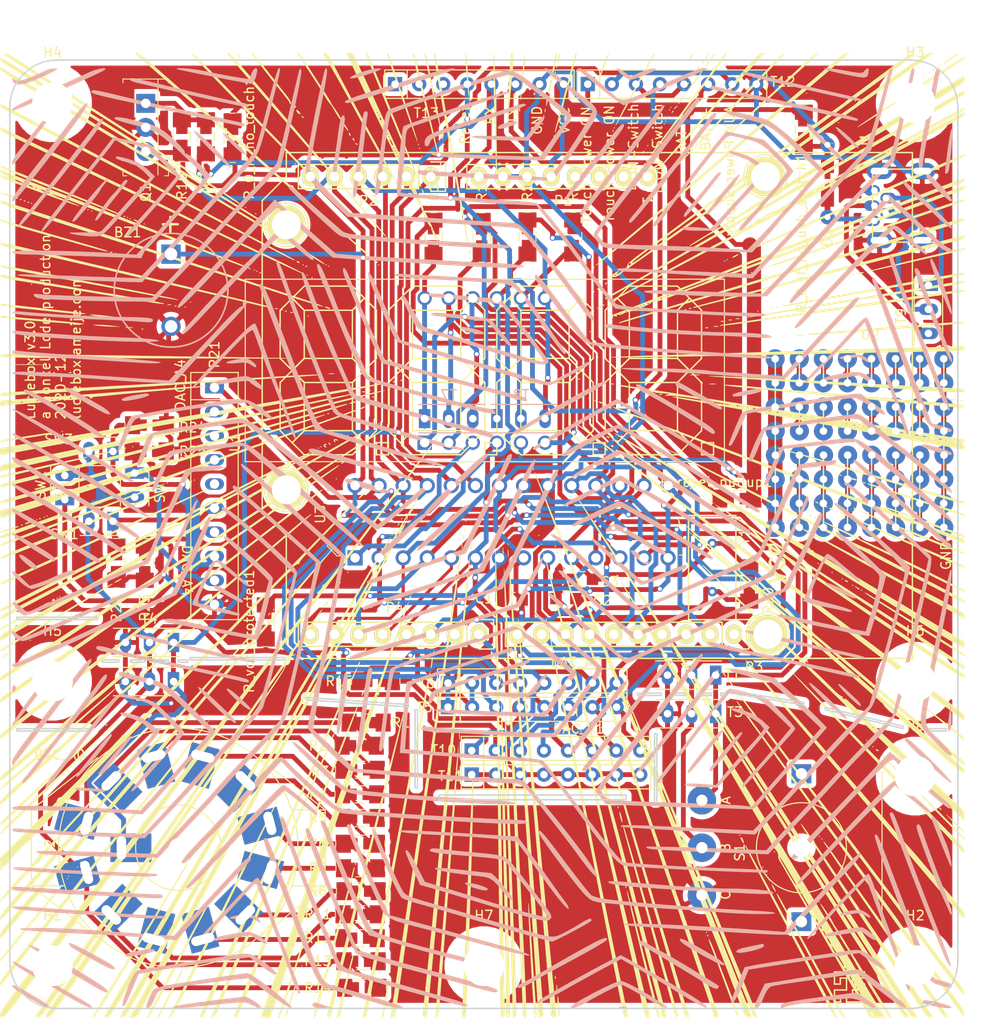
<source format=kicad_pcb>
(kicad_pcb (version 20211014) (generator pcbnew)
  (layers (0 "F.Cu" signal) (31 "B.Cu" signal) (34 "B.Paste" user) (35 "F.Paste" user) (36 "B.SilkS" user "B.Silkscreen") (37 "F.SilkS" user "F.Silkscreen") (38 "B.Mask" user) (39 "F.Mask" user) (44 "Edge.Cuts" user))
  (net 0 "")
  (net 1 "/A5(SCL)")
  (net 2 "GND")
  (net 3 "VCC")
  (net 4 "Net-(C2-Pad2)")
  (net 5 "Net-(C3-Pad2)")
  (net 6 "Net-(D1-Pad1)")
  (net 7 "Net-(D1-Pad2)")
  (net 8 "Net-(J1-Pad2)")
  (net 9 "Net-(J1-Pad3)")
  (net 10 "Net-(J1-Pad4)")
  (net 12 "/IOREF")
  (net 13 "/Reset")
  (net 14 "+3V3")
  (net 15 "/Vin")
  (net 16 "/A0")
  (net 17 "/A1")
  (net 18 "/A2")
  (net 19 "/A3")
  (net 20 "/A4(SDA)")
  (net 21 "/AREF")
  (net 22 "/13(SCK)")
  (net 23 "/12(MISO)")
  (net 24 "/11(PWM-MOSI)")
  (net 25 "/10(PWM-SS)")
  (net 26 "/9(PWM)")
  (net 27 "/8")
  (net 28 "/7")
  (net 29 "/6(PWM)")
  (net 30 "/5(PWM)")
  (net 31 "/4")
  (net 32 "/3(PWM)")
  (net 33 "/2")
  (net 34 "/1(Tx)")
  (net 35 "/0(Rx)")
  (net 40 "Net-(Q1-Pad1)")
  (net 41 "Net-(Q1-Pad3)")
  (net 42 "Net-(R1-Pad1)")
  (net 43 "Net-(R2-Pad1)")
  (net 44 "Net-(R3-Pad1)")
  (net 45 "Net-(R4-Pad1)")
  (net 46 "Net-(R5-Pad1)")
  (net 47 "Net-(R6-Pad1)")
  (net 48 "Net-(R7-Pad1)")
  (net 49 "Net-(R11-Pad2)")
  (net 50 "Net-(R11-Pad1)")
  (net 51 "Net-(R12-Pad1)")
  (net 52 "Net-(R13-Pad1)")
  (net 53 "VCC_minimalCurrent")
  (net 54 "Net-(R15-Pad1)")
  (net 55 "Net-(R16-Pad1)")
  (net 56 "Net-(R17-Pad1)")
  (net 57 "Net-(R18-Pad1)")
  (net 58 "Net-(R19-Pad1)")
  (net 59 "Net-(R_reset_pullup1-Pad2)")
  (net 60 "Net-(T12-Pad3)")
  (net 64 "Net-(U2-Pad10)")
  (net 65 "Net-(U2-Pad13)")
  (net 66 "Net-(U2-Pad15)")
  (net 67 "Net-(U2-Pad17)")
  (net 68 "Net-(U2-Pad21)")
  (net 69 "Net-(U2-Pad23)")
  (net 70 "Net-(U2-Pad25)")
  (net 71 "Net-(U2-Pad29)")
  (net 72 "Net-(U2-Pad31)")
  (net 73 "Net-(U2-Pad33)")
  (net 74 "Net-(U2-Pad37)")
  (net 75 "Net-(U2-Pad39)")
  (net 76 "Net-(U2-Pad41)")
  (net 77 "Net-(U2-Pad45)")
  (net 78 "Net-(U2-Pad47)")
  (net 79 "Net-(U2-Pad49)")
  (net 80 "Net-(U2-Pad53)")
  (net 81 "Net-(U2-Pad55)")
  (footprint "Luciebox:1206_0805" (layer "F.Cu") (at 36.951387 89.936741)
    (fp_text reference "R11")
    (fp_text value "10K")
  )
  (footprint "Luciebox:1206_0805" (layer "F.Cu") (at 37.052387 94.889141)
    (fp_text reference "R13")
    (fp_text value "10K")
  )
  (footprint "Luciebox:1206_0805" (layer "F.Cu") (at 36.951387 79.776741)
    (fp_text reference "R5")
    (fp_text value "10K")
  )
  (footprint "Luciebox:Terminal_3x1_100mil" (layer "F.Cu") (at 71.914 64.718 180)
    (fp_text reference "T1")
    (fp_text value "terminal_3x1")
  )
  (footprint "Luciebox:1206_0805" (layer "F.Cu") (at 14.75 38.36 180)
    (fp_text reference "R24")
    (fp_text value "R_Small")
  )
  (footprint "Luciebox:Terminal_8x1_100mil" (layer "F.Cu") (at 49.53 2.4)
    (fp_text reference "T13")
    (fp_text value "terminal_8x1")
  )
  (footprint "Luciebox:CA56-12SRWA" (layer "F.Cu") (at 43.7542 40.2082 90)
    (fp_text reference "U1")
    (fp_text value "CA56-12SRWA")
  )
  (footprint "Luciebox:64_PADS_100mil" (layer "F.Cu") (at 90.7496 40.2246)
    (fp_text reference "U2")
    (fp_text value "8X8PADS")
  )
  (footprint "Luciebox:smd_throughhole_2_pins" (layer "F.Cu") (at 86.25 12.61 90)
    (fp_text reference "D1")
    (fp_text value "D_Schottky")
  )
  (footprint "Luciebox:Terminal_8x1_100mil" (layer "F.Cu") (at 55.11 68.09)
    (fp_text reference "T5")
    (fp_text value "terminal_8x1")
  )
  (footprint "Luciebox:MountingHole_4.3mm_M4" (layer "F.Cu") (at 4.5 4.36)
    (fp_text reference "H4")
    (fp_text value "MountingHole")
  )
  (footprint "Luciebox:DIP-28_W7.62mm" (layer "F.Cu") (at 36.4136 52.3494 90)
    (fp_text reference "U3")
    (fp_text value "ATmega328-PU")
  )
  (footprint "Luciebox:1206_0805" (layer "F.Cu") (at 23.5 8.06 90)
    (fp_text reference "R_0_if_no_touch1")
    (fp_text value "0")
  )
  (footprint "Luciebox:1206_0805" (layer "F.Cu") (at 37.055787 87.497741)
    (fp_text reference "R8")
    (fp_text value "10K")
  )
  (footprint "Luciebox:rotary_encoder" (layer "F.Cu") (at 73 82.915 -90)
    (fp_text reference "S1")
    (fp_text value "rotary_encoder")
  )
  (footprint "Luciebox:MountingHole_4.3mm_M4" (layer "F.Cu") (at 95.5 95.36)
    (fp_text reference "H2")
    (fp_text value "MountingHole")
  )
  (footprint "Socket_Arduino_Uno:Socket_Strip_Arduino_1x06" (layer "F.Cu") (at 44.4028 12.1494 180)
    (fp_text reference "P2")
    (fp_text value "Analog")
  )
  (footprint "Luciebox:MountingHole_4.3mm_M4" (layer "F.Cu") (at 50 95.36)
    (fp_text reference "H7")
    (fp_text value "MountingHole")
  )
  (footprint "Luciebox:TO-220-3" (layer "F.Cu") (at 14.338 4.422 -90)
    (fp_text reference "Q1")
    (fp_text value "N-Channel_Mosfet")
  )
  (footprint "Luciebox:0805" (layer "F.Cu") (at 58.6554 56.642)
    (fp_text reference "C2")
    (fp_text value "20pF")
  )
  (footprint "Luciebox:Terminal_2x1_100mil" (layer "F.Cu") (at 8.34 48.488 180)
    (fp_text reference "SW1")
    (fp_text value "Switch_tilt")
  )
  (footprint "Luciebox:Terminal_2x1_100mil" (layer "F.Cu") (at 8.34 41.122 180)
    (fp_text reference "SW3")
    (fp_text value "Switch_tilt")
  )
  (footprint "Socket_Arduino_Uno:Arduino_1pin" (layer "F.Cu") (at 29.1628 17.2294 180)
    (fp_text reference "P6" hide)
    (fp_text value "CONN_01X01" hide)
  )
  (footprint "Luciebox:CRYSTAL" (layer "F.Cu") (at 74.09 53.37 90)
    (fp_text reference "Y1")
    (fp_text value "16MHz")
  )
  (footprint "Luciebox:1206_0805" (layer "F.Cu") (at 14.234 52.91 90)
    (fp_text reference "R23")
    (fp_text value "R_Small")
  )
  (footprint "Luciebox:1206_0805" (layer "F.Cu") (at 37.131987 97.683141)
    (fp_text reference "R14")
    (fp_text value "10K")
  )
  (footprint "Luciebox:Terminal_8x1_100mil" (layer "F.Cu") (at 55.11 65.55)
    (fp_text reference "T6")
    (fp_text value "terminal_8x1")
  )
  (footprint "Luciebox:1206_0805" (layer "F.Cu") (at 36.979587 82.493941)
    (fp_text reference "R6")
    (fp_text value "10K")
  )
  (footprint "Luciebox:Terminal_2x1_100mil" (layer "F.Cu") (at 5.8 43.662 90)
    (fp_text reference "SW2")
    (fp_text value "Switch_tilt")
  )
  (footprint "Luciebox:MountingHole_4.3mm_M4" (layer "F.Cu") (at 4.5 65.36)
    (fp_text reference "H5")
    (fp_text value "MountingHole")
  )
  (footprint "Luciebox:1206_0805" (layer "F.Cu") (at 14.7 41.122 180)
    (fp_text reference "R25")
    (fp_text value "R_Small")
  )
  (footprint "Socket_Arduino_Uno:Arduino_1pin" (layer "F.Cu") (at 79.9628 60.4094 180)
    (fp_text reference "P7" hide)
    (fp_text value "CONN_01X01" hide)
  )
  (footprint "Luciebox:1206_0805" (layer "F.Cu") (at 36.998187 85.084741)
    (fp_text reference "R7")
    (fp_text value "10K")
  )
  (footprint "Luciebox:1206_0805" (layer "F.Cu") (at 11.25 52.91 90)
    (fp_text reference "R22")
    (fp_text value "R_Small")
  )
  (footprint "Socket_Arduino_Uno:Arduino_1pin" (layer "F.Cu") (at 29.1628 45.1694 180)
    (fp_text reference "P8" hide)
    (fp_text value "CONN_01X01" hide)
  )
  (footprint "Socket_Arduino_Uno:Socket_Strip_Arduino_1x08" (layer "F.Cu") (at 67.2628 12.1494 180)
    (fp_text reference "P1")
    (fp_text value "Power")
  )
  (footprint "Luciebox:Terminal_3x1_100mil" (layer "F.Cu") (at 96.895 26.141 -90)
    (fp_text reference "T9")
    (fp_text value "terminal_3x1")
  )
  (footprint "Socket_Arduino_Uno:Arduino_1pin" (layer "F.Cu") (at 79.7088 12.1494 180)
    (fp_text reference "P5" hide)
    (fp_text value "CONN_01X01" hide)
  )
  (footprint "Luciebox:1206_0805" (layer "F.Cu") (at 76.676 46.101 180)
    (fp_text reference "R_reset_pullup1")
    (fp_text value "30000")
  )
  (footprint "Socket_Arduino_Uno:Socket_Strip_Arduino_1x08" (layer "F.Cu") (at 49.4828 60.4094 180)
    (fp_text reference "P4")
    (fp_text value "Digital")
  )
  (footprint "Luciebox:MountingHole_4.3mm_M4" (layer "F.Cu") (at 95.5 4.36)
    (fp_text reference "H3")
    (fp_text value "MountingHole")
  )
  (footprint "Luciebox:MountingHole_4.3mm_M4" (layer "F.Cu") (at 95.5 65.36)
    (fp_text reference "H6")
    (fp_text value "MountingHole")
  )
  (footprint "Luciebox:0805" (layer "F.Cu") (at 52.9998 56.7944)
    (fp_text reference "C1")
    (fp_text value "100nF")
  )
  (footprint "Luciebox:Terminal_3x1_100mil" (layer "F.Cu") (at 14.732 61.272 180)
    (fp_text reference "T4")
    (fp_text value "terminal_3x1")
  )
  (footprint "Luciebox:Rotary_Switch" (layer "F.Cu") (at 17.77 82.931 90)
    (fp_text reference "S2")
    (fp_text value "selector_knob")
  )
  (footprint "Luciebox:usb_mini_Molex-0548190519" (layer "F.Cu") (at 98 15.21 180)
    (fp_text reference "J1")
    (fp_text value "USB_B_Mini")
  )
  (footprint "Socket_Arduino_Uno:Socket_Strip_Arduino_1x10" (layer "F.Cu") (at 76.4068 60.4094 180)
    (fp_text reference "P3")
    (fp_text value "Digital")
  )
  (footprint "Luciebox:Terminal_3x1_100mil" (layer "F.Cu") (at 71.914 68.782 180)
    (fp_text reference "T3")
    (fp_text value "terminal_3x1")
  )
  (footprint "Luciebox:1206_0805" (layer "F.Cu") (at 44.694 18.542 90)
    (fp_text reference "R19")
    (fp_text value "100")
  )
  (footprint "Luciebox:1206_0805" (layer "F.Cu") (at 20.688 7.956 90)
    (fp_text reference "R9")
    (fp_text value "10K")
  )
  (footprint "Luciebox:1206_0805" (layer "F.Cu") (at 59.426 18.52 90)
    (fp_text reference "R17")
    (fp_text value "100")
  )
  (footprint "Luciebox:1206_0805" (layer "F.Cu") (at 27 59.11 -90)
    (fp_text reference "R_vcc_protected1")
    (fp_text value "10K")
  )
  (footprint "Luciebox:MountingHole_4.3mm_M4" (layer "F.Cu") (at 95.5 75.36)
    (fp_text reference "H8")
    (fp_text value "MountingHole")
  )
  (footprint "Luciebox:1206_0805" (layer "F.Cu") (at 36.951387 74.696741)
    (fp_text reference "R3")
    (fp_text value "10K")
  )
  (footprint "artwork:lines_burst" (layer "F.Cu") (at 49.784 49.898)
    (fp_text reference "G***" hide)
    (fp_text value "LOGO" hide)
  )
  (footprint "Luciebox:SIP-10" (layer "F.Cu") (at 21.59 45.834 -90)
    (fp_text reference "R21")
    (fp_text value "DAC_R-2R")
  )
  (footprint "Luciebox:Terminal_8x1_100mil" (layer "F.Cu") (at 57.61 75.21)
    (fp_text reference "T11")
    (fp_text value "terminal_8x1")
  )
  (footprint "Luciebox:Terminal_8x1_100mil" (layer "F.Cu") (at 57.61 72.67)
    (fp_text reference "T10")
    (fp_text value "terminal_8x1")
  )
  (footprint "Luciebox:1206_0805" (layer "F.Cu") (at 49.774 18.564 90)
    (fp_text reference "R16")
    (fp_text value "100")
  )
  (footprint "Luciebox:1206_0805" (layer "F.Cu") (at 83.75 7.16 90)
    (fp_text reference "R_0_if_no_usb_switch1")
    (fp_text value "0")
  )
  (footprint "Luciebox:1206_0805" (layer "F.Cu") (at 36.845787 72.156141)
    (fp_text reference "R2")
    (fp_text value "10K")
  )
  (footprint "Luciebox:buzzer" (layer "F.Cu") (at 17.008 24.13)
    (fp_text reference "BZ1")
    (fp_text value "Buzzer")
  )
  (footprint "Luciebox:MountingHole_4.3mm_M4" (layer "F.Cu") (at 4.5 95.36)
    (fp_text reference "H1")
    (fp_text value "MountingHole")
  )
  (footprint "Luciebox:Terminal_3x1_100mil" (layer "F.Cu") (at 14.732 65.392 180)
    (fp_text reference "T2")
    (fp_text value "terminal_3x1")
  )
  (footprint "Luciebox:0805" (layer "F.Cu") (at 60.408 54.61)
    (fp_text reference "C3")
    (fp_text value "20pF")
  )
  (footprint "Luciebox:1206_0805" (layer "F.Cu") (at 54.6 18.52 90)
    (fp_text reference "R18")
    (fp_text value "100")
  )
  (footprint "Luciebox:1206_0805" (layer "F.Cu") (at 37.582 69.723)
    (fp_text reference "R1")
    (fp_text value "10K")
  )
  (footprint "Luciebox:1206_0805" (layer "F.Cu") (at 36.903387 77.287541)
    (fp_text reference "R4")
    (fp_text value "10K")
  )
  (footprint "Luciebox:Terminal_8x1_100mil" (layer "F.Cu") (at 69.85 2.4)
    (fp_text reference "T12")
    (fp_text value "terminal_8x1")
  )
  (footprint "Luciebox:1206_0805" (layer "F.Cu") (at 18.148 7.956 -90)
    (fp_text reference "R10")
    (fp_text value "100K")
  )
  (footprint "Luciebox:1206_0805" (layer "F.Cu") (at 38.55 65.36 180)
    (fp_text reference "R15")
    (fp_text value "100")
  )
  (footprint "Luciebox:Terminal_2x1_100mil" (layer "F.Cu") (at 13.166 45.948 -90)
    (fp_text reference "SW4")
    (fp_text value "Switch_tilt")
  )
  (footprint "Luciebox:1206_0805" (layer "F.Cu") (at 78 55.11 90)
    (fp_text reference "R20")
    (fp_text value "1M")
  )
  (footprint "Luciebox:1206_0805" (layer "F.Cu") (at 36.954187 92.450741)
    (fp_text reference "R12")
    (fp_text value "10K")
  )
  (footprint "artwork:wallpaper_abstract" (layer "B.Cu") (at 49.8 50.27)
    (fp_text reference "G***" hide)
    (fp_text value "LOGO" hide)
  )
  (footprint "Luciebox:Terminal_3x1_100mil" (layer "B.Cu") (at 53.9142 37.6682)
    (fp_text reference "T8")
    (fp_text value "terminal_3x1")
  )
  (footprint "Luciebox:Terminal_3x1_100mil" (layer "B.Cu") (at 46.2942 37.6682)
    (fp_text reference "T7")
    (fp_text value "terminal_3x1")
  )
  (gr_line (start 90.16 96.647) (end 90.16 96.012) (layer "F.SilkS") (width 0.15))
  (gr_line (start 83.282 33.9) (end 83.282 31.36) (layer "F.SilkS") (width 0.15))
  (gr_line (start 95.982 33.9) (end 95.982 31.36) (layer "F.SilkS") (width 0.15))
  (gr_line (start 90.902 33.9) (end 90.902 31.36) (layer "F.SilkS") (width 0.15))
  (gr_line (start 88.362 38.98) (end 88.362 36.44) (layer "F.SilkS") (width 0.15))
  (gr_line (start 86.985 99.187) (end 87.62 99.187) (layer "F.SilkS") (width 0.15))
  (gr_line (start 83.282 49.14) (end 83.282 41.52) (layer "F.SilkS") (width 0.15))
  (gr_line (start 95.982 49.14) (end 95.982 41.52) (layer "F.SilkS") (width 0.15))
  (gr_line (start 90.902 38.98) (end 90.902 36.44) (layer "F.SilkS") (width 0.15))
  (gr_line (start 29.1628 12.1494) (end 26.6228 14.6894) (layer "F.SilkS") (width 0.15))
  (gr_line (start 88.255 98.552) (end 88.255 99.187) (layer "F.SilkS") (width 0.15))
  (gr_line (start 88.89 97.917) (end 90.16 97.917) (layer "F.SilkS") (width 0.15))
  (gr_line (start 88.255 96.66) (end 88.255 97.917) (layer "F.SilkS") (width 0.15))
  (gr_line (start 26.6228 14.6894) (end 26.6228 47.4554) (layer "F.SilkS") (width 0.15))
  (gr_line (start 90.16 97.917) (end 90.16 97.282) (layer "F.SilkS") (width 0.15))
  (gr_line (start 86.985 97.917) (end 86.985 99.187) (layer "F.SilkS") (width 0.15))
  (gr_line (start 90.16 98.552) (end 88.89 98.552) (layer "F.SilkS") (width 0.15))
  (gr_line (start 29.1628 9.6094) (end 29.1628 12.1494) (layer "F.SilkS") (width 0.15))
  (gr_line (start 88.255 97.917) (end 86.985 97.917) (layer "F.SilkS") (width 0.15))
  (gr_line (start 87.62 96.012) (end 86.985 96.012) (layer "F.SilkS") (width 0.15))
  (gr_line (start 93.442 33.9) (end 93.442 31.36) (layer "F.SilkS") (width 0.15))
  (gr_line (start 88.89 98.552) (end 88.89 97.917) (layer "F.SilkS") (width 0.15))
  (gr_line (start 86.985 96.647) (end 86.985 97.282) (layer "F.SilkS") (width 0.15))
  (gr_line (start 85.822 38.98) (end 85.822 36.44) (layer "F.SilkS") (width 0.15))
  (gr_line (start 87.62 98.552) (end 88.255 98.552) (layer "F.SilkS") (width 0.15))
  (gr_line (start 88.255 99.187) (end 90.16 99.187) (layer "F.SilkS") (width 0.15))
  (gr_line (start 95.982 38.98) (end 95.982 36.44) (layer "F.SilkS") (width 0.15))
  (gr_line (start 90.902 49.14) (end 90.902 41.52) (layer "F.SilkS") (width 0.15))
  (gr_line (start 87.62 99.187) (end 87.62 98.552) (layer "F.SilkS") (width 0.15))
  (gr_line (start 30.6868 62.9494) (end 95.2028 62.9494) (layer "F.SilkS") (width 0.15))
  (gr_line (start 98.522 48.886) (end 98.522 49.14) (layer "F.SilkS") (width 0.15))
  (gr_line (start 83.282 38.98) (end 83.282 36.44) (layer "F.SilkS") (width 0.15))
  (gr_line (start 95.2028 62.9494) (end 95.2028 9.6094) (layer "F.SilkS") (width 0.15))
  (gr_line (start 87.6 96.66) (end 88.255 96.66) (layer "F.SilkS") (width 0.15))
  (gr_line (start 95.2028 9.6094) (end 29.1628 9.6094) (layer "F.SilkS") (width 0.15))
  (gr_line (start 26.6228 47.4554) (end 29.1628 49.9954) (layer "F.SilkS") (width 0.15))
  (gr_line (start 80.742 31.106) (end 80.742 49.14) (layer "F.SilkS") (width 0.15))
  (gr_line (start 85.822 33.9) (end 85.822 31.36) (layer "F.SilkS") (width 0.15))
  (gr_line (start 87.6 97.295) (end 86.965 97.295) (layer "F.SilkS") (width 0.15))
  (gr_line (start 88.89 97.282) (end 88.89 96.647) (layer "F.SilkS") (width 0.15))
  (gr_line (start 85.822 49.14) (end 85.822 41.52) (layer "F.SilkS") (width 0.15))
  (gr_line (start 88.362 49.14) (end 88.362 41.52) (layer "F.SilkS") (width 0.15))
  (gr_line (start 88.362 33.9) (end 88.362 31.36) (layer "F.SilkS") (width 0.15))
  (gr_line (start 90.16 96.012) (end 88.255 96.012) (layer "F.SilkS") (width 0.15))
  (gr_line (start 88.89 96.647) (end 90.16 96.647) (layer "F.SilkS") (width 0.15))
  (gr_line (start 93.442 38.98) (end 93.442 36.44) (layer "F.SilkS") (width 0.15))
  (gr_line (start 90.16 99.187) (end 90.16 98.552) (layer "F.SilkS") (width 0.15))
  (gr_line (start 88.255 96.012) (end 87.62 96.012) (layer "F.SilkS") (width 0.15))
  (gr_line (start 86.985 96.012) (end 86.985 96.647) (layer "F.SilkS") (width 0.15))
  (gr_line (start 87.6 96.66) (end 87.6 97.295) (layer "F.SilkS") (width 0.15))
  (gr_line (start 90.16 97.282) (end 88.89 97.282) (layer "F.SilkS") (width 0.15))
  (gr_line (start 98.522 31.36) (end 98.522 48.886) (layer "F.SilkS") (width 0.15))
  (gr_line (start 29.1628 49.9954) (end 29.1628 61.4254) (layer "F.SilkS") (width 0.15))
  (gr_line (start 93.442 49.14) (end 93.442 41.52) (layer "F.SilkS") (width 0.15))
  (gr_line (start 29 63.11) (end 19 63.11) (layer "Edge.Cuts") (width 0.15))
  (gr_line (start 17.75 63.36) (end 18.75 63.36) (layer "Edge.Cuts") (width 0.15))
  (gr_line (start 1 58.86) (end 9.25 58.86) (layer "Edge.Cuts") (width 0.15))
  (gr_line (start 14.25 63.11) (end 12.75 63.11) (layer "Edge.Cuts") (width 0.15))
  (gr_line (start 12.75 63.11) (end 12.75 63.36) (layer "Edge.Cuts") (width 0.15))
  (gr_line (start 75 66.61) (end 75 66.86) (layer "Edge.Cuts") (width 0.15))
  (gr_line (start 76 66.36) (end 76 66.61) (layer "Edge.Cuts") (width 0.15))
  (gr_line (start 45.25 77.36) (end 65 77.36) (layer "Edge.Cuts") (width 0.15))
  (gr_line (start 9.75 63.11) (end 11.5 63.11) (layer "Edge.Cuts") (width 0.15))
  (gr_line (start 9.75 63.36) (end 9.75 63.11) (layer "Edge.Cuts") (width 0.15))
  (gr_line (start 70.25 66.61) (end 70.25 66.86) (layer "Edge.Cuts") (width 0.15))
  (gr_line (start 12.75 63.36) (end 14.25 63.36) (layer "Edge.Cuts") (width 0.15))
  (gr_line (start 8.25 70.36) (end 8.25 70.61) (layer "Edge.Cuts") (width 0.15))
  (gr_line (start 98.75 70.61) (end 98.75 70.36) (layer "Edge.Cuts") (width 0.15))
  (gr_line (start 71.25 66.86) (end 71.25 66.61) (layer "Edge.Cuts") (width 0.15))
  (gr_line (start 70.25 66.86) (end 71.25 66.86) (layer "Edge.Cuts") (width 0.15))
  (gr_line (start 0.75 58.86) (end 1 58.86) (layer "Edge.Cuts") (width 0.15))
  (gr_line (start 9.25 58.61) (end 0.75 58.61) (layer "Edge.Cuts") (width 0.15))
  (gr_arc (start 0 4.86) (mid 1.464466 1.324466) (end 5 -0.14) (layer "Edge.Cuts") (width 0.15))
  (gr_line (start 95 -0.14) (end 5 -0.14) (layer "Edge.Cuts") (width 0.15))
  (gr_line (start 31.28 67.07) (end 42.03 67.82) (layer "Edge.Cuts") (width 0.15))
  (gr_line (start 83.75 67.61) (end 83.75 67.86) (layer "Edge.Cuts") (width 0.15))
  (gr_line (start 0 4.86) (end 0 94.86) (layer "Edge.Cuts") (width 0.15))
  (gr_line (start 65 77.36) (end 65 77.86) (layer "Edge.Cuts") (width 0.15))
  (gr_line (start 31.28 67.32) (end 31.28 67.07) (layer "Edge.Cuts") (width 0.15))
  (gr_line (start 0.75 70.36) (end 1 70.36) (layer "Edge.Cuts") (width 0.15))
  (gr_line (start 68.25 70.86) (end 68 70.86) (layer "Edge.Cuts") (width 0.15))
  (gr_line (start 94.25 70.11) (end 86 68.11) (layer "Edge.Cuts") (width 0.15))
  (gr_line (start 45.25 77.86) (end 45.25 77.36) (layer "Edge.Cuts") (width 0.15))
  (gr_line (start 42.75 68.36) (end 43 68.36) (layer "Edge.Cuts") (width 0.15))
  (gr_line (start 98.75 70.36) (end 97 70.36) (layer "Edge.Cuts") (width 0.15))
  (gr_line (start 97 70.36) (end 97 70.61) (layer "Edge.Cuts") (width 0.15))
  (gr_arc (start 5 99.86) (mid 1.464466 98.395534) (end 0 94.86) (layer "Edge.Cuts") (width 0.15))
  (gr_line (start 16.75 63.11) (end 15.25 63.11) (layer "Edge.Cuts") (width 0.15))
  (gr_line (start 19 63.11) (end 19 62.86) (layer "Edge.Cuts") (width 0.15))
  (gr_line (start 66.25 66.61) (end 66.25 66.86) (layer "Edge.Cuts") (width 0.15))
  (gr_line (start 15.25 63.11) (end 15.25 63.36) (layer "Edge.Cuts") (width 0.15))
  (gr_line (start 0.75 70.61) (end 0.75 70.36) (layer "Edge.Cuts") (width 0.15))
  (gr_line (start 86 68.36) (end 94.25 70.36) (layer "Edge.Cuts") (width 0.15))
  (gr_line (start 100 94.86) (end 100 4.86) (layer "Edge.Cuts") (width 0.15))
  (gr_line (start 94.25 70.36) (end 94.25 70.11) (layer "Edge.Cuts") (width 0.15))
  (gr_line (start 9.25 58.86) (end 9.25 58.61) (layer "Edge.Cuts") (width 0.15))
  (gr_line (start 97 70.61) (end 98.75 70.61) (layer "Edge.Cuts") (width 0.15))
  (gr_line (start 18.75 63.11) (end 17.75 63.11) (layer "Edge.Cuts") (width 0.15))
  (gr_line (start 75 66.86) (end 75.5 66.86) (layer "Edge.Cuts") (width 0.15))
  (gr_line (start 74 66.61) (end 72.5 66.61) (layer "Edge.Cuts") (width 0.15))
  (gr_line (start 72.5 66.86) (end 74 66.86) (layer "Edge.Cuts") (width 0.15))
  (gr_line (start 86 68.11) (end 86 68.36) (layer "Edge.Cuts") (width 0.15))
  (gr_arc (start 95 -0.14) (mid 98.535534 1.324466) (end 100 4.86) (layer "Edge.Cuts") (width 0.15))
  (gr_line (start 42.03 67.82) (end 42.03 68.07) (layer "Edge.Cuts") (width 0.15))
  (gr_line (start 43 68.36) (end 43 76.61) (layer "Edge.Cuts") (width 0.15))
  (gr_line (start 72.5 66.61) (end 72.5 66.86) (layer "Edge.Cuts") (width 0.15))
  (gr_line (start 74 66.86) (end 74 66.61) (layer "Edge.Cuts") (width 0.15))
  (gr_line (start 68 78.11) (end 68.25 78.11) (layer "Edge.Cuts") (width 0.15))
  (gr_line (start 76 66.36) (end 83.75 67.61) (layer "Edge.Cuts") (width 0.15))
  (gr_line (start 1 70.36) (end 8.25 70.36) (layer "Edge.Cuts") (width 0.15))
  (gr_line (start 71.25 66.61) (end 70.25 66.61) (layer "Edge.Cuts") (width 0.15))
  (gr_line (start 68.75 66.86) (end 68.75 66.61) (layer "Edge.Cuts") (width 0.15))
  (gr_line (start 11.5 63.11) (end 11.5 63.36) (layer "Edge.Cuts") (width 0.15))
  (gr_line (start 5 99.86) (end 95 99.86) (layer "Edge.Cuts") (width 0.15))
  (gr_line (start 15.25 63.36) (end 16.75 63.36) (layer "Edge.Cuts") (width 0.15))
  (gr_line (start 75.5 66.61) (end 75 66.61) (layer "Edge.Cuts") (width 0.15))
  (gr_line (start 43 76.61) (end 42.75 76.61) (layer "Edge.Cuts") (width 0.15))
  (gr_line (start 0.75 58.61) (end 0.75 58.86) (layer "Edge.Cuts") (width 0.15))
  (gr_line (start 19 62.86) (end 29 62.86) (layer "Edge.Cuts") (width 0.15))
  (gr_line (start 68 70.86) (end 68 78.11) (layer "Edge.Cuts") (width 0.15))
  (gr_line (start 17.75 63.11) (end 17.75 63.36) (layer "Edge.Cuts") (width 0.15))
  (gr_line (start 29 62.86) (end 29 63.11) (layer "Edge.Cuts") (width 0.15))
  (gr_line (start 16.75 63.36) (end 16.75 63.11) (layer "Edge.Cuts") (width 0.15))
  (gr_line (start 42.03 68.07) (end 31.28 67.32) (layer "Edge.Cuts") (width 0.15))
  (gr_line (start 66.25 66.86) (end 68.75 66.86) (layer "Edge.Cuts") (width 0.15))
  (gr_arc (start 100 94.86) (mid 98.535534 98.395534) (end 95 99.86) (layer "Edge.Cuts") (width 0.15))
  (gr_line (start 42.75 76.61) (end 42.75 68.36) (layer "Edge.Cuts") (width 0.15))
  (gr_line (start 14.25 63.36) (end 14.25 63.11) (layer "Edge.Cuts") (width 0.15))
  (gr_line (start 83.75 67.86) (end 76 66.61) (layer "Edge.Cuts") (width 0.15))
  (gr_line (start 68.25 78.11) (end 68.25 70.86) (layer "Edge.Cuts") (width 0.15))
  (gr_line (start 75.5 66.86) (end 75.5 66.61) (layer "Edge.Cuts") (width 0.15))
  (gr_line (start 11.5 63.36) (end 9.75 63.36) (layer "Edge.Cuts") (width 0.15))
  (gr_line (start 18.75 63.36) (end 18.75 63.11) (layer "Edge.Cuts") (width 0.15))
  (gr_line (start 68.75 66.61) (end 66.25 66.61) (layer "Edge.Cuts") (width 0.15))
  (gr_line (start 65 77.86) (end 45.25 77.86) (layer "Edge.Cuts") (width 0.15))
  (gr_line (start 8.25 70.61) (end 0.75 70.61) (layer "Edge.Cuts") (width 0.15))
  (gr_text "RX" (at 50.663 5.702 90) (layer "F.SilkS") (effects (font (size 1 1))))
  (gr_text "1" (at 67.2628 14.6894 270) (layer "F.SilkS") (effects (font (size 1 1))))
  (gr_text "GND" (at 55.616 6.21 90) (layer "F.SilkS") (effects (font (size 1 1))))
  (gr_text "Luciebox v3.0\na nonkel Lode production\n2020-12\nluciebox.ameije.com" (at 4.562 37.846 90) (layer "F.SilkS") (effects (font (size 1 1)) (justify left)))
  (gr_text "GND" (at 98.75 52.11 90) (layer "F.SilkS") (effects (font (size 1 1))))
  (gr_text "ON-Switch\n" (at 68.326 8.496 90) (layer "F.SilkS") (effects (font (size 1 1))))
  (gr_text "DAC_A0" (at 5.25 73.11) (layer "F.SilkS") (effects (font (size 1 1))))
  (gr_text "DAC_A4" (at 18.679 53.695 270) (layer "F.SilkS") (effects (font (size 1 1))))
  (gr_text "DAC_A1" (at 60 70.36) (layer "F.SilkS") (effects (font (size 1 1))))
  (gr_text "Touch Power ON" (at 60.823 10.922 90) (layer "F.SilkS") (effects (font (size 1 1))))
  (gr_text "Reset" (at 47.996 6.718 90) (layer "F.SilkS") (effects (font (size 1 1))))
  (gr_text "Touch Power ON" (at 63.236 10.795 90) (layer "F.SilkS") (effects (font (size 1 1))))
  (gr_text "VCC" (at 58.537 6.223 90) (layer "F.SilkS") (effects (font (size 1 1))))
  (gr_text "AUX Power Supply" (at 75.946 11.544 90) (layer "F.SilkS") (effects (font (size 1 1)) (justify mirror)))
  (gr_text "ON-Switch\n" (at 65.786 8.496 90) (layer "F.SilkS") (effects (font (size 1 1))))
  (gr_text "DAC_A4" (at 18 34.11 90) (layer "F.SilkS") (effects (font (size 1 1))))
  (gr_text "BAT +\n" (at 73.396 7.112 90) (layer "F.SilkS") (effects (font (size 1 1))))
  (gr_text "TX" (at 53.086 5.702 90) (layer "F.SilkS") (effects (font (size 1 1))))
  (gr_text "DAC_A2" (at 59.75 63.36) (layer "F.SilkS") (effects (font (size 1 1))))
  (gr_text "BAT - \n" (at 70.856 7.112 90) (layer "F.SilkS") (effects (font (size 1 1))))
  (gr_text "VCC" (at 81 52.86 90) (layer "F.SilkS") (effects (font (size 1.5 1.5) (thickness 0.3))))
  (segment (start 15.238722 56.87) (end 7.884 56.87) (width 0.508) (layer "F.Cu") (net 0))
  (segment (start 11.25 39.244) (end 11.25 38.61) (width 0.508) (layer "F.Cu") (net 0))
  (segment (start 11 50.06) (end 11 48.61) (width 0.508) (layer "F.Cu") (net 0))
  (segment (start 15.653 50.36) (end 15.642 50.371) (width 0.508) (layer "F.Cu") (net 0))
  (segment (start 21.59 49.644) (end 20.082 49.644) (width 0.508) (layer "F.Cu") (net 0))
  (segment (start 10.88 41.122) (end 10.88 39.614) (width 0.508) (layer "F.Cu") (net 0))
  (segment (start 11.25 38.61) (end 11.5 38.36) (width 0.508) (layer "F.Cu") (net 0))
  (segment (start 5.8 54.786) (end 5.8 47.31) (width 0.508) (layer "F.Cu") (net 0))
  (segment (start 11.25 48.36) (end 11 48.61) (width 0.508) (layer "F.Cu") (net 0))
  (segment (start 21.25 47.11) (end 21.75 47.11) (width 0.508) (layer "F.Cu") (net 0))
  (segment (start 11.25 50.31) (end 11 50.06) (width 0.508) (layer "F.Cu") (net 0))
  (segment (start 5.8 47.31) (end 5.8 46.202) (width 0.508) (layer "F.Cu") (net 0))
  (segment (start 17.004001 55.104721) (end 15.238722 56.87) (width 0.508) (layer "F.Cu") (net 0))
  (segment (start 16.25 50.36) (end 15.653 50.36) (width 0.508) (layer "F.Cu") (net 0))
  (segment (start 16.25 50.36) (end 17.004001 51.114001) (width 0.508) (layer "F.Cu") (net 0))
  (segment (start 19.93 48.36) (end 19.93 48.43) (width 0.508) (layer "F.Cu") (net 0))
  (segment (start 7.884 56.87) (end 5.8 54.786) (width 0.508) (layer "F.Cu") (net 0))
  (segment (start 11.950798 44.61) (end 18.25 44.61) (width 0.508) (layer "F.Cu") (net 0))
  (segment (start 13.166 43.408) (end 13.166 42.3) (width 0.508) (layer "F.Cu") (net 0))
  (segment (start 15.642 50.371) (end 14.234 50.371) (width 0.508) (layer "F.Cu") (net 0))
  (segment (start 20.082 49.644) (end 19.366 50.36) (width 0.508) (layer "F.Cu") (net 0))
  (segment (start 11.5 38.36) (end 13 38.36) (width 0.508) (layer "F.Cu") (net 0))
  (segment (start 11.25 51.11) (end 11.25 50.31) (width 0.508) (layer "F.Cu") (net 0))
  (segment (start 10.88 41.122) (end 10.88 43.539202) (width 0.508) (layer "F.Cu") (net 0))
  (segment (start 10.88 43.539202) (end 11.950798 44.61) (width 0.508) (layer "F.Cu") (net 0))
  (segment (start 19.366 50.36) (end 16.25 50.36) (width 0.508) (layer "F.Cu") (net 0))
  (segment (start 13.166 41.205) (end 13.249 41.122) (width 0.508) (layer "F.Cu") (net 0))
  (segment (start 13.25 42.216) (end 13.25 41.11) (width 0.508) (layer "F.Cu") (net 0))
  (segment (start 10.88 39.614) (end 11.25 39.244) (width 0.508) (layer "F.Cu") (net 0))
  (segment (start 17.004001 51.114001) (end 17.004001 55.104721) (width 0.508) (layer "F.Cu") (net 0))
  (segment (start 13.462 48.36) (end 11.25 48.36) (width 0.508) (layer "F.Cu") (net 0))
  (segment (start 19.93 48.43) (end 21.25 47.11) (width 0.508) (layer "F.Cu") (net 0))
  (segment (start 13.166 42.3) (end 13.25 42.216) (width 0.508) (layer "F.Cu") (net 0))
  (segment (start 10.88 41.122) (end 10.88 40.722) (width 0.508) (layer "F.Cu") (net 0))
  (segment (start 13.462 48.36) (end 19.93 48.36) (width 0.508) (layer "F.Cu") (net 0))
  (via (at 18.25 44.61) (size 0.6) (drill 0.4) (layers "F.Cu" "B.Cu") (net 0))
  (segment (start 14.5 43.61) (end 13.25 43.61) (width 0.508) (layer "B.Cu") (net 0))
  (segment (start 18.25 45.034264) (end 18.552 45.336264) (width 0.508) (layer "B.Cu") (net 0))
  (segment (start 18.25 44.61) (end 18.25 45.034264) (width 0.508) (layer "B.Cu") (net 0))
  (segment (start 19.295 46.691) (end 18.552 45.948) (width 1.5) (layer "B.Cu") (net 0))
  (segment (start 15.75 44.86) (end 14.5 43.61) (width 0.508) (layer "B.Cu") (net 0))
  (segment (start 15.75 51.217727) (end 15.75 44.86) (width 0.508) (layer "B.Cu") (net 0))
  (segment (start 13.25 43.61) (end 13.5 43.61) (width 0.508) (layer "B.Cu") (net 0))
  (segment (start 19.295 53.06) (end 20.8 53.06) (width 0.508) (layer "B.Cu") (net 0))
  (segment (start 18.796283 54.26401) (end 15.75 51.217727) (width 0.508) (layer "B.Cu") (net 0))
  (segment (start 20.082 54.724) (end 19.62201 54.26401) (width 0.508) (layer "B.Cu") (net 0))
  (segment (start 19.62201 54.26401) (end 18.796283 54.26401) (width 0.508) (layer "B.Cu") (net 0))
  (segment (start 21.5 52.36) (end 21.25 52.11) (width 0.508) (layer "B.Cu") (net 0))
  (segment (start 18.552 45.336264) (end 18.552 45.948) (width 0.508) (layer "B.Cu") (net 0))
  (segment (start 19.295 53.06) (end 19.295 46.691) (width 1.5) (layer "B.Cu") (net 0))
  (segment (start 21.59 54.724) (end 20.082 54.724) (width 0.508) (layer "B.Cu") (net 0))
  (segment (start 20.8 53.06) (end 21.5 52.36) (width 0.508) (layer "B.Cu") (net 0))
  (segment (start 81.58301 54.194292) (end 77.174717 49.785999) (width 0.508) (layer "F.Cu") (net 1))
  (segment (start 31.7028 12.1494) (end 31.7028 12.3018) (width 0.508) (layer "F.Cu") (net 1))
  (segment (start 63.813079 50.11401) (end 63.388815 50.11401) (width 0.508) (layer "F.Cu") (net 1))
  (segment (start 76.4068 60.4094) (end 76.4068 60.257) (width 0.508) (layer "F.Cu") (net 1))
  (segment (start 77.174717 49.785999) (end 71.009925 49.785999) (width 0.508) (layer "F.Cu") (net 1))
  (segment (start 53.170262 47.105998) (end 53.25 47.185736) (width 0.508) (layer "F.Cu") (net 1))
  (segment (start 38.131522 47.86) (end 39.131522 48.86) (width 0.508) (layer "F.Cu") (net 1))
  (segment (start 82.448801 61.602681) (end 82.448801 59.216119) (width 0.508) (layer "F.Cu") (net 1))
  (segment (start 39.131522 48.86) (end 40.254107 48.86) (width 0.508) (layer "F.Cu") (net 1))
  (segment (start 31.7028 12.3018) (end 37.266021 17.865021) (width 0.508) (layer "F.Cu") (net 1))
  (segment (start 51.300099 47.943977) (end 52.138078 47.105998) (width 0.508) (layer "F.Cu") (net 1))
  (segment (start 40.301544 48.907437) (end 42.198457 48.907436) (width 0.508) (layer "F.Cu") (net 1))
  (segment (start 71.009925 49.785999) (end 70.577914 50.21801) (width 0.508) (layer "F.Cu") (net 1))
  (segment (start 37.25 20.717021) (end 37.266021 20.701) (width 0.508) (layer "F.Cu") (net 1))
  (segment (start 42.245893 48.86) (end 45.998722 48.86) (width 0.508) (layer "F.Cu") (net 1))
  (segment (start 82.448801 59.216119) (end 81.58301 58.350328) (width 0.508) (layer "F.Cu") (net 1))
  (segment (start 78.769519 62.895401) (end 81.156081 62.895401) (width 0.508) (layer "F.Cu") (net 1))
  (segment (start 81.58301 58.350328) (end 81.58301 54.194292) (width 0.508) (layer "F.Cu") (net 1))
  (segment (start 76.38 60.71) (end 76.584118 60.71) (width 0.508) (layer "F.Cu") (net 1))
  (segment (start 45.998722 48.86) (end 46.914744 47.943978) (width 0.508) (layer "F.Cu") (net 1))
  (segment (start 35.25 47.86) (end 38.131522 47.86) (width 0.508) (layer "F.Cu") (net 1))
  (segment (start 76.584118 60.71) (end 78.769519 62.895401) (width 0.508) (layer "F.Cu") (net 1))
  (segment (start 63.917079 50.21801) (end 63.813079 50.11401) (width 0.508) (layer "F.Cu") (net 1))
  (segment (start 36.4136 44.7294) (end 37.25 43.893) (width 0.508) (layer "F.Cu") (net 1))
  (segment (start 42.198457 48.907436) (end 42.245893 48.86) (width 0.508) (layer "F.Cu") (net 1))
  (segment (start 81.156081 62.895401) (end 82.448801 61.602681) (width 0.508) (layer "F.Cu") (net 1))
  (segment (start 70.577914 50.21801) (end 63.917079 50.21801) (width 0.508) (layer "F.Cu") (net 1))
  (segment (start 35.25 47.61) (end 35.25 47.86) (width 0.508) (layer "F.Cu") (net 1))
  (segment (start 52.138078 47.105998) (end 53.170262 47.105998) (width 0.508) (layer "F.Cu") (net 1))
  (segment (start 46.914744 47.943978) (end 51.300099 47.943977) (width 0.508) (layer "F.Cu") (net 1))
  (segment (start 40.254107 48.86) (end 40.301544 48.907437) (width 0.508) (layer "F.Cu") (net 1))
  (segment (start 37.266021 17.865021) (end 37.266021 20.701) (width 0.508) (layer "F.Cu") (net 1))
  (segment (start 37.25 43.893) (end 37.25 20.717021) (width 0.508) (layer "F.Cu") (net 1))
  (segment (start 53.25 47.185736) (end 53.25 47.61) (width 0.508) (layer "F.Cu") (net 1))
  (via (at 35.25 47.86) (size 0.6) (drill 0.4) (layers "F.Cu" "B.Cu") (net 1))
  (via (at 37.266021 20.701) (size 0.6) (drill 0.4) (layers "F.Cu" "B.Cu") (net 1))
  (via (at 63.388815 50.11401) (size 0.6) (drill 0.4) (layers "F.Cu" "B.Cu") (net 1))
  (via (at 53.25 47.61) (size 0.6) (drill 0.4) (layers "F.Cu" "B.Cu") (net 1))
  (segment (start 54.138079 48.614001) (end 61.375889 48.614001) (width 0.508) (layer "B.Cu") (net 1))
  (segment (start 61.375889 48.614001) (end 62.829899 50.068011) (width 0.508) (layer "B.Cu") (net 1))
  (segment (start 17.008 20.32) (end 36.885021 20.32) (width 0.508) (layer "B.Cu") (net 1))
  (segment (start 53.25 47.61) (end 53.549999 47.909999) (width 0.508) (layer "B.Cu") (net 1))
  (segment (start 63.342816 50.068011) (end 63.388815 50.11401) (width 0.508) (layer "B.Cu") (net 1))
  (segment (start 36.4136 44.7294) (end 36.4136 46.6964) (width 0.508) (layer "B.Cu") (net 1))
  (segment (start 36.885021 20.32) (end 37.266021 20.701) (width 0.508) (layer "B.Cu") (net 1))
  (segment (start 53.549999 48.025921) (end 54.138079 48.614001) (width 0.508) (layer "B.Cu") (net 1))
  (segment (start 36.4136 46.6964) (end 35.25 47.86) (width 0.508) (layer "B.Cu") (net 1))
  (segment (start 62.829899 50.068011) (end 63.342816 50.068011) (width 0.508) (layer "B.Cu") (net 1))
  (segment (start 53.549999 47.909999) (end 53.549999 48.025921) (width 0.508) (layer "B.Cu") (net 1))
  (segment (start 87.5 12.61) (end 88.75 11.36) (width 0.508) (layer "F.Cu") (net 2))
  (segment (start 91.2 13.61) (end 88.5 13.61) (width 0.508) (layer "F.Cu") (net 2))
  (segment (start 37.73601 68.964232) (end 37.090768 68.31899) (width 0.508) (layer "F.Cu") (net 2))
  (segment (start 57.664655 56.642) (end 58.200001 57.177346) (width 0.508) (layer "F.Cu") (net 2))
  (segment (start 98.5347 41.52) (end 98.5347 44.0473) (width 0.508) (layer "F.Cu") (net 2))
  (segment (start 96.25 18.86) (end 92 18.86) (width 0.508) (layer "F.Cu") (net 2))
  (segment (start 62.2754 58.8854) (end 67.4152 58.8854) (width 0.508) (layer "F.Cu") (net 2))
  (segment (start 12.923787 6.962) (end 12.883999 6.922212) (width 0.508) (layer "F.Cu") (net 2))
  (segment (start 58.200001 57.177346) (end 58.5 57.477345) (width 0.508) (layer "F.Cu") (net 2))
  (segment (start 98 13.424) (end 98 19.11) (width 0.508) (layer "F.Cu") (net 2))
  (segment (start 21.69599 1.001232) (end 21.991232 0.70599) (width 0.508) (layer "F.Cu") (net 2))
  (segment (start 23.098 56.156) (end 23.098 41.641405) (width 0.508) (layer "F.Cu") (net 2))
  (segment (start 21.59 57.264) (end 15.846 57.264) (width 0.508) (layer "F.Cu") (net 2))
  (segment (start 98.5347 44.0473) (end 98.522 44.06) (width 0.508) (layer "F.Cu") (net 2))
  (segment (start 98.5093 19.1193) (end 98.25 18.86) (width 0.508) (layer "F.Cu") (net 2))
  (segment (start 17.513 67.183) (end 17.317999 67.378001) (width 0.508) (layer "F.Cu") (net 2))
  (segment (start 98.522 33.9) (end 98.522 36.4273) (width 0.508) (layer "F.Cu") (net 2))
  (segment (start 49.982347 58.893166) (end 49.674264 58.893166) (width 0.508) (layer "F.Cu") (net 2))
  (segment (start 32.02 68.38) (end 27.768722 68.38) (width 0.508) (layer "F.Cu") (net 2))
  (segment (start 98.522 38.98) (end 98.522 41.5073) (width 0.508) (layer "F.Cu") (net 2))
  (segment (start 97.704 11.36) (end 98.205 11.861) (width 0.508) (layer "F.Cu") (net 2))
  (segment (start 98.205 11.861) (end 98.205 13.219) (width 0.508) (layer "F.Cu") (net 2))
  (segment (start 12.883999 8.416001) (end 12.883999 23.993999) (width 0.508) (layer "F.Cu") (net 2))
  (segment (start 57.6054 56.642) (end 57.664655 56.642) (width 0.508) (layer "F.Cu") (net 2))
  (segment (start 37.090768 68.31899) (end 34.823232 68.31899) (width 0.508) (layer "F.Cu") (net 2))
  (segment (start 16.5 36.11) (end 16.5 38.11) (width 0.508) (layer "F.Cu") (net 2))
  (segment (start 69.374 84.234) (end 73 87.86) (width 0.508) (layer "F.Cu") (net 2))
  (segment (start 23.5 6.26) (end 23.5 5.46) (width 0.508) (layer "F.Cu") (net 2))
  (segment (start 98.5093 38.9673) (end 98.522 38.98) (width 0.508) (layer "F.Cu") (net 2))
  (segment (start 50.80041 61.107571) (end 50.80041 59.711229) (width 0.508) (layer "F.Cu") (net 2))
  (segment (start 98.205 13.219) (end 98 13.424) (width 0.508) (layer "F.Cu") (net 2))
  (segment (start 69.374 64.718) (end 69.374 68.782) (width 0.508) (layer "F.Cu") (net 2))
  (segment (start 53.393601 56.138201) (end 53.393601 53.149399) (width 0.508) (layer "F.Cu") (net 2))
  (segment (start 98.5093 33.8873) (end 98.522 33.9) (width 0.508) (layer "F.Cu") (net 2))
  (segment (start 23.098 41.641405) (end 22.316595 40.86) (width 0.508) (layer "F.Cu") (net 2))
  (segment (start 16.75 27.86) (end 16.75 35.86) (width 0.508) (layer "F.Cu") (net 2))
  (segment (start 17 40.61) (end 16.75 40.86) (width 0.508) (layer "F.Cu") (net 2))
  (segment (start 98.522 41.5073) (end 98.5347 41.52) (width 0.508) (layer "F.Cu") (net 2))
  (segment (start 68.7868 60.257) (end 68.7868 60.4094) (width 0.508) (layer "F.Cu") (net 2))
  (segment (start 34.52799 68.614232) (end 34.52799 69.01499) (width 0.508) (layer "F.Cu") (net 2))
  (segment (start 27.768722 68.38) (end 26.571722 67.183) (width 0.508) (layer "F.Cu") (net 2))
  (segment (start 98.522 46.5873) (end 98.5093 46.6) (width 0.508) (layer "F.Cu") (net 2))
  (segment (start 49.674264 58.893166) (end 49.25 58.893166) (width 0.508) (layer "F.Cu") (net 2))
  (segment (start 23.5 5.46) (end 25 3.96) (width 0.508) (layer "F.Cu") (net 2))
  (segment (start 53.393601 53.149399) (end 54.1936 52.3494) (width 0.508) (layer "F.Cu") (net 2))
  (segment (start 39.382 69.723) (end 37.73601 69.723) (width 0.508) (layer "F.Cu") (net 2))
  (segment (start 16.5 38.11) (end 16.5 38.36) (width 0.508) (layer "F.Cu") (net 2))
  (segment (start 46 65.36) (end 46.547981 65.36) (width 0.508) (layer "F.Cu") (net 2))
  (segment (start 98.5093 31.36) (end 98.5093 19.1193) (width 0.508) (layer "F.Cu") (net 2))
  (segment (start 98.5093 49.1273) (end 98.522 49.14) (width 0.508) (layer "F.Cu") (net 2))
  (segment (start 68.404843 62.995341) (end 68.404843 62.271499) (width 0.508) (layer "F.Cu") (net 2))
  (segment (start 69.5 64.61) (end 69.5 64.36) (width 0.508) (layer "F.Cu") (net 2))
  (segment (start 12.2 54.71) (end 12.55 54.36) (width 0.508) (layer "F.Cu") (net 2))
  (segment (start 24.90401 2.26401) (end 25 2.36) (width 0.508) (layer "F.Cu") (net 2))
  (segment (start 15.784 54.11) (end 16.25 54.11) (width 0.508) (layer "F.Cu") (net 2))
  (segment (start 98.522 44.06) (end 98.522 46.5873) (width 0.508) (layer "F.Cu") (net 2))
  (segment (start 12.192 61.272) (end 12.192 64.63) (width 0.508) (layer "F.Cu") (net 2))
  (segment (start 24.258768 0.70599) (end 24.90401 1.351232) (width 0.508) (layer "F.Cu") (net 2))
  (segment (start 14.234 54.71) (end 15.184 54.71) (width 0.508) (layer "F.Cu") (net 2))
  (segment (start 24.90401 1.351232) (end 24.90401 2.26401) (width 0.508) (layer "F.Cu") (net 2))
  (segment (start 67.4152 58.8854) (end 68.7868 60.257) (width 0.508) (layer "F.Cu") (net 2))
  (segment (start 14.338 6.962) (end 12.883999 8.416001) (width 0.508) (layer "F.Cu") (net 2))
  (segment (start 50.80041 59.711229) (end 49.982347 58.893166) (width 0.508) (layer "F.Cu") (net 2))
  (segment (start 16.55 38.36) (end 16.55 39.31) (width 0.508) (layer "F.Cu") (net 2))
  (segment (start 12.55 54.36) (end 14 54.36) (width 0.508) (layer "F.Cu") (net 2))
  (segment (start 68.75 61.926342) (end 68.75 60.61) (width 0.508) (layer "F.Cu") (net 2))
  (segment (start 12.883999 23.993999) (end 16.75 27.86) (width 0.508) (layer "F.Cu") (net 2))
  (segment (start 15.184 54.71) (end 15.784 54.11) (width 0.508) (layer "F.Cu") (net 2))
  (segment (start 54.0498 56.7944) (end 54.0498 56.4302) (width 0.508) (layer "F.Cu") (net 2))
  (segment (start 54.0498 56.4302) (end 54.092 56.388) (width 0.508) (layer "F.Cu") (net 2))
  (segment (start 57.6054 56.3626) (end 59.358 54.61) (width 0.508) (layer "F.Cu") (net 2))
  (segment (start 26.571722 67.183) (end 17.513 67.183) (width 0.508) (layer "F.Cu") (net 2))
  (segment (start 68.796923 63.387421) (end 68.404843 62.995341) (width 0.508) (layer "F.Cu") (net 2))
  (segment (start 12 54.11) (end 10.5 54.11) (width 0.508) (layer "F.Cu") (net 2))
  (segment (start 21.59 57.264) (end 21.99 57.264) (width 0.508) (layer "F.Cu") (net 2))
  (segment (start 98 19.11) (end 96.75 19.11) (width 0.508) (layer "F.Cu") (net 2))
  (segment (start 57.6054 56.642) (end 57.6054 56.3626) (width 0.508) (layer "F.Cu") (net 2))
  (segment (start 11.25 54.71) (end 12.2 54.71) (width 0.508) (layer "F.Cu") (net 2))
  (segment (start 37.73601 69.723) (end 37.73601 68.964232) (width 0.508) (layer "F.Cu") (net 2))
  (segment (start 34.823232 68.31899) (end 34.52799 68.614232) (width 0.508) (layer "F.Cu") (net 2))
  (segment (start 69.374 68.782) (end 69.374 84.234) (width 0.508) (layer "F.Cu") (net 2))
  (segment (start 21.69599 1.476001) (end 21.69599 1.001232) (width 0.508) (layer "F.Cu") (net 2))
  (segment (start 32.65499 69.01499) (end 32.02 68.38) (width 0.508) (layer "F.Cu") (net 2))
  (segment (start 14 54.36) (end 14.25 54.61) (width 0.508) (layer "F.Cu") (net 2))
  (segment (start 46.547981 65.36) (end 50.80041 61.107571) (width 0.508) (layer "F.Cu") (net 2))
  (segment (start 98 19.11) (end 98 18.86) (width 0.508) (layer "F.Cu") (net 2))
  (segment (start 14.338 6.962) (end 12.923787 6.962) (width 0.508) (layer "F.Cu") (net 2))
  (segment (start 98.522 36.4273) (end 98.5093 36.44) (width 0.508) (layer "F.Cu") (net 2))
  (segment (start 32.5 9.86) (end 45.25 9.86) (width 0.508) (layer "F.Cu") (net 2))
  (segment (start 69.5 63.387421) (end 68.796923 63.387421) (width 0.508) (layer "F.Cu") (net 2))
  (segment (start 88.75 11.36) (end 97.704 11.36) (width 0.508) (layer "F.Cu") (net 2))
  (segment (start 34.52799 69.01499) (end 32.65499 69.01499) (width 0.508) (layer "F.Cu") (net 2))
  (segment (start 12.883999 1.476001) (end 21.69599 1.476001) (width 0.508) (layer "F.Cu") (net 2))
  (segment (start 53.966834 56.893166) (end 54 56.86) (width 0.508) (layer "F.Cu") (net 2))
  (segment (start 17 39.76) (end 17 40.61) (width 0.508) (layer "F.Cu") (net 2))
  (segment (start 12.192 64.63) (end 12.192 65.392) (width 0.508) (layer "F.Cu") (net 2))
  (segment (start 98.5093 46.6) (end 98.5093 49.1273) (width 0.508) (layer "F.Cu") (net 2))
  (segment (start 68.404843 62.271499) (end 68.75 61.926342) (width 0.508) (layer "F.Cu") (net 2))
  (segment (start 21.991232 0.70599) (end 24.258768 0.70599) (width 0.508) (layer "F.Cu") (net 2))
  (segment (start 69.5 64.36) (end 69.5 63.387421) (width 0.508) (layer "F.Cu") (net 2))
  (segment (start 25 3.96) (end 25 2.36) (width 0.508) (layer "F.Cu") (net 2))
  (segment (start 25 2.36) (end 32.5 9.86) (width 0.508) (layer "F.Cu") (net 2))
  (segment (start 14.25 54.61) (end 14.5 54.61) (width 0.508) (layer "F.Cu") (net 2))
  (segment (start 16.75 35.86) (end 16.5 36.11) (width 0.508) (layer "F.Cu") (net 2))
  (segment (start 98.5093 31.36) (end 98.5093 33.8873) (width 0.508) (layer "F.Cu") (net 2))
  (segment (start 54.0498 56.7944) (end 53.393601 56.138201) (width 0.508) (layer "F.Cu") (net 2))
  (segment (start 61.25 57.86) (end 62.2754 58.8854) (width 0.508) (layer "F.Cu") (net 2))
  (segment (start 98.5093 36.44) (end 98.5093 38.9673) (width 0.508) (layer "F.Cu") (net 2))
  (segment (start 16.55 39.31) (end 17 39.76) (width 0.508) (layer "F.Cu") (net 2))
  (segment (start 21.99 57.264) (end 23.098 56.156) (width 0.508) (layer "F.Cu") (net 2))
  (segment (start 53.966834 58.143166) (end 53.966834 56.893166) (width 0.508) (layer "F.Cu") (net 2))
  (segment (start 96.75 19.11) (end 96.5 18.86) (width 0.508) (layer "F.Cu") (net 2))
  (segment (start 17.317999 67.378001) (end 17.018 67.678) (width 0.508) (layer "F.Cu") (net 2))
  (segment (start 88.5 13.61) (end 87.5 12.61) (width 0.508) (layer "F.Cu") (net 2))
  (segment (start 12.883999 6.922212) (end 12.883999 1.476001) (width 0.508) (layer "F.Cu") (net 2))
  (segment (start 15.846 57.264) (end 12.25 60.86) (width 0.508) (layer "F.Cu") (net 2))
  (segment (start 22.316595 40.86) (end 16.25 40.86) (width 0.508) (layer "F.Cu") (net 2))
  (via (at 53.966834 58.143166) (size 0.6) (drill 0.4) (layers "F.Cu" "B.Cu") (net 2))
  (via (at 61.25 57.86) (size 0.6) (drill 0.4) (layers "F.Cu" "B.Cu") (net 2))
  (via (at 16.25 54.11) (size 0.6) (drill 0.4) (layers "F.Cu" "B.Cu") (net 2))
  (via (at 49.25 58.893166) (size 0.6) (drill 0.4) (layers "F.Cu" "B.Cu") (net 2))
  (via (at 58.5 57.477345) (size 0.6) (drill 0.4) (layers "F.Cu" "B.Cu") (net 2))
  (via (at 45.25 9.86) (size 0.6) (drill 0.4) (layers "F.Cu" "B.Cu") (net 2))
  (via (at 17.018 67.678) (size 0.6) (drill 0.4) (layers "F.Cu" "B.Cu") (net 2))
  (segment (start 53.393601 51.549401) (end 54.1936 52.3494) (width 0.508) (layer "B.Cu") (net 2))
  (segment (start 82.5 10.11) (end 78.75 6.36) (width 0.508) (layer "B.Cu") (net 2))
  (segment (start 78.74 2.4) (end 78.74 3.46066) (width 0.508) (layer "B.Cu") (net 2))
  (segment (start 46.22 65.55) (end 46.22 67.89) (width 0.508) (layer "B.Cu") (net 2))
  (segment (start 50.25 9.86) (end 52 11.61) (width 0.508) (layer "B.Cu") (net 2))
  (segment (start 57.867345 58.11) (end 58.5 57.477345) (width 0.508) (layer "B.Cu") (net 2))
  (segment (start 52.2106 12.1494) (end 52 12.36) (width 0.508) (layer "B.Cu") (net 2))
  (segment (start 19.25 57.11) (end 21.5 57.11) (width 0.508) (layer "B.Cu") (net 2))
  (segment (start 51.245999 49.401799) (end 53.393601 51.549401) (width 0.508) (layer "B.Cu") (net 2))
  (segment (start 57.084179 58.893166) (end 53.966834 58.893166) (width 0.508) (layer "B.Cu") (net 2))
  (segment (start 59.624001 3.381203) (end 59.624001 1.322001) (width 0.508) (layer "B.Cu") (net 2))
  (segment (start 55.6414 4.2766) (end 54.5 5.418) (width 0.508) (layer "B.Cu") (net 2))
  (segment (start 57.867345 58.11) (end 61 58.11) (width 0.508) (layer "B.Cu") (net 2))
  (segment (start 59.624001 1.322001) (end 59.412 1.11) (width 0.508) (layer "B.Cu") (net 2))
  (segment (start 68.58 2.4) (end 67.830001 3.149999) (width 0.508) (layer "B.Cu") (net 2))
  (segment (start 53.55478 42.82822) (end 58.329157 42.82822) (width 0.508) (layer "B.Cu") (net 2))
  (segment (start 78.75 3.47066) (end 78.75 6.36) (width 0.508) (layer "B.Cu") (net 2))
  (segment (start 67.830001 6.190001) (end 68 6.36) (width 0.508) (layer "B.Cu") (net 2))
  (segment (start 17.018 67.678) (end 12.97 67.678) (width 0.508) (layer "B.Cu") (net 2))
  (segment (start 57.867345 58.11) (end 57.084179 58.893166) (width 0.508) (layer "B.Cu") (net 2))
  (segment (start 94.392 11.56) (end 92.942 10.11) (width 0.508) (layer "B.Cu") (net 2))
  (segment (start 51.245999 46.268371) (end 51.245999 49.401799) (width 0.508) (layer "B.Cu") (net 2))
  (segment (start 51.6536 44.7294) (end 53.55478 42.82822) (width 0.508) (layer "B.Cu") (net 2))
  (segment (start 52 11.61) (end 52 12.11) (width 0.508) (layer "B.Cu") (net 2))
  (segment (start 62.602798 6.36) (end 59.624001 3.381203) (width 0.508) (layer "B.Cu") (net 2))
  (segment (start 63.350624 41.259376) (end 66.75 37.86) (width 0.508) (layer "B.Cu") (net 2))
  (segment (start 53.966834 58.893166) (end 49.25 58.893166) (width 0.508) (layer "B.Cu") (net 2))
  (segment (start 51.6536 44.7294) (end 51.6536 45.86077) (width 0.508) (layer "B.Cu") (net 2))
  (segment (start 66.25 24.36) (end 54.5 12.36) (width 0.508) (layer "B.Cu") (net 2))
  (segment (start 78.74 3.46066) (end 78.75 3.47066) (width 0.508) (layer "B.Cu") (net 2))
  (segment (start 45.25 9.86) (end 50.25 9.86) (width 0.508) (layer "B.Cu") (net 2))
  (segment (start 68 6.36) (end 62.602798 6.36) (width 0.508) (layer "B.Cu") (net 2))
  (segment (start 59.412 1.11) (end 57 1.11) (width 0.508) (layer "B.Cu") (net 2))
  (segment (start 53.966834 58.893166) (end 53.966834 58.143166) (width 0.508) (layer "B.Cu") (net 2))
  (segment (start 61 58.11) (end 61.25 57.86) (width 0.508) (layer "B.Cu") (net 2))
  (segment (start 66.75 37.86) (end 66.75 24.61) (width 0.508) (layer "B.Cu") (net 2))
  (segment (start 54.5 5.418) (end 54.5 11.86) (width 0.508) (layer "B.Cu") (net 2))
  (segment (start 12.97 67.678) (end 12.192 66.9) (width 0.508) (layer "B.Cu") (net 2))
  (segment (start 54.5628 12.1494) (end 52.2106 12.1494) (width 0.508) (layer "B.Cu") (net 2))
  (segment (start 66.75 24.61) (end 66.25 24.36) (width 0.508) (layer "B.Cu") (net 2))
  (segment (start 92.942 10.11) (end 82.5 10.11) (width 0.508) (layer "B.Cu") (net 2))
  (segment (start 67.830001 3.149999) (end 67.830001 6.190001) (width 0.508) (layer "B.Cu") (net 2))
  (segment (start 78.75 6.36) (end 68 6.36) (width 0.508) (layer "B.Cu") (net 2))
  (segment (start 16.25 54.11) (end 19.25 57.11) (width 0.508) (layer "B.Cu") (net 2))
  (segment (start 96.25 11.56) (end 94.392 11.56) (width 0.508) (layer "B.Cu") (net 2))
  (segment (start 57 1.11) (end 55.75 2.36) (width 0.508) (layer "B.Cu") (net 2))
  (segment (start 12.192 66.9) (end 12.192 65.392) (width 0.508) (layer "B.Cu") (net 2))
  (segment (start 58.329157 42.82822) (end 59.898001 41.259376) (width 0.508) (layer "B.Cu") (net 2))
  (segment (start 55.6414 2.7686) (end 55.6414 4.2766) (width 0.508) (layer "B.Cu") (net 2))
  (segment (start 51.6536 45.86077) (end 51.245999 46.268371) (width 0.508) (layer "B.Cu") (net 2))
  (segment (start 59.898001 41.259376) (end 63.350624 41.259376) (width 0.508) (layer "B.Cu") (net 2))
  (segment (start 58.9848 5.08) (end 61 5.11) (width 1.5) (layer "F.Cu") (net 3))
  (segment (start 72.910001 3.679999) (end 71.51 5.08) (width 0.508) (layer "F.Cu") (net 3))
  (segment (start 79.276 46.101) (end 79.785 46.61) (width 0.508) (layer "F.Cu") (net 3))
  (segment (start 76.418834 43.332166) (end 76.718833 43.632165) (width 0.508) (layer "F.Cu") (net 3))
  (segment (start 77.944 19.304) (end 78 19.36) (width 0.508) (layer "F.Cu") (net 3))
  (segment (start 58.1814 2.7686) (end 58.1814 4.2766) (width 1.5) (layer "F.Cu") (net 3))
  (segment (start 81.75 5.11) (end 81.72 5.08) (width 0.508) (layer "F.Cu") (net 3))
  (segment (start 27.95 56.36) (end 38 56.36) (width 0.508) (layer "F.Cu") (net 3))
  (segment (start 80.7293 33.9127) (end 80.742 33.9) (width 1.5) (layer "F.Cu") (net 3))
  (segment (start 76.571 19.304) (end 77.944 19.304) (width 0.508) (layer "F.Cu") (net 3))
  (segment (start 81.72 5.08) (end 71.51 5.08) (width 0.508) (layer "F.Cu") (net 3))
  (segment (start 79.785 46.61) (end 80.5 46.61) (width 0.508) (layer "F.Cu") (net 3))
  (segment (start 78.5 44.61) (end 78.5 26.36) (width 1.5) (layer "F.Cu") (net 3))
  (segment (start 80.7293 38.9673) (end 80.742 38.98) (width 1.5) (layer "F.Cu") (net 3))
  (segment (start 61 5.11) (end 71.51 5.08) (width 1.5) (layer "F.Cu") (net 3))
  (segment (start 71.51 14.243) (end 76.571 19.304) (width 0.508) (layer "F.Cu") (net 3))
  (segment (start 60.96 2.4) (end 60.96 5.07) (width 0.508) (layer "F.Cu") (net 3))
  (segment (start 72.910001 3.149999) (end 72.910001 3.679999) (width 0.508) (layer "F.Cu") (net 3))
  (segment (start 80.742 44.06) (end 80.742 46.5873) (width 1.5) (layer "F.Cu") (net 3))
  (segment (start 83.75 5.36) (end 82.8 5.36) (width 0.508) (layer "F.Cu") (net 3))
  (segment (start 51.6536 52.3494) (end 51.714606 52.3494) (width 1.5) (layer "F.Cu") (net 3))
  (segment (start 55.01512 50.591452) (end 56.7336 48.872972) (width 1.5) (layer "F.Cu") (net 3))
  (segment (start 60.96 5.07) (end 61 5.11) (width 0.508) (layer "F.Cu") (net 3))
  (segment (start 76.718833 43.632165) (end 77.522165 43.632165) (width 0.508) (layer "F.Cu") (net 3))
  (segment (start 73.66 2.4) (end 72.910001 3.149999) (width 0.508) (layer "F.Cu") (net 3))
  (segment (start 51.714606 52.3494) (end 53.472554 50.591452) (width 1.5) (layer "F.Cu") (net 3))
  (segment (start 53.472554 50.591452) (end 55.01512 50.591452) (width 1.5) (layer "F.Cu") (net 3))
  (segment (start 80.7293 46.6) (end 80.7293 49.1273) (width 1.5) (layer "F.Cu") (net 3))
  (segment (start 27 57.31) (end 27.95 56.36) (width 0.508) (layer "F.Cu") (net 3))
  (segment (start 80.7293 36.44) (end 80.7293 33.9127) (width 1.5) (layer "F.Cu") (net 3))
  (segment (start 80.7293 36.44) (end 80.7293 38.9673) (width 1.5) (layer "F.Cu") (net 3))
  (segment (start 80.742 38.98) (end 80.742 41.5073) (width 1.5) (layer "F.Cu") (net 3))
  (segment (start 82.55 5.11) (end 81.75 5.11) (width 0.508) (layer "F.Cu") (net 3))
  (segment (start 71.51 5.08) (end 71.51 14.243) (width 0.508) (layer "F.Cu") (net 3))
  (segment (start 80.7547 41.52) (end 80.7547 44.0473) (width 1.5) (layer "F.Cu") (net 3))
  (segment (start 80.742 41.5073) (end 80.7547 41.52) (width 1.5) (layer "F.Cu") (net 3))
  (segment (start 56.7336 45.86077) (end 56.7336 44.7294) (width 1.5) (layer "F.Cu") (net 3))
  (segment (start 82.8 5.36) (end 82.55 5.11) (width 0.508) (layer "F.Cu") (net 3))
  (segment (start 58.1814 4.2766) (end 58.9848 5.08) (width 1.5) (layer "F.Cu") (net 3))
  (segment (start 78.476 19.685) (end 78 19.36) (width 1.5) (layer "F.Cu") (net 3))
  (segment (start 78.476 46.101) (end 79.276 46.101) (width 0.508) (layer "F.Cu") (net 3))
  (segment (start 56.7336 44.7294) (end 54.1936 44.7294) (width 1.5) (layer "F.Cu") (net 3))
  (segment (start 80.7293 33.8873) (end 80.742 33.9) (width 1.5) (layer "F.Cu") (net 3))
  (segment (start 78.5 26.36) (end 78.5 24.86) (width 1.5) (layer "F.Cu") (net 3))
  (segment (start 78.5 24.86) (end 78.476 19.685) (width 1.5) (layer "F.Cu") (net 3))
  (segment (start 77.522165 43.632165) (end 78.5 44.61) (width 0.508) (layer "F.Cu") (net 3))
  (segment (start 80.7293 31.36) (end 80.7293 33.8873) (width 1.5) (layer "F.Cu") (net 3))
  (segment (start 80.7547 44.0473) (end 80.742 44.06) (width 1.5) (layer "F.Cu") (net 3))
  (segment (start 51.9498 52.6456) (end 51.6536 52.3494) (width 1.5) (layer "F.Cu") (net 3))
  (segment (start 56.7336 48.872972) (end 56.7336 45.86077) (width 1.5) (layer "F.Cu") (net 3))
  (segment (start 51.9498 56.7944) (end 51.9498 52.6456) (width 1.5) (layer "F.Cu") (net 3))
  (segment (start 78.476 46.101) (end 78.5 44.61) (width 1.5) (layer "F.Cu") (net 3))
  (segment (start 80.742 46.5873) (end 80.7293 46.6) (width 1.5) (layer "F.Cu") (net 3))
  (segment (start 80.7293 49.1273) (end 80.742 49.14) (width 1.5) (layer "F.Cu") (net 3))
  (segment (start 78 19.36) (end 78.095 19.304) (width 1.5) (layer "F.Cu") (net 3))
  (segment (start 80.742 49.14) (end 80.488 49.394) (width 1.5) (layer "F.Cu") (net 3))
  (via (at 75.809 42.926) (size 0.6) (drill 0.4) (layers "F.Cu" "B.Cu") (net 3))
  (via (at 38 56.36) (size 0.6) (drill 0.4) (layers "F.Cu" "B.Cu") (net 3))
  (via (at 76.418834 43.332166) (size 0.6) (drill 0.4) (layers "F.Cu" "B.Cu") (net 3))
  (segment (start 57.533599 43.929401) (end 58.223597 43.929401) (width 0.5) (layer "B.Cu") (net 3))
  (segment (start 60.392613 41.967387) (end 60.25 42.11) (width 0.508) (layer "B.Cu") (net 3))
  (segment (start 75.809 42.926) (end 76.215166 43.332166) (width 0.508) (layer "B.Cu") (net 3))
  (segment (start 62.141171 42.059377) (end 62.049181 41.967387) (width 0.508) (layer "B.Cu") (net 3))
  (segment (start 76.418834 43.332166) (end 75.146045 42.059377) (width 0.508) (layer "B.Cu") (net 3))
  (segment (start 59.781988 43.225392) (end 60.134608 43.225392) (width 0.5) (layer "B.Cu") (net 3))
  (segment (start 57.1028 10.6254) (end 58.254 9.4742) (width 0.508) (layer "B.Cu") (net 3))
  (segment (start 51.75 52.86) (end 48.291989 56.318011) (width 0.508) (layer "B.Cu") (net 3))
  (segment (start 38.466253 56.318011) (end 38.424264 56.36) (width 0.508) (layer "B.Cu") (net 3))
  (segment (start 76.215166 43.332166) (end 76.418834 43.332166) (width 0.508) (layer "B.Cu") (net 3))
  (segment (start 57.1028 12.1494) (end 57.1028 10.6254) (width 0.508) (layer "B.Cu") (net 3))
  (segment (start 51.75 52.61) (end 51.75 52.86) (width 0.508) (layer "B.Cu") (net 3))
  (segment (start 59.527981 43.479399) (end 59.781988 43.225392) (width 0.5) (layer "B.Cu") (net 3))
  (segment (start 48.291989 56.318011) (end 38.466253 56.318011) (width 0.508) (layer "B.Cu") (net 3))
  (segment (start 58.223597 43.929401) (end 58.673599 43.479399) (width 0.5) (layer "B.Cu") (net 3))
  (segment (start 38.424264 56.36) (end 38 56.36) (width 0.508) (layer "B.Cu") (net 3))
  (segment (start 56.7336 44.7294) (end 57.533599 43.929401) (width 0.5) (layer "B.Cu") (net 3))
  (segment (start 62.049181 41.967387) (end 60.392613 41.967387) (width 0.508) (layer "B.Cu") (net 3))
  (segment (start 58.254 9.4742) (end 58.254 3.046) (width 0.508) (layer "B.Cu") (net 3))
  (segment (start 60.134608 43.225392) (end 60.25 43.11) (width 0.5) (layer "B.Cu") (net 3))
  (segment (start 58.673599 43.479399) (end 59.527981 43.479399) (width 0.5) (layer "B.Cu") (net 3))
  (segment (start 75.146045 42.059377) (end 62.141171 42.059377) (width 0.508) (layer "B.Cu") (net 3))
  (segment (start 60.25 42.11) (end 60.25 43.11) (width 0.508) (layer "B.Cu") (net 3))
  (segment (start 75.637106 56.75) (end 77.57 56.75) (width 0.508) (layer "F.Cu") (net 4))
  (segment (start 72.75 57.61) (end 73.396 56.964) (width 0.508) (layer "F.Cu") (net 4))
  (segment (start 73.75 55.85) (end 73.51 55.61) (width 0.508) (layer "F.Cu") (net 4))
  (segment (start 74.09 55.91) (end 74.797106 55.91) (width 0.508) (layer "F.Cu") (net 4))
  (segment (start 57.022516 58.231379) (end 58.928821 58.231379) (width 0.508) (layer "F.Cu") (net 4))
  (segment (start 56.519823 57.728686) (end 57.022516 58.231379) (width 0.508) (layer "F.Cu") (net 4))
  (segment (start 73.396 56.964) (end 73.396 55.626) (width 0.508) (layer "F.Cu") (net 4))
  (segment (start 60.50821 56.65199) (end 61.456732 56.65199) (width 0.508) (layer "F.Cu") (net 4))
  (segment (start 74.797106 55.91) (end 75.637106 56.75) (width 0.508) (layer "F.Cu") (net 4))
  (segment (start 59.7054 57.4548) (end 59.7054 56.642) (width 0.508) (layer "F.Cu") (net 4))
  (segment (start 77.57 56.75) (end 77.58 56.76) (width 0.508) (layer "F.Cu") (net 4))
  (segment (start 72.25 57.61) (end 72.75 57.61) (width 0.508) (layer "F.Cu") (net 4))
  (segment (start 58.928821 58.231379) (end 59.7054 57.4548) (width 0.508) (layer "F.Cu") (net 4))
  (segment (start 73.51 55.61) (end 73.5 55.61) (width 0.508) (layer "F.Cu") (net 4))
  (segment (start 56.7336 52.3494) (end 56.7336 53.48077) (width 0.508) (layer "F.Cu") (net 4))
  (segment (start 59.7054 57.4548) (end 60.50821 56.65199) (width 0.508) (layer "F.Cu") (net 4))
  (segment (start 56.519823 53.694547) (end 56.519823 57.728686) (width 0.508) (layer "F.Cu") (net 4))
  (segment (start 56.7336 53.48077) (end 56.519823 53.694547) (width 0.508) (layer "F.Cu") (net 4))
  (segment (start 62.414742 57.61) (end 72.25 57.61) (width 0.508) (layer "F.Cu") (net 4))
  (segment (start 61.456732 56.65199) (end 62.414742 57.61) (width 0.508) (layer "F.Cu") (net 4))
  (segment (start 61.458 54.61) (end 61.458 54.5338) (width 0.508) (layer "F.Cu") (net 5))
  (segment (start 73.246 52.026) (end 73.396 52.026) (width 0.508) (layer "F.Cu") (net 5))
  (segment (start 74.15 50.86) (end 74.16 50.86) (width 0.508) (layer "F.Cu") (net 5))
  (segment (start 73.246 51.774) (end 73.246 52.026) (width 0.508) (layer "F.Cu") (net 5))
  (segment (start 75.22 50.83) (end 77.75 53.36) (width 0.508) (layer "F.Cu") (net 5))
  (segment (start 61.458 54.5338) (end 59.2736 52.3494) (width 0.508) (layer "F.Cu") (net 5))
  (segment (start 63.066 54.11) (end 71.162 54.11) (width 0.508) (layer "F.Cu") (net 5))
  (segment (start 74.16 50.86) (end 73.246 51.774) (width 0.508) (layer "F.Cu") (net 5))
  (segment (start 74.12 50.83) (end 74.15 50.86) (width 0.508) (layer "F.Cu") (net 5))
  (segment (start 74.09 50.83) (end 75.22 50.83) (width 0.508) (layer "F.Cu") (net 5))
  (segment (start 61.458 54.61) (end 62.566 54.61) (width 0.508) (layer "F.Cu") (net 5))
  (segment (start 62.566 54.61) (end 63.066 54.11) (width 0.508) (layer "F.Cu") (net 5))
  (segment (start 71.162 54.11) (end 73.246 52.026) (width 0.508) (layer "F.Cu") (net 5))
  (segment (start 86.09 8.96) (end 86.25 8.8) (width 0.508) (layer "F.Cu") (net 6))
  (segment (start 83.75 8.96) (end 86.09 8.96) (width 0.508) (layer "F.Cu") (net 6))
  (segment (start 86.25 8.8) (end 86.25 8.128078) (width 0.508) (layer "B.Cu") (net 6))
  (segment (start 79.317921 1.195999) (end 64.704001 1.195999) (width 0.508) (layer "B.Cu") (net 6))
  (segment (start 86.25 8.128078) (end 79.317921 1.195999) (width 0.508) (layer "B.Cu") (net 6))
  (segment (start 64.704001 1.195999) (end 64.249999 1.650001) (width 0.508) (layer "B.Cu") (net 6))
  (segment (start 64.249999 1.650001) (end 63.5 2.4) (width 0.508) (layer "B.Cu") (net 6))
  (segment (start 86.1 16.616) (end 90.744 16.616) (width 0.508) (layer "B.Cu") (net 7))
  (segment (start 90.744 16.616) (end 90.75 16.61) (width 0.508) (layer "B.Cu") (net 7))
  (segment (start 90.75 16.61) (end 91.25 17.11) (width 0.508) (layer "B.Cu") (net 7))
  (segment (start 98.25 16.11) (end 98.25 22.36) (width 0.508) (layer "B.Cu") (net 8))
  (segment (start 96.55 14.41) (end 98.25 16.11) (width 0.508) (layer "B.Cu") (net 8))
  (segment (start 98.25 22.36) (end 97 23.61) (width 0.508) (layer "B.Cu") (net 8))
  (segment (start 92.4 14.41) (end 96.55 14.41) (width 0.508) (layer "B.Cu") (net 8))
  (segment (start 91.2 15.21) (end 88.4 15.21) (width 0.508) (layer "F.Cu") (net 9))
  (segment (start 96.495 28.681) (end 96.895 28.681) (width 0.508) (layer "F.Cu") (net 9))
  (segment (start 88.25 20.436) (end 96.495 28.681) (width 0.508) (layer "F.Cu") (net 9))
  (segment (start 88.4 15.21) (end 88.25 15.36) (width 0.508) (layer "F.Cu") (net 9))
  (segment (start 88.25 15.36) (end 88.25 20.436) (width 0.508) (layer "F.Cu") (net 9))
  (segment (start 94.595926 19.550074) (end 94.44599 19.400138) (width 0.508) (layer "B.Cu") (net 10))
  (segment (start 93.72 24.474) (end 93.72 20.426) (width 0.508) (layer "B.Cu") (net 10))
  (segment (start 95.387 26.141) (end 93.72 24.474) (width 0.508) (layer "B.Cu") (net 10))
  (segment (start 94.44599 19.400138) (end 94.44599 18.319862) (width 0.508) (layer "B.Cu") (net 10))
  (segment (start 95.209862 17.55599) (end 95.5 17.55599) (width 0.508) (layer "B.Cu") (net 10))
  (segment (start 96.895 26.141) (end 95.387 26.141) (width 0.508) (layer "B.Cu") (net 10))
  (segment (start 94.44599 18.319862) (end 95.209862 17.55599) (width 0.508) (layer "B.Cu") (net 10))
  (segment (start 95.5 16.271116) (end 92.661116 16.271116) (width 0.508) (layer "B.Cu") (net 10))
  (segment (start 93.72 20.426) (end 94.595926 19.550074) (width 0.508) (layer "B.Cu") (net 10))
  (segment (start 95.5 17.55599) (end 95.5 16.271116) (width 0.508) (layer "B.Cu") (net 10))
  (segment (start 43.041989 42.401989) (end 46.786189 42.401989) (width 0.508) (layer "F.Cu") (net 16))
  (segment (start 17.25 62.802) (end 17.25 65.36) (width 0.508) (layer "F.Cu") (net 16))
  (segment (start 41 39.11) (end 41 38.685736) (width 0.508) (layer "F.Cu") (net 16))
  (segment (start 41 40.611278) (end 42.508934 42.120212) (width 0.508) (layer "F.Cu") (net 16))
  (segment (start 41.291989 23.645933) (end 41.291989 15.412611) (width 0.508) (layer "F.Cu") (net 16))
  (segment (start 48.313601 43.929401) (end 49.1136 44.7294) (width 0.508) (layer "F.Cu") (net 16))
  (segment (start 42.508934 42.120212) (end 42.760212 42.120212) (width 0.508) (layer "F.Cu") (net 16))
  (segment (start 17.272 62.78) (end 17.25 62.802) (width 0.508) (layer "F.Cu") (net 16))
  (segment (start 41.134177 38.551559) (end 41.134177 23.803745) (width 0.508) (layer "F.Cu") (net 16))
  (segment (start 41.134177 23.803745) (end 41.291989 23.645933) (width 0.508) (layer "F.Cu") (net 16))
  (segment (start 42.760212 42.120212) (end 43.041989 42.401989) (width 0.508) (layer "F.Cu") (net 16))
  (segment (start 17.272 61.272) (end 17.272 62.78) (width 0.508) (layer "F.Cu") (net 16))
  (segment (start 41 38.685736) (end 41.134177 38.551559) (width 0.508) (layer "F.Cu") (net 16))
  (segment (start 41.291989 15.412611) (end 44.4028 12.3018) (width 0.508) (layer "F.Cu") (net 16))
  (segment (start 41 39.36) (end 41 40.611278) (width 0.508) (layer "F.Cu") (net 16))
  (segment (start 46.786189 42.401989) (end 48.313601 43.929401) (width 0.508) (layer "F.Cu") (net 16))
  (segment (start 44.4028 12.3018) (end 44.4028 12.1494) (width 0.508) (layer "F.Cu") (net 16))
  (via (at 41 39.11) (size 0.6) (drill 0.4) (layers "F.Cu" "B.Cu") (net 16))
  (segment (start 17.272 65.792) (end 18.38 66.9) (width 0.508) (layer "B.Cu") (net 16))
  (segment (start 8.37109 75.919362) (end 8.37109 76.29548) (width 0.508) (layer "B.Cu") (net 16))
  (segment (start 24.75 55.994595) (end 24.75 40.36) (width 0.508) (layer "B.Cu") (net 16))
  (segment (start 19.472595 61.272) (end 24.75 55.994595) (width 0.508) (layer "B.Cu") (net 16))
  (segment (start 12.75 83.36) (end 12.5 83.36) (width 0.508) (layer "B.Cu") (net 16))
  (segment (start 17.272 61.272) (end 19.472595 61.272) (width 0.508) (layer "B.Cu") (net 16))
  (segment (start 8.37109 76.29548) (end 12 79.92439) (width 0.508) (layer "B.Cu") (net 16))
  (segment (start 12.5 83.36) (end 11.5 82.36) (width 0.508) (layer "B.Cu") (net 16))
  (segment (start 15.36828 68.922172) (end 8.37109 75.919362) (width 0.508) (layer "B.Cu") (net 16))
  (segment (start 24.75 40.36) (end 26 39.11) (width 0.508) (layer "B.Cu") (net 16))
  (segment (start 12 79.92439) (end 12 82.61) (width 0.508) (layer "B.Cu") (net 16))
  (segment (start 18.38 66.9) (end 18.38 67.912254) (width 0.508) (layer "B.Cu") (net 16))
  (segment (start 17.370082 68.922172) (end 15.36828 68.922172) (width 0.508) (layer "B.Cu") (net 16))
  (segment (start 18.38 67.912254) (end 17.370082 68.922172) (width 0.508) (layer "B.Cu") (net 16))
  (segment (start 40.575736 39.11) (end 41 39.11) (width 0.508) (layer "B.Cu") (net 16))
  (segment (start 26 39.11) (end 40.575736 39.11) (width 0.508) (layer "B.Cu") (net 16))
  (segment (start 12 82.61) (end 12.75 83.36) (width 0.508) (layer "B.Cu") (net 16))
  (segment (start 17.272 65.392) (end 17.272 65.792) (width 0.508) (layer "B.Cu") (net 16))
  (segment (start 41.611922 47.491415) (end 40.888078 47.491415) (width 0.508) (layer "F.Cu") (net 17))
  (segment (start 40.888078 47.491415) (end 40.248055 46.851392) (width 0.508) (layer "F.Cu") (net 17))
  (segment (start 41.659359 47.443978) (end 41.611922 47.491415) (width 0.508) (layer "F.Cu") (net 17))
  (segment (start 40.245998 38.498078) (end 40.245998 40.858554) (width 0.508) (layer "F.Cu") (net 17))
  (segment (start 45.25 43.11) (end 46.5 44.36) (width 0.508) (layer "F.Cu") (net 17))
  (segment (start 41.8628 12.1494) (end 41.8628 13.6734) (width 0.508) (layer "F.Cu") (net 17))
  (segment (start 40.245998 40.858554) (end 42.215667 42.828223) (width 0.508) (layer "F.Cu") (net 17))
  (segment (start 42.748722 43.11) (end 45.25 43.11) (width 0.508) (layer "F.Cu") (net 17))
  (segment (start 40.248055 46.851392) (end 40.248055 45.743876) (width 0.508) (layer "F.Cu") (net 17))
  (segment (start 40.332044 38.412032) (end 40.245998 38.498078) (width 0.508) (layer "F.Cu") (net 17))
  (segment (start 46.75 44.86) (end 44.166022 47.443978) (width 0.508) (layer "F.Cu") (net 17))
  (segment (start 40.248055 45.743876) (end 40.248055 45.319612) (width 0.508) (layer "F.Cu") (net 17))
  (segment (start 44.166022 47.443978) (end 41.659359 47.443978) (width 0.508) (layer "F.Cu") (net 17))
  (segment (start 41.8628 13.6734) (end 40.332044 15.204156) (width 0.508) (layer "F.Cu") (net 17))
  (segment (start 42.466945 42.828223) (end 42.748722 43.11) (width 0.508) (layer "F.Cu") (net 17))
  (segment (start 40.332044 15.204156) (end 40.332044 38.412032) (width 0.508) (layer "F.Cu") (net 17))
  (segment (start 42.215667 42.828223) (end 42.466945 42.828223) (width 0.508) (layer "F.Cu") (net 17))
  (via (at 40.248055 45.319612) (size 0.6) (drill 0.4) (layers "F.Cu" "B.Cu") (net 17))
  (segment (start 49.964001 64.972079) (end 49.337921 64.345999) (width 0.508) (layer "B.Cu") (net 17))
  (segment (start 49.337921 64.345999) (end 48.182079 64.345999) (width 0.508) (layer "B.Cu") (net 17))
  (segment (start 51.3 68.09) (end 50.25 67.04) (width 0.508) (layer "B.Cu") (net 17))
  (segment (start 47.333201 64.345999) (end 45.106799 64.345999) (width 0.508) (layer "B.Cu") (net 17))
  (segment (start 47.347202 64.36) (end 47.333201 64.345999) (width 0.508) (layer "B.Cu") (net 17))
  (segment (start 50.25 66.86) (end 49.964001 66.574001) (width 0.508) (layer "B.Cu") (net 17))
  (segment (start 45.015999 64.86) (end 32.135063 64.86) (width 0.508) (layer "B.Cu") (net 17))
  (segment (start 32.135063 64.86) (end 28.969168 61.694105) (width 0.508) (layer "B.Cu") (net 17))
  (segment (start 37.899264 46.443978) (end 39.123689 46.443978) (width 0.508) (layer "B.Cu") (net 17))
  (segment (start 28.969169 55.374073) (end 37.899264 46.443978) (width 0.508) (layer "B.Cu") (net 17))
  (segment (start 50.25 67.04) (end 50.25 66.86) (width 0.508) (layer "B.Cu") (net 17))
  (segment (start 39.123689 46.443978) (end 39.948056 45.619611) (width 0.508) (layer "B.Cu") (net 17))
  (segment (start 39.948056 45.619611) (end 40.248055 45.319612) (width 0.508) (layer "B.Cu") (net 17))
  (segment (start 48.168078 64.36) (end 47.347202 64.36) (width 0.508) (layer "B.Cu") (net 17))
  (segment (start 51.3 67.91) (end 51.5 68.11) (width 0.508) (layer "B.Cu") (net 17))
  (segment (start 49.964001 66.574001) (end 49.964001 64.972079) (width 0.508) (layer "B.Cu") (net 17))
  (segment (start 45.015999 64.436799) (end 45.015999 64.86) (width 0.508) (layer "B.Cu") (net 17))
  (segment (start 28.969168 61.694105) (end 28.969169 55.374073) (width 0.508) (layer "B.Cu") (net 17))
  (segment (start 45.106799 64.345999) (end 45.015999 64.436799) (width 0.508) (layer "B.Cu") (net 17))
  (segment (start 48.182079 64.345999) (end 48.168078 64.36) (width 0.508) (layer "B.Cu") (net 17))
  (segment (start 42.566845 43.929401) (end 42.173678 43.536234) (width 0.508) (layer "F.Cu") (net 18))
  (segment (start 39.624033 12.984033) (end 39.25 12.61) (width 0.508) (layer "F.Cu") (net 18))
  (segment (start 41.9224 43.536234) (end 39.537987 41.151821) (width 0.508) (layer "F.Cu") (net 18))
  (segment (start 42.173678 43.536234) (end 41.9224 43.536234) (width 0.508) (layer "F.Cu") (net 18))
  (segment (start 39.537987 38.204811) (end 39.624033 38.118765) (width 0.508) (layer "F.Cu") (net 18))
  (segment (start 43.233601 43.929401) (end 42.566845 43.929401) (width 0.508) (layer "F.Cu") (net 18))
  (segment (start 39.537987 41.151821) (end 39.537987 38.204811) (width 0.508) (layer "F.Cu") (net 18))
  (segment (start 44.0336 44.7294) (end 43.233601 43.929401) (width 0.508) (layer "F.Cu") (net 18))
  (segment (start 39.624033 38.118765) (end 39.624033 12.984033) (width 0.508) (layer "F.Cu") (net 18))
  (segment (start 39.723091 47.151989) (end 40.891679 45.983401) (width 0.508) (layer "B.Cu") (net 18))
  (segment (start 29.677179 55.667341) (end 38.192531 47.151989) (width 0.508) (layer "B.Cu") (net 18))
  (segment (start 44.813531 63.637989) (end 44.356089 64.095431) (width 0.508) (layer "B.Cu") (net 18))
  (segment (start 29.677179 61.400838) (end 29.677179 55.667341) (width 0.508) (layer "B.Cu") (net 18))
  (segment (start 51.3 65.55) (end 51.3 65.3068) (width 0.508) (layer "B.Cu") (net 18))
  (segment (start 44.356089 64.095431) (end 32.371772 64.095431) (width 0.508) (layer "B.Cu") (net 18))
  (segment (start 51.3 65.3068) (end 49.631189 63.637989) (width 0.508) (layer "B.Cu") (net 18))
  (segment (start 43.126599 45.983401) (end 44.25 44.86) (width 0.508) (layer "B.Cu") (net 18))
  (segment (start 49.631189 63.637989) (end 44.813531 63.637989) (width 0.508) (layer "B.Cu") (net 18))
  (segment (start 38.192531 47.151989) (end 39.723091 47.151989) (width 0.508) (layer "B.Cu") (net 18))
  (segment (start 40.891679 45.983401) (end 43.126599 45.983401) (width 0.508) (layer "B.Cu") (net 18))
  (segment (start 32.371772 64.095431) (end 29.677179 61.400838) (width 0.508) (layer "B.Cu") (net 18))
  (segment (start 41.4936 46.493813) (end 41.25 46.737413) (width 0.508) (layer "F.Cu") (net 19))
  (segment (start 38.916022 15.806622) (end 38.916022 37.825498) (width 0.508) (layer "F.Cu") (net 19))
  (segment (start 56.75 33.36) (end 56.75 33.784264) (width 0.508) (layer "F.Cu") (net 19))
  (segment (start 41.4936 44.7294) (end 41.4936 46.493813) (width 0.508) (layer "F.Cu") (net 19))
  (segment (start 36.7828 13.6734) (end 38.916022 15.806622) (width 0.508) (layer "F.Cu") (net 19))
  (segment (start 38.829976 42.065776) (end 40.693601 43.929401) (width 0.508) (layer "F.Cu") (net 19))
  (segment (start 38.916022 37.825498) (end 38.829976 37.911544) (width 0.508) (layer "F.Cu") (net 19))
  (segment (start 38.829976 37.911544) (end 38.829976 42.065776) (width 0.508) (layer "F.Cu") (net 19))
  (segment (start 56.75 33.784264) (end 56.5 34.034264) (width 0.508) (layer "F.Cu") (net 19))
  (segment (start 40.693601 43.929401) (end 41.4936 44.7294) (width 0.508) (layer "F.Cu") (net 19))
  (segment (start 56.5 34.034264) (end 56.5 37.61) (width 0.508) (layer "F.Cu") (net 19))
  (segment (start 36.7828 12.1494) (end 36.7828 13.6734) (width 0.508) (layer "F.Cu") (net 19))
  (via (at 41.25 46.737413) (size 0.6) (drill 0.4) (layers "F.Cu" "B.Cu") (net 19))
  (via (at 56.75 33.36) (size 0.6) (drill 0.4) (layers "F.Cu" "B.Cu") (net 19))
  (segment (start 56.38 65.55) (end 55.175999 66.754001) (width 0.508) (layer "B.Cu") (net 19))
  (segment (start 55.630001 64.800001) (end 56.38 65.55) (width 0.508) (layer "B.Cu") (net 19))
  (segment (start 49.924456 62.929978) (end 51.340477 64.345999) (width 0.508) (layer "B.Cu") (net 19))
  (segment (start 41.25 46.737413) (end 40.127413 47.86) (width 0.508) (layer "B.Cu") (net 19))
  (segment (start 46.120656 13.61941) (end 38.50941 13.61941) (width 0.508) (layer "B.Cu") (net 19))
  (segment (start 42.610563 63.38742) (end 43.068005 62.929978) (width 0.508) (layer "B.Cu") (net 19))
  (segment (start 51.340477 64.345999) (end 55.175999 64.345999) (width 0.508) (layer "B.Cu") (net 19))
  (segment (start 32.665039 63.38742) (end 42.610563 63.38742) (width 0.508) (layer "B.Cu") (net 19))
  (segment (start 38.50941 13.61941) (end 36.75 11.86) (width 0.508) (layer "B.Cu") (net 19))
  (segment (start 40.127413 47.86) (end 38.485798 47.86) (width 0.508) (layer "B.Cu") (net 19))
  (segment (start 30.38519 61.107571) (end 32.665039 63.38742) (width 0.508) (layer "B.Cu") (net 19))
  (segment (start 47.111921 13.605999) (end 46.134068 13.605998) (width 0.508) (layer "B.Cu") (net 19))
  (segment (start 50.602012 70.757988) (end 49 72.36) (width 0.508) (layer "B.Cu") (net 19))
  (segment (start 38.485798 47.86) (end 35.159599 51.186199) (width 0.508) (layer "B.Cu") (net 19))
  (segment (start 55.175999 64.345999) (end 55.630001 64.800001) (width 0.508) (layer "B.Cu") (net 19))
  (segment (start 46.134068 13.605998) (end 46.120656 13.61941) (width 0.508) (layer "B.Cu") (net 19))
  (segment (start 52.953934 70.757988) (end 50.602012 70.757988) (width 0.508) (layer "B.Cu") (net 19))
  (segment (start 50.25941 13.61941) (end 47.125332 13.61941) (width 0.508) (layer "B.Cu") (net 19))
  (segment (start 55.175999 66.754001) (end 55.175999 68.535923) (width 0.508) (layer "B.Cu") (net 19))
  (segment (start 56.75 32.61) (end 56.75 33.36) (width 0.508) (layer "B.Cu") (net 19))
  (segment (start 56.4542 19.8142) (end 50.25941 13.61941) (width 0.508) (layer "B.Cu") (net 19))
  (segment (start 56.4542 24.9682) (end 56.4542 19.8142) (width 0.508) (layer "B.Cu") (net 19))
  (segment (start 56.75 32.61) (end 56.75 25.11) (width 0.508) (layer "B.Cu") (net 19))
  (segment (start 56.75 25.11) (end 56.5 24.86) (width 0.508) (layer "B.Cu") (net 19))
  (segment (start 43.068005 62.929978) (end 49.924456 62.929978) (width 0.508) (layer "B.Cu") (net 19))
  (segment (start 30.38519 57.72481) (end 30.38519 61.107571) (width 0.508) (layer "B.Cu") (net 19))
  (segment (start 35.159599 51.186199) (end 35.159599 52.950401) (width 0.508) (layer "B.Cu") (net 19))
  (segment (start 35.159599 52.950401) (end 30.38519 57.72481) (width 0.508) (layer "B.Cu") (net 19))
  (segment (start 55.175999 68.535923) (end 52.953934 70.757988) (width 0.508) (layer "B.Cu") (net 19))
  (segment (start 47.125332 13.61941) (end 47.111921 13.605999) (width 0.508) (layer "B.Cu") (net 19))
  (segment (start 70.32 49.34) (end 70.33 49.35) (width 0.508) (layer "F.Cu") (net 20))
  (segment (start 36.123401 45.983401) (end 33.656083 45.983401) (width 0.508) (layer "F.Cu") (net 20))
  (segment (start 44.45929 48.151989) (end 45.375311 47.235968) (width 0.508) (layer "F.Cu") (net 20))
  (segment (start 41.952626 48.151989) (end 44.45929 48.151989) (width 0.508) (layer "F.Cu") (net 20))
  (segment (start 36.123401 45.983401) (end 38.378788 45.983401) (width 0.508) (layer "F.Cu") (net 20))
  (segment (start 38.121965 43.897765) (end 38.153601 43.929401) (width 0.508) (layer "F.Cu") (net 20))
  (segment (start 38.9536 44.7294) (end 37.699599 45.983401) (width 0.508) (layer "F.Cu") (net 20))
  (segment (start 51.006831 47.235967) (end 51.8868 46.355998) (width 0.508) (layer "F.Cu") (net 20))
  (segment (start 45.375311 47.235968) (end 51.006831 47.235967) (width 0.508) (layer "F.Cu") (net 20))
  (segment (start 41.905189 48.199426) (end 41.952626 48.151989) (width 0.508) (layer "F.Cu") (net 20))
  (segment (start 54.370701 46.355998) (end 54.450947 46.436244) (width 0.508) (layer "F.Cu") (net 20))
  (segment (start 20.424 9.526) (end 20.654 9.756) (width 0.508) (layer "F.Cu") (net 20))
  (segment (start 40.594811 48.199426) (end 41.905189 48.199426) (width 0.508) (layer "F.Cu") (net 20))
  (segment (start 34.2428 12.1494) (end 34.2428 13.6734) (width 0.508) (layer "F.Cu") (net 20))
  (segment (start 33.656083 45.983401) (end 22.032682 34.36) (width 0.508) (layer "F.Cu") (net 20))
  (segment (start 19.964 9.986) (end 20.424 9.526) (width 0.508) (layer "F.Cu") (net 20))
  (segment (start 38.378788 45.983401) (end 40.594811 48.199426) (width 0.508) (layer "F.Cu") (net 20))
  (segment (start 38.121965 37.618277) (end 38.121965 43.897765) (width 0.508) (layer "F.Cu") (net 20))
  (segment (start 54.450947 46.436244) (end 54.750946 46.736243) (width 0.508) (layer "F.Cu") (net 20))
  (segment (start 38.208011 17.638611) (end 38.208011 37.532231) (width 0.508) (layer "F.Cu") (net 20))
  (segment (start 38.153601 43.929401) (end 38.9536 44.7294) (width 0.508) (layer "F.Cu") (net 20))
  (segment (start 51.8868 46.355998) (end 54.370701 46.355998) (width 0.508) (layer "F.Cu") (net 20))
  (segment (start 37.699599 45.983401) (end 36.123401 45.983401) (width 0.508) (layer "F.Cu") (net 20))
  (segment (start 22.032682 34.36) (end 21.75 34.36) (width 0.508) (layer "F.Cu") (net 20))
  (segment (start 34.2428 13.6734) (end 38.208011 17.638611) (width 0.508) (layer "F.Cu") (net 20))
  (segment (start 38.208011 37.532231) (end 38.121965 37.618277) (width 0.508) (layer "F.Cu") (net 20))
  (segment (start 64.91 49.34) (end 70.32 49.34) (width 0.508) (layer "F.Cu") (net 20))
  (segment (start 19.964 11.856) (end 19.964 9.986) (width 0.508) (layer "F.Cu") (net 20))
  (via (at 64.91 49.34) (size 0.6) (drill 0.4) (layers "F.Cu" "B.Cu") (net 20))
  (via (at 70.33 49.35) (size 0.6) (drill 0.4) (layers "F.Cu" "B.Cu") (net 20))
  (via (at 19.964 11.856) (size 0.6) (drill 0.4) (layers "F.Cu" "B.Cu") (net 20))
  (via (at 54.750946 46.736243) (size 0.6) (drill 0.4) (layers "F.Cu" "B.Cu") (net 20))
  (segment (start 62.916433 48.151989) (end 63.681989 48.151989) (width 0.508) (layer "B.Cu") (net 20))
  (segment (start 70.33 49.35) (end 70.687601 49.707601) (width 0.508) (layer "B.Cu") (net 20))
  (segment (start 73.57 60.11) (end 73.59 60.11) (width 0.508) (layer "B.Cu") (net 20))
  (segment (start 63.681989 48.151989) (end 64.89 49.36) (width 0.508) (layer "B.Cu") (net 20))
  (segment (start 20.474 13.866) (end 20.474 12.366) (width 0.508) (layer "B.Cu") (net 20))
  (segment (start 20.474 12.366) (end 19.964 11.856) (width 0.508) (layer "B.Cu") (net 20))
  (segment (start 33.718581 12.1494) (end 31.431981 14.436) (width 0.508) (layer "B.Cu") (net 20))
  (segment (start 31.431981 14.436) (end 21.044 14.436) (width 0.508) (layer "B.Cu") (net 20))
  (segment (start 65.452093 49.922093) (end 65.452093 50.359994) (width 0.508) (layer "B.Cu") (net 20))
  (segment (start 34.2428 12.1494) (end 33.718581 12.1494) (width 0.508) (layer "B.Cu") (net 20))
  (segment (start 70.687601 57.227601) (end 73.57 60.11) (width 0.508) (layer "B.Cu") (net 20))
  (segment (start 61.916433 47.151989) (end 62.916433 48.151989) (width 0.508) (layer "B.Cu") (net 20))
  (segment (start 55.166692 47.151989) (end 61.916433 47.151989) (width 0.508) (layer "B.Cu") (net 20))
  (segment (start 70.687601 49.707601) (end 70.687601 57.227601) (width 0.508) (layer "B.Cu") (net 20))
  (segment (start 54.750946 46.736243) (end 55.166692 47.151989) (width 0.508) (layer "B.Cu") (net 20))
  (segment (start 64.91 49.34) (end 65.452093 49.922093) (width 0.508) (layer "B.Cu") (net 20))
  (segment (start 21.044 14.436) (end 20.474 13.866) (width 0.508) (layer "B.Cu") (net 20))
  (segment (start 64.89 49.36) (end 64.91 49.34) (width 0.508) (layer "B.Cu") (net 20))
  (segment (start 60.073599 45.529399) (end 59.2736 44.7294) (width 0.508) (layer "F.Cu") (net 22))
  (segment (start 66.2468 60.4094) (end 66.2468 61.9334) (width 0.508) (layer "F.Cu") (net 22))
  (segment (start 60.6452 46.101) (end 60.073599 45.529399) (width 0.508) (layer "F.Cu") (net 22))
  (segment (start 63.601855 43.441678) (end 63.082657 43.960875) (width 0.508) (layer "F.Cu") (net 22))
  (segment (start 63.082657 45.316265) (end 62.297922 46.101) (width 0.508) (layer "F.Cu") (net 22))
  (segment (start 48.8342 25.211396) (end 50.503014 26.88021) (width 0.508) (layer "F.Cu") (net 22))
  (segment (start 48.8342 37.6682) (end 48.8342 36.1602) (width 0.508) (layer "F.Cu") (net 22))
  (segment (start 50.503014 26.88021) (end 56.525322 26.880212) (width 0.508) (layer "F.Cu") (net 22))
  (segment (start 48.8342 36.1602) (end 49.25 35.7444) (width 0.508) (layer "F.Cu") (net 22))
  (segment (start 49.25 35.7444) (end 49.25 30.86) (width 0.508) (layer "F.Cu") (net 22))
  (segment (start 66.2468 61.9334) (end 64 64.1802) (width 0.508) (layer "F.Cu") (net 22))
  (segment (start 63.082657 43.960875) (end 63.082657 45.316265) (width 0.508) (layer "F.Cu") (net 22))
  (segment (start 56.525322 26.880212) (end 60.851643 31.206531) (width 0.508) (layer "F.Cu") (net 22))
  (segment (start 64 64.1802) (end 64 65.61) (width 0.508) (layer "F.Cu") (net 22))
  (segment (start 62.297922 46.101) (end 60.6452 46.101) (width 0.508) (layer "F.Cu") (net 22))
  (segment (start 48.8342 24.9682) (end 48.8342 25.211396) (width 0.508) (layer "F.Cu") (net 22))
  (segment (start 60.851643 31.206531) (end 60.851643 38.368821) (width 0.508) (layer "F.Cu") (net 22))
  (segment (start 63.601855 41.119033) (end 63.601855 43.441678) (width 0.508) (layer "F.Cu") (net 22))
  (segment (start 60.851643 38.368821) (end 63.601855 41.119033) (width 0.508) (layer "F.Cu") (net 22))
  (via (at 49.25 30.86) (size 0.6) (drill 0.4) (layers "F.Cu" "B.Cu") (net 22))
  (segment (start 56.25 70.710023) (end 56.25 72.86) (width 0.508) (layer "B.Cu") (net 22))
  (segment (start 66.2468 58.8854) (end 67.6184 57.5138) (width 0.508) (layer "B.Cu") (net 22))
  (segment (start 49.25 30.86) (end 49.25 30.435736) (width 0.508) (layer "B.Cu") (net 22))
  (segment (start 64 65.55) (end 62.664001 66.885999) (width 0.508) (layer "B.Cu") (net 22))
  (segment (start 63.067601 45.299323) (end 63.067601 44.127479) (width 0.508) (layer "B.Cu") (net 22))
  (segment (start 67.6184 53.480522) (end 68.147601 52.951321) (width 0.508) (layer "B.Cu") (net 22))
  (segment (start 63.067601 44.127479) (end 62.415521 43.475399) (width 0.508) (layer "B.Cu") (net 22))
  (segment (start 68.147601 48.559213) (end 65.571789 45.983401) (width 0.508) (layer "B.Cu") (net 22))
  (segment (start 49.25 30.435736) (end 48.75 29.935736) (width 0.508) (layer "B.Cu") (net 22))
  (segment (start 60.621899 70.710023) (end 56.25 70.710023) (width 0.508) (layer "B.Cu") (net 22))
  (segment (start 68.147601 52.951321) (end 68.147601 48.559213) (width 0.508) (layer "B.Cu") (net 22))
  (segment (start 60.757677 43.929401) (end 60.073599 43.929401) (width 0.508) (layer "B.Cu") (net 22))
  (segment (start 63.751679 45.983401) (end 63.067601 45.299323) (width 0.508) (layer "B.Cu") (net 22))
  (segment (start 60.073599 43.929401) (end 59.2736 44.7294) (width 0.508) (layer "B.Cu") (net 22))
  (segment (start 62.664001 66.885999) (end 62.664001 68.667921) (width 0.508) (layer "B.Cu") (net 22))
  (segment (start 62.415521 43.475399) (end 61.211679 43.475399) (width 0.508) (layer "B.Cu") (net 22))
  (segment (start 61.211679 43.475399) (end 60.757677 43.929401) (width 0.508) (layer "B.Cu") (net 22))
  (segment (start 67.6184 57.5138) (end 67.6184 53.480522) (width 0.508) (layer "B.Cu") (net 22))
  (segment (start 48.75 29.935736) (end 48.75 25.11) (width 0.508) (layer "B.Cu") (net 22))
  (segment (start 62.664001 68.667921) (end 60.621899 70.710023) (width 0.508) (layer "B.Cu") (net 22))
  (segment (start 66.2468 60.4094) (end 66.2468 58.8854) (width 0.508) (layer "B.Cu") (net 22))
  (segment (start 65.571789 45.983401) (end 63.751679 45.983401) (width 0.508) (layer "B.Cu") (net 22))
  (segment (start 48.295989 27.213342) (end 47.99599 26.913343) (width 0.508) (layer "F.Cu") (net 23))
  (segment (start 63.7068 61.9334) (end 62.664001 62.976199) (width 0.508) (layer "F.Cu") (net 23))
  (segment (start 61.8136 44.7294) (end 61.8136 44.228654) (width 0.508) (layer "F.Cu") (net 23))
  (segment (start 62.893844 43.148411) (end 62.893844 41.4123) (width 0.508) (layer "F.Cu") (net 23))
  (segment (start 63.7068 60.4094) (end 63.7068 61.9334) (width 0.508) (layer "F.Cu") (net 23))
  (segment (start 60.143632 31.499798) (end 56.232055 27.588221) (width 0.508) (layer "F.Cu") (net 23))
  (segment (start 61.5 68.11) (end 61.5 67.86) (width 0.508) (layer "F.Cu") (net 23))
  (segment (start 62.664001 66.945999) (end 61.5 68.11) (width 0.508) (layer "F.Cu") (net 23))
  (segment (start 62.209999 68.839999) (end 62.209999 70.819999) (width 0.508) (layer "F.Cu") (net 23))
  (segment (start 62.664001 62.976199) (end 62.664001 66.945999) (width 0.508) (layer "F.Cu") (net 23))
  (segment (start 62.893844 41.4123) (end 60.143632 38.662088) (width 0.508) (layer "F.Cu") (net 23))
  (segment (start 60.143632 38.662088) (end 60.143632 31.499798) (width 0.508) (layer "F.Cu") (net 23))
  (segment (start 48.670868 27.588221) (end 48.295989 27.213342) (width 0.508) (layer "F.Cu") (net 23))
  (segment (start 56.232055 27.588221) (end 48.670868 27.588221) (width 0.508) (layer "F.Cu") (net 23))
  (segment (start 61.8136 44.228654) (end 62.893844 43.148411) (width 0.508) (layer "F.Cu") (net 23))
  (segment (start 61.46 68.09) (end 62.209999 68.839999) (width 0.508) (layer "F.Cu") (net 23))
  (segment (start 62.209999 70.819999) (end 64.25 72.86) (width 0.508) (layer "F.Cu") (net 23))
  (via (at 47.99599 26.913343) (size 0.6) (drill 0.4) (layers "F.Cu" "B.Cu") (net 23))
  (segment (start 63.7068 60.4094) (end 63.7068 60.257) (width 0.508) (layer "B.Cu") (net 23))
  (segment (start 43.7542 40.2082) (end 44.808201 39.154199) (width 0.508) (layer "B.Cu") (net 23))
  (segment (start 44.808201 29.051799) (end 46.946657 26.913343) (width 0.508) (layer "B.Cu") (net 23))
  (segment (start 61.8136 45.0466) (end 61.8136 44.7294) (width 0.508) (layer "B.Cu") (net 23))
  (segment (start 46.946657 26.913343) (end 47.571726 26.913343) (width 0.508) (layer "B.Cu") (net 23))
  (segment (start 63.45841 46.69141) (end 61.8136 45.0466) (width 0.508) (layer "B.Cu") (net 23))
  (segment (start 47.571726 26.913343) (end 47.99599 26.913343) (width 0.508) (layer "B.Cu") (net 23))
  (segment (start 63.7068 60.257) (end 65.639599 58.324201) (width 0.508) (layer "B.Cu") (net 23))
  (segment (start 65.639599 58.324201) (end 65.639599 51.456506) (width 0.508) (layer "B.Cu") (net 23))
  (segment (start 66.49801 47.9109) (end 65.27852 46.69141) (width 0.508) (layer "B.Cu") (net 23))
  (segment (start 66.49801 50.598095) (end 66.49801 47.9109) (width 0.508) (layer "B.Cu") (net 23))
  (segment (start 65.27852 46.69141) (end 63.45841 46.69141) (width 0.508) (layer "B.Cu") (net 23))
  (segment (start 65.639599 51.456506) (end 66.49801 50.598095) (width 0.508) (layer "B.Cu") (net 23))
  (segment (start 44.808201 39.154199) (end 44.808201 29.051799) (width 0.508) (layer "B.Cu") (net 23))
  (segment (start 56.213901 51.095399) (end 55.447601 51.861699) (width 0.508) (layer "F.Cu") (net 24))
  (segment (start 55.811812 58.039015) (end 56.712187 58.93939) (width 0.508) (layer "F.Cu") (net 24))
  (segment (start 55.811812 55.670534) (end 55.811812 58.039015) (width 0.508) (layer "F.Cu") (net 24))
  (segment (start 61.1668 60.257) (end 61.1668 60.4094) (width 0.508) (layer "F.Cu") (net 24))
  (segment (start 63.880752 45.86077) (end 58.646123 51.095399) (width 0.508) (layer "F.Cu") (net 24))
  (segment (start 42.550199 28.410199) (end 42.550199 24.390279) (width 0.508) (layer "F.Cu") (net 24))
  (segment (start 58.019599 32.379599) (end 55.352253 29.712253) (width 0.508) (layer "F.Cu") (net 24))
  (segment (start 63.988791 45.86077) (end 63.880752 45.86077) (width 0.508) (layer "F.Cu") (net 24))
  (segment (start 59.69679 58.93939) (end 59.75078 58.8854) (width 0.508) (layer "F.Cu") (net 24))
  (segment (start 59.901555 47.490001) (end 58.019599 45.608045) (width 0.508) (layer "F.Cu") (net 24))
  (segment (start 56.712187 58.93939) (end 59.69679 58.93939) (width 0.508) (layer "F.Cu") (net 24))
  (segment (start 44.948 16.764) (end 44.302 16.764) (width 0.508) (layer "F.Cu") (net 24))
  (segment (start 42.550199 24.390279) (end 42.958011 23.982467) (width 0.508) (layer "F.Cu") (net 24))
  (segment (start 59.7952 58.8854) (end 61.1668 60.257) (width 0.508) (layer "F.Cu") (net 24))
  (segment (start 55.352253 29.712253) (end 43.852253 29.712253) (width 0.508) (layer "F.Cu") (net 24))
  (segment (start 42.958011 18.477989) (end 43.894 17.542) (width 0.508) (layer "F.Cu") (net 24))
  (segment (start 62.251521 47.490001) (end 59.901555 47.490001) (width 0.508) (layer "F.Cu") (net 24))
  (segment (start 42.958011 23.982467) (end 42.958011 18.477989) (width 0.508) (layer "F.Cu") (net 24))
  (segment (start 64.3536 44.7294) (end 64.3536 45.495961) (width 0.508) (layer "F.Cu") (net 24))
  (segment (start 58.019599 45.608045) (end 58.019599 32.379599) (width 0.508) (layer "F.Cu") (net 24))
  (segment (start 58.646123 51.095399) (end 56.213901 51.095399) (width 0.508) (layer "F.Cu") (net 24))
  (segment (start 64.3536 45.495961) (end 63.988791 45.86077) (width 0.508) (layer "F.Cu") (net 24))
  (segment (start 55.447601 51.861699) (end 55.447601 55.306323) (width 0.508) (layer "F.Cu") (net 24))
  (segment (start 43.852253 29.712253) (end 42.550199 28.410199) (width 0.508) (layer "F.Cu") (net 24))
  (segment (start 43.894 17.542) (end 44.694 16.742) (width 0.508) (layer "F.Cu") (net 24))
  (segment (start 55.447601 55.306323) (end 55.811812 55.670534) (width 0.508) (layer "F.Cu") (net 24))
  (segment (start 63.880752 45.86077) (end 62.251521 47.490001) (width 0.508) (layer "F.Cu") (net 24))
  (segment (start 59.75078 58.8854) (end 59.7952 58.8854) (width 0.508) (layer "F.Cu") (net 24))
  (segment (start 63.099599 50.932476) (end 63.099599 52.786772) (width 0.508) (layer "F.Cu") (net 25))
  (segment (start 62.634813 50.46769) (end 63.099599 50.932476) (width 0.508) (layer "F.Cu") (net 25))
  (segment (start 57.322 18.034) (end 56.008 16.72) (width 0.508) (layer "F.Cu") (net 25))
  (segment (start 66.8936 44.7294) (end 66.8936 42.408222) (width 0.508) (layer "F.Cu") (net 25))
  (segment (start 66.8936 44.7294) (end 66.8936 45.017622) (width 0.508) (layer "F.Cu") (net 25))
  (segment (start 66.8936 42.408222) (end 62.267665 37.782287) (width 0.508) (layer "F.Cu") (net 25))
  (segment (start 56.008 16.72) (end 54.6 16.72) (width 0.508) (layer "F.Cu") (net 25))
  (segment (start 62.267665 30.619997) (end 61.07997 29.432302) (width 0.508) (layer "F.Cu") (net 25))
  (segment (start 54.6 16.72) (end 54.4002 16.9198) (width 0.508) (layer "F.Cu") (net 25))
  (segment (start 62.267665 37.782287) (end 62.267665 30.619997) (width 0.508) (layer "F.Cu") (net 25))
  (segment (start 61.07997 21.034264) (end 61.07997 20.61) (width 0.508) (layer "F.Cu") (net 25))
  (segment (start 63.099599 52.786772) (end 62.944849 52.941522) (width 0.508) (layer "F.Cu") (net 25))
  (segment (start 63.693856 48.217366) (end 63.526712 48.217366) (width 0.508) (layer "F.Cu") (net 25))
  (segment (start 63.526712 48.217366) (end 62.634813 49.109265) (width 0.508) (layer "F.Cu") (net 25))
  (segment (start 62.944849 52.941522) (end 62.944849 53.365786) (width 0.508) (layer "F.Cu") (net 25))
  (segment (start 61.07997 29.432302) (end 61.07997 21.034264) (width 0.508) (layer "F.Cu") (net 25))
  (segment (start 57.25 18.106) (end 57.322 18.034) (width 0.508) (layer "F.Cu") (net 25))
  (segment (start 62.634813 49.109265) (end 62.634813 50.46769) (width 0.508) (layer "F.Cu") (net 25))
  (segment (start 57.25 18.61) (end 57.25 18.106) (width 0.508) (layer "F.Cu") (net 25))
  (segment (start 66.8936 45.017622) (end 63.693856 48.217366) (width 0.508) (layer "F.Cu") (net 25))
  (via (at 62.944849 53.365786) (size 0.6) (drill 0.4) (layers "F.Cu" "B.Cu") (net 25))
  (via (at 57.25 18.61) (size 0.6) (drill 0.4) (layers "F.Cu" "B.Cu") (net 25))
  (via (at 61.07997 20.61) (size 0.6) (drill 0.4) (layers "F.Cu" "B.Cu") (net 25))
  (segment (start 59.07997 18.61) (end 60.779971 20.310001) (width 0.508) (layer "B.Cu") (net 25))
  (segment (start 58.6268 60.257) (end 59.9984 58.8854) (width 0.508) (layer "B.Cu") (net 25))
  (segment (start 58.6268 60.4094) (end 58.6268 60.257) (width 0.508) (layer "B.Cu") (net 25))
  (segment (start 61.340522 58.8854) (end 62.944849 57.281073) (width 0.508) (layer "B.Cu") (net 25))
  (segment (start 57.25 18.61) (end 59.07997 18.61) (width 0.508) (layer "B.Cu") (net 25))
  (segment (start 62.944849 57.281073) (end 62.944849 53.79005) (width 0.508) (layer "B.Cu") (net 25))
  (segment (start 62.944849 53.79005) (end 62.944849 53.365786) (width 0.508) (layer "B.Cu") (net 25))
  (segment (start 60.779971 20.310001) (end 61.07997 20.61) (width 0.508) (layer "B.Cu") (net 25))
  (segment (start 59.9984 58.8854) (end 61.340522 58.8854) (width 0.508) (layer "B.Cu") (net 25))
  (segment (start 59.426 16.72) (end 61.83398 19.12798) (width 0.508) (layer "F.Cu") (net 26))
  (segment (start 62.975676 37.48902) (end 68.633601 43.146945) (width 0.508) (layer "F.Cu") (net 26))
  (segment (start 68.633601 43.929401) (end 69.4336 44.7294) (width 0.508) (layer "F.Cu") (net 26))
  (segment (start 68.633601 43.146945) (end 68.633601 43.929401) (width 0.508) (layer "F.Cu") (net 26))
  (segment (start 61.83398 29.185034) (end 62.975676 30.32673) (width 0.508) (layer "F.Cu") (net 26))
  (segment (start 62.975676 30.32673) (end 62.975676 37.48902) (width 0.508) (layer "F.Cu") (net 26))
  (segment (start 61.83398 19.12798) (end 61.83398 29.185034) (width 0.508) (layer "F.Cu") (net 26))
  (segment (start 76.87702 62.895401) (end 75.861029 61.87941) (width 0.508) (layer "B.Cu") (net 26))
  (segment (start 73.508133 54.568011) (end 78.206733 54.568011) (width 0.508) (layer "B.Cu") (net 26))
  (segment (start 69.4336 44.7294) (end 71.6 46.8958) (width 0.508) (layer "B.Cu") (net 26))
  (segment (start 71.6 46.8958) (end 71.6 52.659878) (width 0.508) (layer "B.Cu") (net 26))
  (segment (start 81.156081 62.895401) (end 76.87702 62.895401) (width 0.508) (layer "B.Cu") (net 26))
  (segment (start 82.448801 61.602681) (end 81.156081 62.895401) (width 0.508) (layer "B.Cu") (net 26))
  (segment (start 78.206733 54.568011) (end 82.448801 58.810079) (width 0.508) (layer "B.Cu") (net 26))
  (segment (start 75.861029 61.87941) (end 57.55681 61.87941) (width 0.508) (layer "B.Cu") (net 26))
  (segment (start 71.6 52.659878) (end 73.508133 54.568011) (width 0.508) (layer "B.Cu") (net 26))
  (segment (start 82.448801 58.810079) (end 82.448801 61.602681) (width 0.508) (layer "B.Cu") (net 26))
  (segment (start 57.55681 61.87941) (end 56.0868 60.4094) (width 0.508) (layer "B.Cu") (net 26))
  (segment (start 58.92 68.09) (end 58.92 69.78) (width 0.508) (layer "F.Cu") (net 27))
  (segment (start 62.791989 17.619434) (end 60.482556 15.310001) (width 0.508) (layer "F.Cu") (net 27))
  (segment (start 60.482556 15.310001) (end 48.625735 15.310001) (width 0.508) (layer "F.Cu") (net 27))
  (segment (start 70.742472 44.143671) (end 63.683687 37.084886) (width 0.508) (layer "F.Cu") (net 27))
  (segment (start 68.98161 46.816506) (end 69.405874 46.816506) (width 0.508) (layer "F.Cu") (net 27))
  (segment (start 53.787629 60.647629) (end 53.787629 62.22511) (width 0.508) (layer "F.Cu") (net 27))
  (segment (start 53.75 60.61) (end 53.787629 60.647629) (width 0.508) (layer "F.Cu") (net 27))
  (segment (start 62.791989 29.141765) (end 62.791989 17.619434) (width 0.508) (layer "F.Cu") (net 27))
  (segment (start 55.103801 55.963801) (end 55.103801 59.006199) (width 0.508) (layer "F.Cu") (net 27))
  (segment (start 58.92 69.78) (end 61.75 72.61) (width 0.508) (layer "F.Cu") (net 27))
  (segment (start 53.787629 62.22511) (end 53.787629 62.649374) (width 0.508) (layer "F.Cu") (net 27))
  (segment (start 48 15.935736) (end 48 16.36) (width 0.508) (layer "F.Cu") (net 27))
  (segment (start 48.625735 15.310001) (end 48 15.935736) (width 0.508) (layer "F.Cu") (net 27))
  (segment (start 54.75 55.61) (end 55.103801 55.963801) (width 0.508) (layer "F.Cu") (net 27))
  (segment (start 55.103801 59.006199) (end 53.75 60.36) (width 0.508) (layer "F.Cu") (net 27))
  (segment (start 68.57 55.626) (end 68.145736 55.626) (width 0.508) (layer "F.Cu") (net 27))
  (segment (start 70.742472 45.479908) (end 70.742472 44.143671) (width 0.508) (layer "F.Cu") (net 27))
  (segment (start 53.75 60.36) (end 53.75 60.61) (width 0.508) (layer "F.Cu") (net 27))
  (segment (start 68.077757 55.693979) (end 61.3486 55.693979) (width 0.508) (layer "F.Cu") (net 27))
  (segment (start 69.405874 46.816506) (end 70.742472 45.479908) (width 0.508) (layer "F.Cu") (net 27))
  (segment (start 63.683687 30.033463) (end 62.791989 29.141765) (width 0.508) (layer "F.Cu") (net 27))
  (segment (start 63.683687 37.084886) (end 63.683687 30.033463) (width 0.508) (layer "F.Cu") (net 27))
  (segment (start 61.3486 55.693979) (end 61.183679 55.8589) (width 0.508) (layer "F.Cu") (net 27))
  (segment (start 68.145736 55.626) (end 68.077757 55.693979) (width 0.508) (layer "F.Cu") (net 27))
  (via (at 68.98161 46.816506) (size 0.6) (drill 0.4) (layers "F.Cu" "B.Cu") (net 27))
  (via (at 53.787629 62.649374) (size 0.6) (drill 0.4) (layers "F.Cu" "B.Cu") (net 27))
  (via (at 48 16.36) (size 0.6) (drill 0.4) (layers "F.Cu" "B.Cu") (net 27))
  (via (at 54.75 55.61) (size 0.6) (drill 0.4) (layers "F.Cu" "B.Cu") (net 27))
  (via (at 68.57 55.626) (size 0.6) (drill 0.4) (layers "F.Cu" "B.Cu") (net 27))
  (via (at 61.183679 55.8589) (size 0.6) (drill 0.4) (layers "F.Cu" "B.Cu") (net 27))
  (segment (start 54.544244 63.405989) (end 54.087628 62.949373) (width 0.508) (layer "B.Cu") (net 27))
  (segment (start 54.75 55.61) (end 60.934779 55.61) (width 0.508) (layer "B.Cu") (net 27))
  (segment (start 69.4336 52.3494) (end 69.4336 47.268496) (width 0.508) (layer "B.Cu") (net 27))
  (segment (start 58.557911 63.405989) (end 54.544244 63.405989) (width 0.508) (layer "B.Cu") (net 27))
  (segment (start 50.038201 18.398201) (end 48.299999 16.659999) (width 0.508) (layer "B.Cu") (net 27))
  (segment (start 53.5468 60.4094) (end 53.5468 60.257) (width 0.508) (layer "B.Cu") (net 27))
  (segment (start 69.4336 52.3494) (end 69.4336 54.7624) (width 0.508) (layer "B.Cu") (net 27))
  (segment (start 58.92 67.331922) (end 60.124001 66.127921) (width 0.508) (layer "B.Cu") (net 27))
  (segment (start 60.124001 64.972079) (end 58.557911 63.405989) (width 0.508) (layer "B.Cu") (net 27))
  (segment (start 48.299999 16.659999) (end 48 16.36) (width 0.508) (layer "B.Cu") (net 27))
  (segment (start 47.34821 36.95799) (end 50.208011 34.098189) (width 0.508) (layer "B.Cu") (net 27))
  (segment (start 60.124001 66.127921) (end 60.124001 64.972079) (width 0.508) (layer "B.Cu") (net 27))
  (segment (start 54.087628 62.949373) (end 53.787629 62.649374) (width 0.508) (layer "B.Cu") (net 27))
  (segment (start 69.4336 54.7624) (end 68.57 55.626) (width 0.508) (layer "B.Cu") (net 27))
  (segment (start 46.2942 40.2082) (end 47.34821 39.15419) (width 0.508) (layer "B.Cu") (net 27))
  (segment (start 58.92 68.09) (end 58.92 67.331922) (width 0.508) (layer "B.Cu") (net 27))
  (segment (start 50.208011 25.816733) (end 50.038201 25.646923) (width 0.508) (layer "B.Cu") (net 27))
  (segment (start 50.038201 25.646923) (end 50.038201 18.398201) (width 0.508) (layer "B.Cu") (net 27))
  (segment (start 60.934779 55.61) (end 61.183679 55.8589) (width 0.508) (layer "B.Cu") (net 27))
  (segment (start 47.34821 39.15419) (end 47.34821 36.95799) (width 0.508) (layer "B.Cu") (net 27))
  (segment (start 50.208011 34.098189) (end 50.208011 25.816733) (width 0.508) (layer "B.Cu") (net 27))
  (segment (start 69.4336 47.268496) (end 68.98161 46.816506) (width 0.508) (layer "B.Cu") (net 27))
  (segment (start 64.749999 70.609999) (end 66.75 72.61) (width 0.508) (layer "F.Cu") (net 28))
  (segment (start 72.325736 50.98) (end 72.75 50.98) (width 0.508) (layer "F.Cu") (net 28))
  (segment (start 46.5 26.36) (end 46.2942 26.1542) (width 0.508) (layer "F.Cu") (net 28))
  (segment (start 46.2942 26.1542) (end 46.2942 27.328753) (width 0.508) (layer "F.Cu") (net 28))
  (segment (start 58.72761 32.086332) (end 58.72761 39.76174) (width 0.508) (layer "F.Cu") (net 28))
  (segment (start 58.72761 39.76174) (end 61.38726 42.42139) (width 0.508) (layer "F.Cu") (net 28))
  (segment (start 46.5 28.61) (end 46.5 26.36) (width 0.508) (layer "F.Cu") (net 28))
  (segment (start 64 68.09) (end 64.749999 68.839999) (width 0.508) (layer "F.Cu") (net 28))
  (segment (start 69.24642 62.63342) (end 69.158844 62.63342) (width 0.508) (layer "F.Cu") (net 28))
  (segment (start 61.38726 42.42139) (end 61.687259 42.721389) (width 0.508) (layer "F.Cu") (net 28))
  (segment (start 47.96969 29.004243) (end 55.645521 29.004243) (width 0.508) (layer "F.Cu") (net 28))
  (segment (start 64.749999 68.839999) (end 64.749999 70.609999) (width 0.508) (layer "F.Cu") (net 28))
  (segment (start 46.2942 24.9682) (end 46.2942 26.1542) (width 0.508) (layer "F.Cu") (net 28))
  (segment (start 46.2942 27.328753) (end 47.96969 29.004243) (width 0.508) (layer "F.Cu") (net 28))
  (segment (start 68.263 50.98) (end 72.325736 50.98) (width 0.508) (layer "F.Cu") (net 28))
  (segment (start 66.8936 52.3494) (end 68.263 50.98) (width 0.508) (layer "F.Cu") (net 28))
  (segment (start 55.645521 29.004243) (end 58.72761 32.086332) (width 0.508) (layer "F.Cu") (net 28))
  (via (at 61.687259 42.721389) (size 0.6) (drill 0.4) (layers "F.Cu" "B.Cu") (net 28))
  (via (at 69.158844 62.63342) (size 0.6) (drill 0.4) (layers "F.Cu" "B.Cu") (net 28))
  (via (at 46.5 28.61) (size 0.6) (drill 0.4) (layers "F.Cu" "B.Cu") (net 28))
  (via (at 72.75 50.98) (size 0.6) (drill 0.4) (layers "F.Cu" "B.Cu") (net 28))
  (segment (start 46.5 35.9544) (end 46.5 28.61) (width 0.508) (layer "B.Cu") (net 28))
  (segment (start 51.861922 62.864002) (end 52.830552 61.895372) (width 0.508) (layer "B.Cu") (net 28))
  (segment (start 72.325736 52.252068) (end 72.325736 50.98) (width 0.508) (layer "B.Cu") (net 28))
  (segment (start 78.5 53.86) (end 73.933668 53.86) (width 0.508) (layer "B.Cu") (net 28))
  (segment (start 54.149551 61.895372) (end 54.8416 62.587421) (width 0.508) (layer "B.Cu") (net 28))
  (segment (start 69.158844 62.63342) (end 64.25 67.542264) (width 0.508) (layer "B.Cu") (net 28))
  (segment (start 52.830552 61.895372) (end 54.149551 61.895372) (width 0.508) (layer "B.Cu") (net 28))
  (segment (start 75.567762 62.587421) (end 76.583753 63.603412) (width 0.508) (layer "B.Cu") (net 28))
  (segment (start 81.449348 63.603412) (end 83.156812 61.895948) (width 0.508) (layer "B.Cu") (net 28))
  (segment (start 49.4828 60.5618) (end 51.785002 62.864002) (width 0.508) (layer "B.Cu") (net 28))
  (segment (start 51.785002 62.864002) (end 51.861922 62.864002) (width 0.508) (layer "B.Cu") (net 28))
  (segment (start 72.325736 50.98) (end 72.51 50.795736) (width 0.508) (layer "B.Cu") (net 28))
  (segment (start 46.2942 37.6682) (end 46.2942 36.1602) (width 0.508) (layer "B.Cu") (net 28))
  (segment (start 64.25 68.11) (end 64 68.36) (width 0.508) (layer "B.Cu") (net 28))
  (segment (start 72.51 45.945736) (end 69.331652 42.767388) (width 0.508) (layer "B.Cu") (net 28))
  (segment (start 49.4828 60.4094) (end 49.4828 60.5618) (width 0.508) (layer "B.Cu") (net 28))
  (segment (start 83.156812 58.516812) (end 78.5 53.86) (width 0.508) (layer "B.Cu") (net 28))
  (segment (start 72.51 50.795736) (end 72.51 45.945736) (width 0.508) (layer "B.Cu") (net 28))
  (segment (start 76.583753 63.603412) (end 81.449348 63.603412) (width 0.508) (layer "B.Cu") (net 28))
  (segment (start 83.156812 61.895948) (end 83.156812 58.516812) (width 0.508) (layer "B.Cu") (net 28))
  (segment (start 72.325736 50.98) (end 72.75 50.98) (width 0.508) (layer "B.Cu") (net 28))
  (segment (start 61.733258 42.767388) (end 61.687259 42.721389) (width 0.508) (layer "B.Cu") (net 28))
  (segment (start 73.933668 53.86) (end 72.325736 52.252068) (width 0.508) (layer "B.Cu") (net 28))
  (segment (start 64.25 67.542264) (end 64.25 68.11) (width 0.508) (layer "B.Cu") (net 28))
  (segment (start 69.331652 42.767388) (end 61.733258 42.767388) (width 0.508) (layer "B.Cu") (net 28))
  (segment (start 46.2942 36.1602) (end 46.5 35.9544) (width 0.508) (layer "B.Cu") (net 28))
  (segment (start 54.8416 62.587421) (end 75.567762 62.587421) (width 0.508) (layer "B.Cu") (net 28))
  (segment (start 50.367601 53.741121) (end 50.367601 51.854243) (width 0.508) (layer "F.Cu") (net 29))
  (segment (start 51.293267 51.068011) (end 53.039257 49.322021) (width 0.508) (layer "F.Cu") (net 29))
  (segment (start 49.497043 53.741121) (end 50.367601 53.741121) (width 0.508) (layer "F.Cu") (net 29))
  (segment (start 42.22658 62.63342) (end 42.248641 62.63342) (width 0.508) (layer "F.Cu") (net 29))
  (segment (start 46.9428 60.4094) (end 46.9428 55.484946) (width 0.508) (layer "F.Cu") (net 29))
  (segment (start 51.153833 51.068011) (end 51.293267 51.068011) (width 0.508) (layer "F.Cu") (net 29))
  (segment (start 38.15401 63.95599) (end 40.90401 63.95599) (width 0.508) (layer "F.Cu") (net 29))
  (segment (start 50.367601 51.854243) (end 51.153833 51.068011) (width 0.508) (layer "F.Cu") (net 29))
  (segment (start 46.9428 55.484946) (end 48.729913 53.697833) (width 0.508) (layer "F.Cu") (net 29))
  (segment (start 48.729913 53.697833) (end 49.453755 53.697833) (width 0.508) (layer "F.Cu") (net 29))
  (segment (start 42 62.86) (end 42.22658 62.63342) (width 0.508) (layer "F.Cu") (net 29))
  (segment (start 40.90401 63.95599) (end 42 62.86) (width 0.508) (layer "F.Cu") (net 29))
  (segment (start 49.453755 53.697833) (end 49.497043 53.741121) (width 0.508) (layer "F.Cu") (net 29))
  (segment (start 36.75 65.36) (end 38.15401 63.95599) (width 0.508) (layer "F.Cu") (net 29))
  (segment (start 53.039257 49.322021) (end 53.791249 49.322021) (width 0.508) (layer "F.Cu") (net 29))
  (via (at 53.791249 49.322021) (size 0.6) (drill 0.4) (layers "F.Cu" "B.Cu") (net 29))
  (via (at 42.248641 62.63342) (size 0.6) (drill 0.4) (layers "F.Cu" "B.Cu") (net 29))
  (via (at 42.248641 62.63342) (size 0.6) (drill 0.4) (layers "F.Cu" "B.Cu") (net 29))
  (segment (start 42.248641 62.63342) (end 42.660092 62.221969) (width 0.508) (layer "B.Cu") (net 29))
  (segment (start 54.091248 49.62202) (end 53.791249 49.322021) (width 0.508) (layer "B.Cu") (net 29))
  (segment (start 45.388031 62.221969) (end 46.75 60.86) (width 0.508) (layer "B.Cu") (net 29))
  (segment (start 64.3536 52.3494) (end 62.780222 50.776022) (width 0.508) (layer "B.Cu") (net 29))
  (segment (start 62.780222 50.776022) (end 55.24525 50.776022) (width 0.508) (layer "B.Cu") (net 29))
  (segment (start 42.660092 62.221969) (end 45.388031 62.221969) (width 0.508) (layer "B.Cu") (net 29))
  (segment (start 55.24525 50.776022) (end 54.091248 49.62202) (width 0.508) (layer "B.Cu") (net 29))
  (segment (start 50.170199 24.390279) (end 50.170199 25.546117) (width 0.508) (layer "F.Cu") (net 30))
  (segment (start 50.796282 26.1722) (end 56.81859 26.172202) (width 0.508) (layer "F.Cu") (net 30))
  (segment (start 61.559654 38.075554) (end 65.607928 42.123828) (width 0.508) (layer "F.Cu") (net 30))
  (segment (start 65.607928 42.123828) (end 65.607928 45.302016) (width 0.508) (layer "F.Cu") (net 30))
  (segment (start 65.607928 45.302016) (end 64.261957 46.647987) (width 0.508) (layer "F.Cu") (net 30))
  (segment (start 64.094813 46.647987) (end 61.8136 48.9292) (width 0.508) (layer "F.Cu") (net 30))
  (segment (start 61.8136 48.9292) (end 61.8136 51.21803) (width 0.508) (layer "F.Cu") (net 30))
  (segment (start 56.81859 26.172202) (end 61.559654 30.913264) (width 0.508) (layer "F.Cu") (net 30))
  (segment (start 61.559654 30.913264) (end 61.559654 38.075554) (width 0.508) (layer "F.Cu") (net 30))
  (segment (start 50.170199 25.546117) (end 50.796282 26.1722) (width 0.508) (layer "F.Cu") (net 30))
  (segment (start 61.8136 51.21803) (end 61.8136 52.3494) (width 0.508) (layer "F.Cu") (net 30))
  (segment (start 49.774 16.764) (end 51.182 18.172) (width 0.508) (layer "F.Cu") (net 30))
  (segment (start 51.182 23.378478) (end 50.170199 24.390279) (width 0.508) (layer "F.Cu") (net 30))
  (segment (start 51.182 18.172) (end 51.182 23.378478) (width 0.508) (layer "F.Cu") (net 30))
  (segment (start 64.261957 46.647987) (end 64.094813 46.647987) (width 0.508) (layer "F.Cu") (net 30))
  (segment (start 51.255279 54.855999) (end 47.225878 58.8854) (width 0.508) (layer "B.Cu") (net 30))
  (segment (start 44.4028 60.257) (end 44.4028 60.4094) (width 0.508) (layer "B.Cu") (net 30))
  (segment (start 61.8136 52.3494) (end 59.307001 54.855999) (width 0.508) (layer "B.Cu") (net 30))
  (segment (start 47.225878 58.8854) (end 45.7744 58.8854) (width 0.508) (layer "B.Cu") (net 30))
  (segment (start 59.307001 54.855999) (end 51.255279 54.855999) (width 0.508) (layer "B.Cu") (net 30))
  (segment (start 45.7744 58.8854) (end 44.4028 60.257) (width 0.508) (layer "B.Cu") (net 30))
  (segment (start 41.8628 59.6002) (end 41.8628 60.4094) (width 0.3302) (layer "F.Cu") (net 31))
  (segment (start 49.091834 54.876098) (end 49.091834 54.451834) (width 0.508) (layer "F.Cu") (net 31))
  (segment (start 52.22919 62.58919) (end 52.22919 59.137453) (width 0.508) (layer "F.Cu") (net 31))
  (segment (start 49.1136 52.3494) (end 41.8628 59.6002) (width 0.3302) (layer "F.Cu") (net 31))
  (segment (start 50.246729 46.057693) (end 50.246729 46.481957) (width 0.508) (layer "F.Cu") (net 31))
  (segment (start 50.399599 41.182801) (end 50.399599 45.904823) (width 0.508) (layer "F.Cu") (net 31))
  (segment (start 61.46 65.55) (end 60.255999 64.345999) (width 0.508) (layer "F.Cu") (net 31))
  (segment (start 53.985999 64.345999) (end 52.22919 62.58919) (width 0.508) (layer "F.Cu") (net 31))
  (segment (start 51.3742 40.2082) (end 50.399599 41.182801) (width 0.508) (layer "F.Cu") (net 31))
  (segment (start 49.091834 56.000097) (end 49.091834 54.876098) (width 0.508) (layer "F.Cu") (net 31))
  (segment (start 60.255999 64.345999) (end 53.985999 64.345999) (width 0.508) (layer "F.Cu") (net 31))
  (segment (start 50.399599 45.904823) (end 50.246729 46.057693) (width 0.508) (layer "F.Cu") (net 31))
  (segment (start 52.22919 59.137453) (end 49.091834 56.000097) (width 0.508) (layer "F.Cu") (net 31))
  (via (at 49.091834 54.451834) (size 0.6) (drill 0.4) (layers "F.Cu" "B.Cu") (net 31))
  (via (at 50.246729 46.481957) (size 0.6) (drill 0.4) (layers "F.Cu" "B.Cu") (net 31))
  (segment (start 59.497921 69.294001) (end 57.959199 69.294001) (width 0.508) (layer "B.Cu") (net 31))
  (segment (start 51.679 39.9034) (end 51.3742 40.2082) (width 0.508) (layer "B.Cu") (net 31))
  (segment (start 60.124001 67.512079) (end 60.124001 68.667921) (width 0.508) (layer "B.Cu") (net 31))
  (segment (start 50.246729 50.613271) (end 50.246729 46.481957) (width 0.508) (layer "B.Cu") (net 31))
  (segment (start 61.46 65.55) (end 61.46 66.17608) (width 0.508) (layer "B.Cu") (net 31))
  (segment (start 54 71.714476) (end 54 71.759266) (width 0.508) (layer "B.Cu") (net 31))
  (segment (start 55.712465 70.002012) (end 54 71.714476) (width 0.508) (layer "B.Cu") (net 31))
  (segment (start 57.251188 70.002012) (end 55.712465 70.002012) (width 0.508) (layer "B.Cu") (net 31))
  (segment (start 57.959199 69.294001) (end 57.251188 70.002012) (width 0.508) (layer "B.Cu") (net 31))
  (segment (start 61.46 66.17608) (end 60.124001 67.512079) (width 0.508) (layer "B.Cu") (net 31))
  (segment (start 54 71.759266) (end 54 72.61) (width 0.508) (layer "B.Cu") (net 31))
  (segment (start 49.1136 54.430068) (end 49.091834 54.451834) (width 0.508) (layer "B.Cu") (net 31))
  (segment (start 49.1136 52.3494) (end 49.1136 54.430068) (width 0.508) (layer "B.Cu") (net 31))
  (segment (start 49.1136 52.3494) (end 49.1136 51.7464) (width 0.508) (layer "B.Cu") (net 31))
  (segment (start 60.124001 68.667921) (end 59.497921 69.294001) (width 0.508) (layer "B.Cu") (net 31))
  (segment (start 49.1136 51.7464) (end 50.246729 50.613271) (width 0.508) (layer "B.Cu") (net 31))
  (segment (start 46.5736 53.48077) (end 39.64497 60.4094) (width 0.3302) (layer "F.Cu") (net 32))
  (segment (start 53.105949 48.364001) (end 53.611921 48.364001) (width 0.508) (layer "F.Cu") (net 32))
  (segment (start 52.852963 48.616987) (end 53.105949 48.364001) (width 0.508) (layer "F.Cu") (net 32))
  (segment (start 46.5736 52.3494) (end 46.5736 53.48077) (width 0.3302) (layer "F.Cu") (net 32))
  (segment (start 78.08284 63.21) (end 78.76085 63.88801) (width 0.508) (layer "F.Cu") (net 32))
  (segment (start 71.045999 70.943001) (end 71.045999 80.905999) (width 0.508) (layer "F.Cu") (net 32))
  (segment (start 76.849973 48.459977) (end 73.045545 48.459977) (width 0.508) (layer "F.Cu") (net 32))
  (segment (start 79.696015 51.306019) (end 76.849973 48.459977) (width 0.508) (layer "F.Cu") (net 32))
  (segment (start 71.914 70.075) (end 71.045999 70.943001) (width 0.508) (layer "F.Cu") (net 32))
  (segment (start 52.632005 48.616987) (end 52.852963 48.616987) (width 0.508) (layer "F.Cu") (net 32))
  (segment (start 46.5736 52.3494) (end 49.563 49.36) (width 0.508) (layer "F.Cu") (net 32))
  (segment (start 54.115922 47.86) (end 54.5 47.86) (width 0.508) (layer "F.Cu") (net 32))
  (segment (start 71.914 64.718) (end 71.914 64.318) (width 0.508) (layer "F.Cu") (net 32))
  (segment (start 80.448576 51.30602) (end 79.696015 51.306019) (width 0.508) (layer "F.Cu") (net 32))
  (segment (start 71.914 70.075) (end 71.914 68.782) (width 0.508) (layer "F.Cu") (net 32))
  (segment (start 71.045999 80.905999) (end 73 82.86) (width 0.508) (layer "F.Cu") (net 32))
  (segment (start 73.045545 48.459977) (end 72.973533 48.531989) (width 0.508) (layer "F.Cu") (net 32))
  (segment (start 81.283268 63.88801) (end 83.156812 62.014466) (width 0.508) (layer "F.Cu") (net 32))
  (segment (start 83.156811 54.014255) (end 80.448576 51.30602) (width 0.508) (layer "F.Cu") (net 32))
  (segment (start 71.914 64.718) (end 71.914 68.782) (width 0.508) (layer "F.Cu") (net 32))
  (segment (start 78.76085 63.88801) (end 81.283268 63.88801) (width 0.508) (layer "F.Cu") (net 32))
  (segment (start 72.973533 48.531989) (end 64.602089 48.531989) (width 0.508) (layer "F.Cu") (net 32))
  (segment (start 64.235911 48.898167) (end 63.961833 48.898167) (width 0.508) (layer "F.Cu") (net 32))
  (segment (start 71.914 64.318) (end 73.022 63.21) (width 0.508) (layer "F.Cu") (net 32))
  (segment (start 53.611921 48.364001) (end 54.115922 47.86) (width 0.508) (layer "F.Cu") (net 32))
  (segment (start 83.156812 62.014466) (end 83.156811 54.014255) (width 0.508) (layer "F.Cu") (net 32))
  (segment (start 64.602089 48.531989) (end 64.235911 48.898167) (width 0.508) (layer "F.Cu") (net 32))
  (segment (start 39.64497 60.4094) (end 39.3228 60.4094) (width 0.3302) (layer "F.Cu") (net 32))
  (segment (start 63.961833 48.898167) (end 63.661834 49.198166) (width 0.508) (layer "F.Cu") (net 32))
  (segment (start 51.888992 49.36) (end 52.632005 48.616987) (width 0.508) (layer "F.Cu") (net 32))
  (segment (start 73.022 63.21) (end 78.08284 63.21) (width 0.508) (layer "F.Cu") (net 32))
  (segment (start 49.563 49.36) (end 51.888992 49.36) (width 0.508) (layer "F.Cu") (net 32))
  (via (at 63.661834 49.198166) (size 0.6) (drill 0.4) (layers "F.Cu" "B.Cu") (net 32))
  (via (at 54.5 47.86) (size 0.6) (drill 0.4) (layers "F.Cu" "B.Cu") (net 32))
  (segment (start 61.623166 47.86) (end 62.961332 49.198166) (width 0.508) (layer "B.Cu") (net 32))
  (segment (start 62.961332 49.198166) (end 63.23757 49.198166) (width 0.508) (layer "B.Cu") (net 32))
  (segment (start 54.5 47.86) (end 61.623166 47.86) (width 0.508) (layer "B.Cu") (net 32))
  (segment (start 63.23757 49.198166) (end 63.661834 49.198166) (width 0.508) (layer "B.Cu") (net 32))
  (segment (start 74.454 64.718) (end 74.454 68.782) (width 0.508) (layer "F.Cu") (net 33))
  (segment (start 77.127243 47.735969) (end 65.715439 47.735969) (width 0.508) (layer "F.Cu") (net 33))
  (segment (start 83.864822 62.307732) (end 83.864821 53.720987) (width 0.508) (layer "F.Cu") (net 33))
  (segment (start 47.708011 48.651989) (end 51.595725 48.651989) (width 0.508) (layer "F.Cu") (net 33))
  (segment (start 65.673429 47.777979) (end 65.249165 47.777979) (width 0.508) (layer "F.Cu") (net 33))
  (segment (start 74.454 64.718) (end 81.454554 64.718) (width 0.508) (layer "F.Cu") (net 33))
  (segment (start 73.25 77.86) (end 73 77.86) (width 0.508) (layer "F.Cu") (net 33))
  (segment (start 74.454 68.782) (end 74.454 76.656) (width 0.508) (layer "F.Cu") (net 33))
  (segment (start 52.384728 47.862986) (end 52.491042 47.862986) (width 0.508) (layer "F.Cu") (net 33))
  (segment (start 81.454554 64.718) (end 83.864822 62.307732) (width 0.508) (layer "F.Cu") (net 33))
  (segment (start 51.595725 48.651989) (end 52.384728 47.862986) (width 0.508) (layer "F.Cu") (net 33))
  (segment (start 79.989283 50.598009) (end 77.127243 47.735969) (width 0.508) (layer "F.Cu") (net 33))
  (segment (start 80.741843 50.598009) (end 79.989283 50.598009) (width 0.508) (layer "F.Cu") (net 33))
  (segment (start 83.864821 53.720987) (end 80.741843 50.598009) (width 0.508) (layer "F.Cu") (net 33))
  (segment (start 74.454 76.656) (end 73.25 77.86) (width 0.508) (layer "F.Cu") (net 33))
  (segment (start 44 52.36) (end 47.708011 48.651989) (width 0.508) (layer "F.Cu") (net 33))
  (segment (start 65.715439 47.735969) (end 65.673429 47.777979) (width 0.508) (layer "F.Cu") (net 33))
  (via (at 65.249165 47.777979) (size 0.6) (drill 0.4) (layers "F.Cu" "B.Cu") (net 33))
  (via (at 52.491042 47.862986) (size 0.6) (drill 0.4) (layers "F.Cu" "B.Cu") (net 33))
  (segment (start 54.261835 45.982241) (end 56.624797 45.982241) (width 0.508) (layer "B.Cu") (net 33))
  (segment (start 36.7828 60.4094) (end 36.7828 56.211276) (width 0.508) (layer "B.Cu") (net 33))
  (segment (start 64.949166 47.47798) (end 65.249165 47.777979) (width 0.508) (layer "B.Cu") (net 33))
  (segment (start 56.624797 45.982241) (end 57.086534 46.443978) (width 0.508) (layer "B.Cu") (net 33))
  (segment (start 52.491042 46.82877) (end 52.963813 46.355999) (width 0.508) (layer "B.Cu") (net 33))
  (segment (start 52.963813 46.355999) (end 53.888077 46.355999) (width 0.508) (layer "B.Cu") (net 33))
  (segment (start 37.388078 55.605998) (end 40.777002 55.605998) (width 0.508) (layer "B.Cu") (net 33))
  (segment (start 40.777002 55.605998) (end 43.233601 53.149399) (width 0.508) (layer "B.Cu") (net 33))
  (segment (start 43.233601 53.149399) (end 44.0336 52.3494) (width 0.508) (layer "B.Cu") (net 33))
  (segment (start 36.7828 60.4094) (end 36.7828 60.5618) (width 0.508) (layer "B.Cu") (net 33))
  (segment (start 52.491042 47.862986) (end 52.491042 46.82877) (width 0.508) (layer "B.Cu") (net 33))
  (segment (start 57.086534 46.443978) (end 62.2097 46.443978) (width 0.508) (layer "B.Cu") (net 33))
  (segment (start 64.915164 47.443978) (end 64.949166 47.47798) (width 0.508) (layer "B.Cu") (net 33))
  (segment (start 53.888077 46.355999) (end 54.261835 45.982241) (width 0.508) (layer "B.Cu") (net 33))
  (segment (start 62.2097 46.443978) (end 63.2097 47.443978) (width 0.508) (layer "B.Cu") (net 33))
  (segment (start 63.2097 47.443978) (end 64.915164 47.443978) (width 0.508) (layer "B.Cu") (net 33))
  (segment (start 36.7828 56.211276) (end 37.388078 55.605998) (width 0.508) (layer "B.Cu") (net 33))
  (segment (start 53 2.86) (end 52.75 3.11) (width 0.508) (layer "F.Cu") (net 34))
  (segment (start 41.4936 52.3494) (end 41.4936 57.3664) (width 0.3302) (layer "F.Cu") (net 34))
  (segment (start 51.25 72.66) (end 51.25 70.61) (width 0.508) (layer "F.Cu") (net 34))
  (segment (start 66.295989 35.411861) (end 65.99599 35.71186) (width 0.508) (layer "F.Cu") (net 34))
  (segment (start 68.58041 11.451229) (end 68.58041 33.00985) (width 0.508) (layer "F.Cu") (net 34))
  (segment (start 35.200001 66.172779) (end 35.200001 62.659999) (width 0.508) (layer "F.Cu") (net 34))
  (segment (start 34.2428 59.0632) (end 34.2428 60.4094) (width 0.3302) (layer "F.Cu") (net 34))
  (segment (start 35.200001 62.659999) (end 35.5 62.36) (width 0.508) (layer "F.Cu") (net 34))
  (segment (start 66.309343 35.280657) (end 66.309473 35.280787) (width 0.508) (layer "F.Cu") (net 34))
  (segment (start 68.58041 33.00985) (end 66.309473 35.280787) (width 0.508) (layer "F.Cu") (net 34))
  (segment (start 51.26 72.67) (end 51.25 72.66) (width 0.508) (layer "F.Cu") (net 34))
  (segment (start 67.808571 10.67939) (end 68.58041 11.451229) (width 0.508) (layer "F.Cu") (net 34))
  (segment (start 42.65401 66.76401) (end 35.791232 66.76401) (width 0.508) (layer "F.Cu") (net 34))
  (segment (start 66.309343 35.280657) (end 66.284 35.306) (width 0.508) (layer "F.Cu") (net 34))
  (segment (start 52.887991 5.497991) (end 52.887991 7.356717) (width 0.508) (layer "F.Cu") (net 34))
  (segment (start 52.887991 7.356717) (end 56.210664 10.67939) (width 0.508) (layer "F.Cu") (net 34))
  (segment (start 35.791232 66.76401) (end 35.200001 66.172779) (width 0.508) (layer "F.Cu") (net 34))
  (segment (start 50.642012 70.002012) (end 44.813532 70.002012) (width 0.508) (layer "F.Cu") (net 34))
  (segment (start 56.210664 10.67939) (end 67.808571 10.67939) (width 0.508) (layer "F.Cu") (net 34))
  (segment (start 44.813532 70.002012) (end 44.307988 69.496468) (width 0.508) (layer "F.Cu") (net 34))
  (segment (start 66.309473 35.398377) (end 66.295989 35.411861) (width 0.508) (layer "F.Cu") (net 34))
  (segment (start 52.887991 5.497991) (end 52.887991 2.972009) (width 0.508) (layer "F.Cu") (net 34))
  (segment (start 40.130889 58.729111) (end 34.576889 58.729111) (width 0.3302) (layer "F.Cu") (net 34))
  (segment (start 34.576889 58.729111) (end 34.2428 59.0632) (width 0.3302) (layer "F.Cu") (net 34))
  (segment (start 66.309473 35.280787) (end 66.309473 35.398377) (width 0.508) (layer "F.Cu") (net 34))
  (segment (start 41.4936 57.3664) (end 40.130889 58.729111) (width 0.3302) (layer "F.Cu") (net 34))
  (segment (start 44.307988 69.496468) (end 44.307988 68.417988) (width 0.508) (layer "F.Cu") (net 34))
  (segment (start 51.25 70.61) (end 50.642012 70.002012) (width 0.508) (layer "F.Cu") (net 34))
  (segment (start 53.1014 2.7686) (end 53.1014 3.1686) (width 0.508) (layer "F.Cu") (net 34))
  (segment (start 44.307988 68.417988) (end 42.65401 66.76401) (width 0.508) (layer "F.Cu") (net 34))
  (segment (start 52.887991 2.972009) (end 53 2.86) (width 0.508) (layer "F.Cu") (net 34))
  (via (at 35.5 62.36) (size 0.6) (drill 0.4) (layers "F.Cu" "B.Cu") (net 34))
  (via (at 35.5 62.36) (size 0.6) (drill 0.4) (layers "F.Cu" "B.Cu") (net 34))
  (via (at 65.99599 35.71186) (size 0.6) (drill 0.4) (layers "F.Cu" "B.Cu") (net 34))
  (segment (start 58.046099 42.11) (end 59.604733 40.551366) (width 0.508) (layer "B.Cu") (net 34))
  (segment (start 52.103199 72.61) (end 51.5 72.61) (width 0.508) (layer "B.Cu") (net 34))
  (segment (start 63.057356 40.551366) (end 66.041989 37.566733) (width 0.508) (layer "B.Cu") (net 34))
  (segment (start 50.367601 43.856399) (end 52.103789 42.120211) (width 0.508) (layer "B.Cu") (net 34))
  (segment (start 52.103789 42.120211) (end 53.75 42.11) (width 0.508) (layer "B.Cu") (net 34))
  (segment (start 41.4936 52.3494) (end 43.043 50.8) (width 0.508) (layer "B.Cu") (net 34))
  (segment (start 59.604733 40.551366) (end 63.057356 40.551366) (width 0.508) (layer "B.Cu") (net 34))
  (segment (start 34.2428 61.1028) (end 35.5 62.36) (width 0.508) (layer "B.Cu") (net 34))
  (segment (start 58.92 65.55) (end 57.584001 66.885999) (width 0.508) (layer "B.Cu") (net 34))
  (segment (start 49.884807 45.727955) (end 49.970967 45.727955) (width 0.508) (layer "B.Cu") (net 34))
  (segment (start 57.584001 68.667921) (end 56.957921 69.294001) (width 0.508) (layer "B.Cu") (net 34))
  (segment (start 57.584001 66.885999) (end 57.584001 68.667921) (width 0.508) (layer "B.Cu") (net 34))
  (segment (start 34.2428 60.4094) (end 34.2428 61.1028) (width 0.508) (layer "B.Cu") (net 34))
  (segment (start 50.367601 45.331321) (end 50.367601 43.856399) (width 0.508) (layer "B.Cu") (net 34))
  (segment (start 49.970967 45.727955) (end 50.367601 45.331321) (width 0.508) (layer "B.Cu") (net 34))
  (segment (start 53.9142 41.9458) (end 53.75 42.11) (width 0.508) (layer "B.Cu") (net 34))
  (segment (start 66.041989 37.566733) (end 66.041989 36.182123) (width 0.508) (layer "B.Cu") (net 34))
  (segment (start 44.812762 50.8) (end 49.884807 45.727955) (width 0.508) (layer "B.Cu") (net 34))
  (segment (start 43.043 50.8) (end 44.812762 50.8) (width 0.508) (layer "B.Cu") (net 34))
  (segment (start 55.419198 69.294001) (end 52.103199 72.61) (width 0.508) (layer "B.Cu") (net 34))
  (segment (start 66.041989 36.182123) (end 65.99599 36.136124) (width 0.508) (layer "B.Cu") (net 34))
  (segment (start 53.9142 40.2082) (end 53.9142 41.9458) (width 0.508) (layer "B.Cu") (net 34))
  (segment (start 65.99599 36.136124) (end 65.99599 35.71186) (width 0.508) (layer "B.Cu") (net 34))
  (segment (start 56.957921 69.294001) (end 55.419198 69.294001) (width 0.508) (layer "B.Cu") (net 34))
  (segment (start 53.75 42.11) (end 58.046099 42.11) (width 0.508) (layer "B.Cu") (net 34))
  (segment (start 39.125741 56.560001) (end 38.999997 56.685745) (width 0.508) (layer "F.Cu") (net 35))
  (segment (start 47.12799 15.48799) (end 47.25 15.61) (width 0.508) (layer "F.Cu") (net 35))
  (segment (start 55.175999 66.885999) (end 52.775999 66.885999) (width 0.508) (layer "F.Cu") (net 35))
  (segment (start 39.200001 56.772022) (end 39.5 57.072021) (width 0.508) (layer "F.Cu") (net 35))
  (segment (start 20.896001 11.488001) (end 20.836468 11.428468) (width 0.508) (layer "F.Cu") (net 35))
  (segment (start 56.38 68.09) (end 57.129999 68.839999) (width 0.508) (layer "F.Cu") (net 35))
  (segment (start 42.802199 41.412201) (end 41.842188 40.45219) (width 0.508) (layer "F.Cu") (net 35))
  (segment (start 48.174264 57.072021) (end 47.75 57.072021) (width 0.508) (layer "F.Cu") (net 35))
  (segment (start 51.50842 59.417961) (end 49.16248 57.072021) (width 0.508) (layer "F.Cu") (net 35))
  (segment (start 20.928011 11.560001) (end 21.22801 11.86) (width 0.508) (layer "F.Cu") (net 35))
  (segment (start 42 23.9392) (end 42 17.073222) (width 0.508) (layer "F.Cu") (net 35))
  (segment (start 49.16248 57.072021) (end 48.174264 57.072021) (width 0.508) (layer "F.Cu") (net 35))
  (segment (start 38.9536 53.48077) (end 38.9536 52.3494) (width 0.3302) (layer "F.Cu") (net 35))
  (segment (start 47.4324 41.61) (end 43.251276 41.61) (width 0.508) (layer "F.Cu") (net 35))
  (segment (start 50.5614 9.055019) (end 50.5614 2.7686) (width 0.508) (layer "F.Cu") (net 35))
  (segment (start 32.7282 57.86) (end 31.7028 58.8854) (width 0.508) (layer "F.Cu") (net 35))
  (segment (start 20.836468 11.428468) (end 20.836468 11.468458) (width 0.508) (layer "F.Cu") (net 35))
  (segment (start 41.842188 40.45219) (end 41.842188 24.097012) (width 0.508) (layer "F.Cu") (net 35))
  (segment (start 38.5 57.86) (end 32.7282 57.86) (width 0.508) (layer "F.Cu") (net 35))
  (segment (start 52.504001 66.614001) (end 52.504001 63.865279) (width 0.508) (layer "F.Cu") (net 35))
  (segment (start 47.25 15.61) (end 47.25 12.366419) (width 0.508) (layer "F.Cu") (net 35))
  (segment (start 38.999997 53.527167) (end 38.999997 56.685745) (width 0.508) (layer "F.Cu") (net 35))
  (segment (start 31.7028 58.8854) (end 31.7028 60.4094) (width 0.508) (layer "F.Cu") (net 35))
  (segment (start 39.200001 56.560001) (end 39.200001 56.772022) (width 0.508) (layer "F.Cu") (net 35))
  (segment (start 56.38 68.09) (end 55.175999 66.885999) (width 0.508) (layer "F.Cu") (net 35))
  (segment (start 43.251276 41.61) (end 43.053477 41.412201) (width 0.508) (layer "F.Cu") (net 35))
  (segment (start 52.504001 63.865279) (end 51.50842 62.869698) (width 0.508) (layer "F.Cu") (net 35))
  (segment (start 43.585232 15.48799) (end 47.12799 15.48799) (width 0.508) (layer "F.Cu") (net 35))
  (segment (start 57.129999 68.839999) (end 57.129999 70.989999) (width 0.508) (layer "F.Cu") (net 35))
  (segment (start 51.50842 62.869698) (end 51.50842 59.417961) (width 0.508) (layer "F.Cu") (net 35))
  (segment (start 20.836468 11.162468) (end 20.688 11.014) (width 0.508) (layer "F.Cu") (net 35))
  (segment (start 48.8342 40.2082) (end 47.4324 41.61) (width 0.508) (layer "F.Cu") (net 35))
  (segment (start 42 17.073222) (end 43.585232 15.48799) (width 0.508) (layer "F.Cu") (net 35))
  (segment (start 38.9536 53.48077) (end 38.999997 53.527167) (width 0.508) (layer "F.Cu") (net 35))
  (segment (start 20.836468 11.428468) (end 20.836468 11.162468) (width 0.508) (layer "F.Cu") (net 35))
  (segment (start 52.775999 66.885999) (end 52.504001 66.614001) (width 0.508) (layer "F.Cu") (net 35))
  (segment (start 39.200001 56.560001) (end 39.200001 56.910005) (width 0.508) (layer "F.Cu") (net 35))
  (segment (start 38.5 57.610006) (end 38.5 57.86) (width 0.508) (layer "F.Cu") (net 35))
  (segment (start 20.836468 11.468458) (end 20.928011 11.560001) (width 0.508) (layer "F.Cu") (net 35))
  (segment (start 39.200001 56.910005) (end 38.5 57.610006) (width 0.508) (layer "F.Cu") (net 35))
  (segment (start 38.9536 50.471868) (end 39.315329 50.110139) (width 0.508) (layer "F.Cu") (net 35))
  (segment (start 38.9536 52.3494) (end 38.9536 50.471868) (width 0.508) (layer "F.Cu") (net 35))
  (segment (start 39.200001 56.560001) (end 39.125741 56.560001) (width 0.508) (layer "F.Cu") (net 35))
  (segment (start 47.25 12.366419) (end 50.5614 9.055019) (width 0.508) (layer "F.Cu") (net 35))
  (segment (start 41.842188 24.097012) (end 42 23.9392) (width 0.508) (layer "F.Cu") (net 35))
  (segment (start 43.053477 41.412201) (end 42.802199 41.412201) (width 0.508) (layer "F.Cu") (net 35))
  (segment (start 57.129999 70.989999) (end 58.5 72.36) (width 0.508) (layer "F.Cu") (net 35))
  (via (at 47.75 57.072021) (size 0.6) (drill 0.4) (layers "F.Cu" "B.Cu") (net 35))
  (via (at 39.5 57.072021) (size 0.6) (drill 0.4) (layers "F.Cu" "B.Cu") (net 35))
  (via (at 39.315329 50.110139) (size 0.6) (drill 0.4) (layers "F.Cu" "B.Cu") (net 35))
  (via (at 21.22801 11.86) (size 0.6) (drill 0.4) (layers "F.Cu" "B.Cu") (net 35))
  (segment (start 39.5 57.072021) (end 47.75 57.072021) (width 0.508) (layer "B.Cu") (net 35))
  (segment (start 43.296532 10.67939) (end 22.40862 10.67939) (width 0.508) (layer "B.Cu") (net 35))
  (segment (start 45.287601 43.754799) (end 45.287601 45.826233) (width 0.508) (layer "B.Cu") (net 35))
  (segment (start 51 2.86) (end 51 4.475924) (width 0.508) (layer "B.Cu") (net 35))
  (segment (start 51 4.475924) (end 48.611922 6.864002) (width 0.508) (layer "B.Cu") (net 35))
  (segment (start 48.8342 40.2082) (end 45.287601 43.754799) (width 0.508) (layer "B.Cu") (net 35))
  (segment (start 48.611922 6.864002) (end 47.11192 6.864002) (width 0.508) (layer "B.Cu") (net 35))
  (segment (start 45.287601 45.826233) (end 41.003695 50.110139) (width 0.508) (layer "B.Cu") (net 35))
  (segment (start 21.528009 11.560001) (end 21.22801 11.86) (width 0.508) (layer "B.Cu") (net 35))
  (segment (start 41.003695 50.110139) (end 39.739593 50.110139) (width 0.508) (layer "B.Cu") (net 35))
  (segment (start 47.11192 6.864002) (end 43.296532 10.67939) (width 0.508) (layer "B.Cu") (net 35))
  (segment (start 39.739593 50.110139) (end 39.315329 50.110139) (width 0.508) (layer "B.Cu") (net 35))
  (segment (start 38.9536 52.3494) (end 38.9536 51.9176) (width 0.508) (layer "B.Cu") (net 35))
  (segment (start 22.40862 10.67939) (end 21.528009 11.560001) (width 0.508) (layer "B.Cu") (net 35))
  (segment (start 18.402 6.708) (end 18.402 5.438) (width 0.508) (layer "F.Cu") (net 40))
  (segment (start 17.386 4.422) (end 14.338 4.422) (width 0.508) (layer "F.Cu") (net 40))
  (segment (start 18.402 5.438) (end 17.386 4.422) (width 0.508) (layer "F.Cu") (net 40))
  (segment (start 20.688 6.156) (end 18.402 6.156) (width 0.508) (layer "F.Cu") (net 40))
  (segment (start 18.25 9.86) (end 18 9.61) (width 0.508) (layer "F.Cu") (net 41))
  (segment (start 34.788571 10.67939) (end 33.697029 10.67939) (width 0.508) (layer "F.Cu") (net 41))
  (segment (start 35.5128 11.403619) (end 34.788571 10.67939) (width 0.508) (layer "F.Cu") (net 41))
  (segment (start 23.5 10.66) (end 23.75 10.91) (width 0.508) (layer "F.Cu") (net 41))
  (segment (start 49.07541 4.03459) (end 46.004001 7.105999) (width 0.508) (layer "F.Cu") (net 41))
  (segment (start 19.75 13.11) (end 18.25 11.61) (width 0.508) (layer "F.Cu") (net 41))
  (segment (start 49.464001 1.975404) (end 49.464001 2.977921) (width 0.508) (layer "F.Cu") (net 41))
  (segment (start 49.07541 3.366512) (end 49.07541 4.03459) (width 0.508) (layer "F.Cu") (net 41))
  (segment (start 46.004001 10.221921) (end 45.546532 10.67939) (width 0.508) (layer "F.Cu") (net 41))
  (segment (start 32.9728 11.403619) (end 32.248571 10.67939) (width 0.508) (layer "F.Cu") (net 41))
  (segment (start 23.5 9.86) (end 23.5 10.66) (width 0.508) (layer "F.Cu") (net 41))
  (segment (start 62.085999 1.195999) (end 62 1.11) (width 0.508) (layer "F.Cu") (net 41))
  (segment (start 45.546532 10.67939) (end 36.237029 10.67939) (width 0.508) (layer "F.Cu") (net 41))
  (segment (start 74.995999 1.195999) (end 62.085999 1.195999) (width 0.508) (layer "F.Cu") (net 41))
  (segment (start 36.237029 10.67939) (end 35.5128 11.403619) (width 0.508) (layer "F.Cu") (net 41))
  (segment (start 50.677405 0.762) (end 49.464001 1.975404) (width 0.508) (layer "F.Cu") (net 41))
  (segment (start 30.38519 11.987798) (end 23.75 11.86) (width 0.508) (layer "F.Cu") (net 41))
  (segment (start 14.5 9.61) (end 14.75 9.86) (width 0.508) (layer "F.Cu") (net 41))
  (segment (start 23.75 10.91) (end 23.75 11.86) (width 0.508) (layer "F.Cu") (net 41))
  (segment (start 22.5 13.11) (end 19.75 13.11) (width 0.508) (layer "F.Cu") (net 41))
  (segment (start 46.004001 7.105999) (end 46.004001 10.221921) (width 0.508) (layer "F.Cu") (net 41))
  (segment (start 23.622202 11.987798) (end 22.5 13.11) (width 0.508) (layer "F.Cu") (net 41))
  (segment (start 18 9.61) (end 14.5 9.61) (width 0.508) (layer "F.Cu") (net 41))
  (segment (start 62 1.11) (end 61.652 0.762) (width 0.508) (layer "F.Cu") (net 41))
  (segment (start 30.38519 11.451229) (end 30.38519 11.987798) (width 0.508) (layer "F.Cu") (net 41))
  (segment (start 49.464001 2.977921) (end 49.07541 3.366512) (width 0.508) (layer "F.Cu") (net 41))
  (segment (start 18.25 11.61) (end 18.25 9.86) (width 0.508) (layer "F.Cu") (net 41))
  (segment (start 31.157029 10.67939) (end 30.38519 11.451229) (width 0.508) (layer "F.Cu") (net 41))
  (segment (start 76.2 2.4) (end 74.995999 1.195999) (width 0.508) (layer "F.Cu") (net 41))
  (segment (start 32.248571 10.67939) (end 31.157029 10.67939) (width 0.508) (layer "F.Cu") (net 41))
  (segment (start 61.652 0.762) (end 50.677405 0.762) (width 0.508) (layer "F.Cu") (net 41))
  (segment (start 33.697029 10.67939) (end 32.9728 11.403619) (width 0.508) (layer "F.Cu") (net 41))
  (segment (start 23.75 11.86) (end 23.622202 11.987798) (width 0.508) (layer "F.Cu") (net 41))
  (segment (start 8.110742 80.34281) (end 8.110742 76.17971) (width 0.508) (layer "F.Cu") (net 42))
  (segment (start 35.782 69.723) (end 36.212646 69.723) (width 0.508) (layer "F.Cu") (net 42))
  (segment (start 8.110742 76.17971) (end 14.478 69.456) (width 0.508) (layer "F.Cu") (net 42))
  (segment (start 36.212646 69.723) (end 38.645787 72.156141) (width 0.508) (layer "F.Cu") (net 42))
  (segment (start 14.745 69.723) (end 35.782 69.723) (width 0.508) (layer "F.Cu") (net 42))
  (segment (start 14.478 69.456) (end 14.745 69.723) (width 0.508) (layer "F.Cu") (net 42))
  (segment (start 14.731687 70.610679) (end 10.698933 74.643433) (width 0.508) (layer "F.Cu") (net 43))
  (segment (start 38.777387 74.670741) (end 38.751387 74.696741) (width 0.3302) (layer "F.Cu") (net 43))
  (segment (start 35.045787 72.006141) (end 33.650325 70.610679) (width 0.508) (layer "F.Cu") (net 43))
  (segment (start 38.243387 74.546741) (end 38.243387 74.696741) (width 0.3302) (layer "F.Cu") (net 43))
  (segment (start 36.6738 72.977154) (end 38.243387 74.546741) (width 0.3302) (layer "F.Cu") (net 43))
  (segment (start 33.650325 70.610679) (end 14.731687 70.610679) (width 0.508) (layer "F.Cu") (net 43))
  (segment (start 34.537787 72.156141) (end 35.617987 72.156141) (width 0.3302) (layer "F.Cu") (net 43))
  (segment (start 10.698933 74.643433) (end 10.698933 75.859933) (width 0.508) (layer "F.Cu") (net 43))
  (segment (start 35.045787 72.156141) (end 35.045787 72.006141) (width 0.508) (layer "F.Cu") (net 43))
  (segment (start 35.744987 72.156141) (end 36.566 72.977154) (width 0.3302) (layer "F.Cu") (net 43))
  (segment (start 35.659387 74.846741) (end 35.659387 74.696741) (width 0.3302) (layer "F.Cu") (net 44))
  (segment (start 33.893387 74.696741) (end 30.515335 71.318689) (width 0.508) (layer "F.Cu") (net 44))
  (segment (start 39.211387 77.287541) (end 38.131187 77.287541) (width 0.3302) (layer "F.Cu") (net 44))
  (segment (start 30.515335 71.318689) (end 17.134863 71.318689) (width 0.508) (layer "F.Cu") (net 44))
  (segment (start 17.134863 71.318689) (end 15.18181 73.271742) (width 0.508) (layer "F.Cu") (net 44))
  (segment (start 37.932646 77.089) (end 37.901646 77.089) (width 0.3302) (layer "F.Cu") (net 44))
  (segment (start 37.901646 77.089) (end 35.659387 74.846741) (width 0.3302) (layer "F.Cu") (net 44))
  (segment (start 38.131187 77.287541) (end 37.932646 77.089) (width 0.3302) (layer "F.Cu") (net 44))
  (segment (start 35.151387 74.696741) (end 33.893387 74.696741) (width 0.508) (layer "F.Cu") (net 44))
  (segment (start 33.845387 77.287541) (end 29.829588 73.271742) (width 0.508) (layer "F.Cu") (net 45))
  (segment (start 35.103387 77.437541) (end 35.103387 77.287541) (width 0.3302) (layer "F.Cu") (net 45))
  (segment (start 38.777387 79.750741) (end 38.751387 79.776741) (width 0.3302) (layer "F.Cu") (net 45))
  (segment (start 35.103387 77.287541) (end 33.845387 77.287541) (width 0.508) (layer "F.Cu") (net 45))
  (segment (start 38.09 79.776741) (end 35.7508 77.437541) (width 0.3302) (layer "F.Cu") (net 45))
  (segment (start 29.829588 73.271742) (end 20.35819 73.271742) (width 0.508) (layer "F.Cu") (net 45))
  (segment (start 36.566 80.852554) (end 36.566 80.683354) (width 0.3302) (layer "F.Cu") (net 46))
  (segment (start 33.893387 79.776741) (end 29.976579 75.859933) (width 0.508) (layer "F.Cu") (net 46))
  (segment (start 35.151387 79.776741) (end 33.893387 79.776741) (width 0.508) (layer "F.Cu") (net 46))
  (segment (start 38.207387 82.493941) (end 36.566 80.852554) (width 0.3302) (layer "F.Cu") (net 46))
  (segment (start 29.976579 75.859933) (end 24.841067 75.859933) (width 0.508) (layer "F.Cu") (net 46))
  (segment (start 36.566 80.683354) (end 35.659387 79.776741) (width 0.3302) (layer "F.Cu") (net 46))
  (segment (start 39.490787 82.290741) (end 39.287587 82.493941) (width 0.3302) (layer "F.Cu") (net 46))
  (segment (start 39.287587 82.493941) (end 38.207387 82.493941) (width 0.3302) (layer "F.Cu") (net 46))
  (segment (start 37.455 84.074) (end 35.912187 82.531187) (width 0.3302) (layer "F.Cu") (net 47))
  (segment (start 38.352987 85.084741) (end 37.455 84.186754) (width 0.3302) (layer "F.Cu") (net 47))
  (segment (start 39.306187 85.084741) (end 38.225987 85.084741) (width 0.3302) (layer "F.Cu") (net 47))
  (segment (start 35.179587 82.493941) (end 29.580389 82.493941) (width 0.508) (layer "F.Cu") (net 47))
  (segment (start 29.580389 82.493941) (end 27.429258 80.34281) (width 0.508) (layer "F.Cu") (net 47))
  (segment (start 35.687587 82.643941) (end 35.687587 82.493941) (width 0.3302) (layer "F.Cu") (net 47))
  (segment (start 35.198187 85.234741) (end 35.198187 85.084741) (width 0.3302) (layer "F.Cu") (net 48))
  (segment (start 36.947 86.307) (end 36.947 86.476176) (width 0.508) (layer "F.Cu") (net 48))
  (segment (start 38.855787 87.497741) (end 37.775587 87.497741) (width 0.3302) (layer "F.Cu") (net 48))
  (segment (start 27.863707 85.084741) (end 35.198187 85.084741) (width 0.508) (layer "F.Cu") (net 48))
  (segment (start 38.982787 87.370741) (end 38.855787 87.497741) (width 0.3302) (layer "F.Cu") (net 48))
  (segment (start 35.198187 85.084741) (end 35.998187 85.884741) (width 0.508) (layer "F.Cu") (net 48))
  (segment (start 27.429258 85.51919) (end 27.863707 85.084741) (width 0.508) (layer "F.Cu") (net 48))
  (segment (start 35.998187 85.884741) (end 36.524741 85.884741) (width 0.508) (layer "F.Cu") (net 48))
  (segment (start 37.902587 87.497741) (end 36.947 86.542154) (width 0.3302) (layer "F.Cu") (net 48))
  (segment (start 36.524741 85.884741) (end 36.947 86.307) (width 0.508) (layer "F.Cu") (net 48))
  (segment (start 38.217 89.789) (end 35.928 87.5) (width 0.3302) (layer "F.Cu") (net 49))
  (segment (start 33.997787 87.497741) (end 31.493461 90.002067) (width 0.508) (layer "F.Cu") (net 49))
  (segment (start 35.255787 87.497741) (end 33.997787 87.497741) (width 0.508) (layer "F.Cu") (net 49))
  (segment (start 38.751387 89.936741) (end 38.751387 89.786741) (width 0.3302) (layer "F.Cu") (net 49))
  (segment (start 31.493461 90.002067) (end 24.841067 90.002067) (width 0.508) (layer "F.Cu") (net 49))
  (segment (start 38.777387 89.910741) (end 38.751387 89.936741) (width 0.3302) (layer "F.Cu") (net 49))
  (segment (start 38.181987 92.450741) (end 37.836 92.104754) (width 0.3302) (layer "F.Cu") (net 50))
  (segment (start 35.151387 89.936741) (end 33.893387 89.936741) (width 0.508) (layer "F.Cu") (net 50))
  (segment (start 35.659387 90.086741) (end 35.659387 89.936741) (width 0.3302) (layer "F.Cu") (net 50))
  (segment (start 37.836 92.104754) (end 37.6774 92.104754) (width 0.3302) (layer "F.Cu") (net 50))
  (segment (start 39.262187 92.450741) (end 38.181987 92.450741) (width 0.3302) (layer "F.Cu") (net 50))
  (segment (start 31.23987 92.590258) (end 20.35819 92.590258) (width 0.508) (layer "F.Cu") (net 50))
  (segment (start 37.6774 92.104754) (end 35.659387 90.086741) (width 0.3302) (layer "F.Cu") (net 50))
  (segment (start 33.893387 89.936741) (end 31.23987 92.590258) (width 0.508) (layer "F.Cu") (net 50))
  (segment (start 35.154187 92.450741) (end 32.380663 92.450741) (width 0.508) (layer "F.Cu") (net 51))
  (segment (start 38.953987 94.990741) (end 38.852387 94.889141) (width 0.3302) (layer "F.Cu") (net 51))
  (segment (start 17.134863 94.543311) (end 15.18181 92.590258) (width 0.508) (layer "F.Cu") (net 51))
  (segment (start 38.852387 94.889141) (end 37.772187 94.889141) (width 0.3302) (layer "F.Cu") (net 51))
  (segment (start 37.582 94.615) (end 35.567741 92.600741) (width 0.3302) (layer "F.Cu") (net 51))
  (segment (start 35.154187 92.600741) (end 35.154187 92.450741) (width 0.3302) (layer "F.Cu") (net 51))
  (segment (start 30.288093 94.543311) (end 17.134863 94.543311) (width 0.508) (layer "F.Cu") (net 51))
  (segment (start 32.380663 92.450741) (end 30.288093 94.543311) (width 0.508) (layer "F.Cu") (net 51))
  (segment (start 37.772187 94.889141) (end 37.498046 94.615) (width 0.3302) (layer "F.Cu") (net 51))
  (segment (start 35.760387 95.039141) (end 35.760387 94.889141) (width 0.3302) (layer "F.Cu") (net 52))
  (segment (start 10.698933 91.218567) (end 10.698933 90.002067) (width 0.508) (layer "F.Cu") (net 52))
  (segment (start 39.439987 97.683141) (end 38.359787 97.683141) (width 0.3302) (layer "F.Cu") (net 52))
  (segment (start 35.252387 94.889141) (end 33.994387 94.889141) (width 0.508) (layer "F.Cu") (net 52))
  (segment (start 33.994387 94.889141) (end 33.632207 95.251321) (width 0.508) (layer "F.Cu") (net 52))
  (segment (start 39.084387 97.530741) (end 38.931987 97.683141) (width 0.3302) (layer "F.Cu") (net 52))
  (segment (start 33.632207 95.251321) (end 14.731687 95.251321) (width 0.508) (layer "F.Cu") (net 52))
  (segment (start 38.359787 97.683141) (end 37.836 97.159354) (width 0.3302) (layer "F.Cu") (net 52))
  (segment (start 37.836 97.114754) (end 35.760387 95.039141) (width 0.3302) (layer "F.Cu") (net 52))
  (segment (start 14.731687 95.251321) (end 10.698933 91.218567) (width 0.508) (layer "F.Cu") (net 52))
  (segment (start 37.836 97.159354) (end 37.836 97.114754) (width 0.3302) (layer "F.Cu") (net 52))
  (segment (start 16.111593 97.683141) (end 8.110742 89.68229) (width 0.508) (layer "F.Cu") (net 53))
  (segment (start 27 61.71) (end 27 62.11) (width 0.508) (layer "F.Cu") (net 53))
  (segment (start 43.004002 64.651204) (end 43.004002 62.248078) (width 0.508) (layer "F.Cu") (net 53))
  (segment (start 22.72099 62.33099) (end 20 59.61) (width 0.508) (layer "F.Cu") (net 53))
  (segment (start 35.138078 61.605998) (end 34.842087 61.901989) (width 0.508) (layer "F.Cu") (net 53))
  (segment (start 14.732 65.628) (end 3.25 77.11) (width 0.508) (layer "F.Cu") (net 53))
  (segment (start 35.331987 97.833141) (end 35.331987 97.683141) (width 1) (layer "F.Cu") (net 53))
  (segment (start 14.732 65.392) (end 14.732 61.272) (width 0.508) (layer "F.Cu") (net 53))
  (segment (start 34.842087 61.901989) (end 33.706733 61.901989) (width 0.508) (layer "F.Cu") (net 53))
  (segment (start 29.219123 62.33099) (end 27 62.11) (width 0.508) (layer "F.Cu") (net 53))
  (segment (start 27 62.11) (end 22.72099 62.33099) (width 0.508) (layer "F.Cu") (net 53))
  (segment (start 47.424001 66.754001) (end 45.106799 66.754001) (width 0.508) (layer "F.Cu") (net 53))
  (segment (start 27 60.91) (end 27 61.71) (width 0.508) (layer "F.Cu") (net 53))
  (segment (start 29.248133 62.36) (end 29.219123 62.33099) (width 0.508) (layer "F.Cu") (net 53))
  (segment (start 43.004002 62.248078) (end 42.635334 61.87941) (width 0.508) (layer "F.Cu") (net 53))
  (segment (start 48.76 68.09) (end 47.424001 66.754001) (width 0.508) (layer "F.Cu") (net 53))
  (segment (start 7.579272 85.51919) (end 8.110742 85.51919) (width 0.508) (layer "F.Cu") (net 53))
  (segment (start 20 59.61) (end 16.25 59.61) (width 0.508) (layer "F.Cu") (net 53))
  (segment (start 45.106799 66.754001) (end 43.004002 64.651204) (width 0.508) (layer "F.Cu") (net 53))
  (segment (start 42.635334 61.87941) (end 36.135334 61.87941) (width 0.508) (layer "F.Cu") (net 53))
  (segment (start 33.706733 61.901989) (end 33.248722 62.36) (width 0.508) (layer "F.Cu") (net 53))
  (segment (start 27 61.71) (end 27 61.86) (width 0.508) (layer "F.Cu") (net 53))
  (segment (start 16.25 59.61) (end 14.75 61.11) (width 0.508) (layer "F.Cu") (net 53))
  (segment (start 3.25 77.11) (end 3.25 81.189918) (width 0.508) (layer "F.Cu") (net 53))
  (segment (start 3.25 81.189918) (end 7.579272 85.51919) (width 0.508) (layer "F.Cu") (net 53))
  (segment (start 33.248722 62.36) (end 29.248133 62.36) (width 0.508) (layer "F.Cu") (net 53))
  (segment (start 14.732 65.392) (end 14.732 65.628) (width 0.508) (layer "F.Cu") (net 53))
  (segment (start 35.331987 97.683141) (end 16.111593 97.683141) (width 0.508) (layer "F.Cu") (net 53))
  (segment (start 8.110742 89.68229) (end 8.110742 85.51919) (width 0.508) (layer "F.Cu") (net 53))
  (segment (start 36.135334 61.87941) (end 35.861922 61.605998) (width 0.508) (layer "F.Cu") (net 53))
  (segment (start 35.861922 61.605998) (end 35.138078 61.605998) (width 0.508) (layer "F.Cu") (net 53))
  (segment (start 9.5 46.11) (end 9.737 45.948) (width 0.508) (layer "B.Cu") (net 53))
  (segment (start 7.07 43.662) (end 8.578 43.662) (width 0.508) (layer "B.Cu") (net 53))
  (segment (start 14.732 61.272) (end 14.732 61.021873) (width 0.508) (layer "B.Cu") (net 53))
  (segment (start 14.732 61.021873) (end 8.25 54.539873) (width 0.508) (layer "B.Cu") (net 53))
  (segment (start 13.166 45.948) (end 9.662 45.948) (width 0.508) (layer "B.Cu") (net 53))
  (segment (start 9.61 46.075) (end 9.5 46.11) (width 0.508) (layer "B.Cu") (net 53))
  (segment (start 8.34 48.488) (end 8.34 46.98) (width 0.508) (layer "B.Cu") (net 53))
  (segment (start 8.34 42.63) (end 8.578 42.868) (width 0.508) (layer "B.Cu") (net 53))
  (segment (start 8.578 42.868) (end 8.578 43.662) (width 0.508) (layer "B.Cu") (net 53))
  (segment (start 8.578 43.662) (end 8.832 43.916) (width 1) (layer "B.Cu") (net 53))
  (segment (start 8 48.86) (end 8.25 48.61) (width 0.508) (layer "B.Cu") (net 53))
  (segment (start 48.76 65.55) (end 48.76 68.35) (width 0.508) (layer "B.Cu") (net 53))
  (segment (start 8.25 48.86) (end 8 48.86) (width 0.508) (layer "B.Cu") (net 53))
  (segment (start 8.832 43.916) (end 9.61 43.916) (width 1) (layer "B.Cu") (net 53))
  (segment (start 8.34 46.98) (end 8.864 46.456) (width 0.508) (layer "B.Cu") (net 53))
  (segment (start 8.34 41.122) (end 8.34 42.63) (width 0.508) (layer "B.Cu") (net 53))
  (segment (start 8.864 46.456) (end 9.61 46.456) (width 0.508) (layer "B.Cu") (net 53))
  (segment (start 9.61 43.916) (end 9.61 46.075) (width 1) (layer "B.Cu") (net 53))
  (segment (start 9.662 45.948) (end 9.5 46.11) (width 0.508) (layer "B.Cu") (net 53))
  (segment (start 7.07 43.662) (end 5.8 43.662) (width 0.508) (layer "B.Cu") (net 53))
  (segment (start 8.25 54.539873) (end 8.25 48.86) (width 0.508) (layer "B.Cu") (net 53))
  (segment (start 63.96 75.21) (end 66.15 75.21) (width 0.508) (layer "F.Cu") (net 54))
  (segment (start 42.251278 65.36) (end 45.015999 68.124721) (width 0.508) (layer "F.Cu") (net 54))
  (segment (start 50.9 75.21) (end 51 75.11) (width 0.508) (layer "F.Cu") (net 54))
  (segment (start 52.635999 70.354661) (end 52.5 70.36) (width 0.508) (layer "F.Cu") (net 54))
  (segment (start 62.48066 75.21) (end 62.58066 75.11) (width 0.508) (layer "F.Cu") (net 54))
  (segment (start 51.26 75.21) (end 53.65 75.21) (width 0.508) (layer "F.Cu") (net 54))
  (segment (start 53.75 68.11) (end 53.75 68.36) (width 1.5) (layer "F.Cu") (net 54))
  (segment (start 53.65 75.21) (end 53.75 75.11) (width 0.508) (layer "F.Cu") (net 54))
  (segment (start 57.40066 75.21) (end 57.50066 75.11) (width 0.508) (layer "F.Cu") (net 54))
  (segment (start 66.15 75.21) (end 66.25 75.11) (width 0.508) (layer "F.Cu") (net 54))
  (segment (start 55.9 75.21) (end 56 75.11) (width 0.508) (layer "F.Cu") (net 54))
  (segment (start 45.015999 69.203201) (end 45.106799 69.294001) (width 0.508) (layer "F.Cu") (net 54))
  (segment (start 53.84 69.15066) (end 52.635999 70.354661) (width 0.508) (layer "F.Cu") (net 54))
  (segment (start 51.434001 69.294001) (end 52.5 70.36) (width 0.508) (layer "F.Cu") (net 54))
  (segment (start 61.42 75.21) (end 62.48066 75.21) (width 0.508) (layer "F.Cu") (net 54))
  (segment (start 53.8 75.21) (end 55.9 75.21) (width 0.508) (layer "F.Cu") (net 54))
  (segment (start 58.88 75.21) (end 61.15 75.21) (width 0.508) (layer "F.Cu") (net 54))
  (segment (start 53.84 68.09) (end 53.84 69.15066) (width 0.508) (layer "F.Cu") (net 54))
  (segment (start 40.35 65.36) (end 42.251278 65.36) (width 0.508) (layer "F.Cu") (net 54))
  (segment (start 48.72 75.21) (end 50.9 75.21) (width 0.508) (layer "F.Cu") (net 54))
  (segment (start 57.50066 75.11) (end 59 75.11) (width 0.508) (layer "F.Cu") (net 54))
  (segment (start 45.015999 68.124721) (end 45.015999 69.203201) (width 0.508) (layer "F.Cu") (net 54))
  (segment (start 62.58066 75.11) (end 64 75.11) (width 0.508) (layer "F.Cu") (net 54))
  (segment (start 61.15 75.21) (end 61.5 74.86) (width 0.508) (layer "F.Cu") (net 54))
  (segment (start 45.106799 69.294001) (end 51.434001 69.294001) (width 0.508) (layer "F.Cu") (net 54))
  (segment (start 56.34 75.21) (end 57.40066 75.21) (width 0.508) (layer "F.Cu") (net 54))
  (segment (start 53.8 75.21) (end 52.5 73.91) (width 0.508) (layer "F.Cu") (net 54))
  (segment (start 52.5 73.91) (end 52.5 70.36) (width 0.508) (layer "F.Cu") (net 54))
  (segment (start 53.84 67.77) (end 53.75 67.86) (width 0.508) (layer "B.Cu") (net 54))
  (segment (start 53.84 65.55) (end 53.84 67.77) (width 0.508) (layer "B.Cu") (net 54))
  (segment (start 48.262957 28.296232) (end 55.938788 28.296232) (width 0.508) (layer "F.Cu") (net 55))
  (segment (start 59.435621 39.070001) (end 59.48162 39.116) (width 0.508) (layer "F.Cu") (net 55))
  (segment (start 55.938788 28.296232) (end 59.435621 31.793065) (width 0.508) (layer "F.Cu") (net 55))
  (segment (start 47.241989 26.551422) (end 47.241989 27.275264) (width 0.508) (layer "F.Cu") (net 55))
  (segment (start 47.498201 22.639799) (end 47.498201 26.29521) (width 0.508) (layer "F.Cu") (net 55))
  (segment (start 59.435621 31.793065) (end 59.435621 39.070001) (width 0.508) (layer "F.Cu") (net 55))
  (segment (start 49.774 20.364) (end 47.498201 22.639799) (width 0.508) (layer "F.Cu") (net 55))
  (segment (start 47.498201 26.29521) (end 47.241989 26.551422) (width 0.508) (layer "F.Cu") (net 55))
  (segment (start 47.241989 27.275264) (end 48.262957 28.296232) (width 0.508) (layer "F.Cu") (net 55))
  (via (at 59.48162 39.116) (size 0.6) (drill 0.4) (layers "F.Cu" "B.Cu") (net 55))
  (segment (start 58.38942 40.2082) (end 59.48162 39.116) (width 0.508) (layer "B.Cu") (net 55))
  (segment (start 56.4542 40.2082) (end 58.38942 40.2082) (width 0.508) (layer "B.Cu") (net 55))
  (segment (start 59.3024 20.32) (end 58.5624 20.32) (width 0.508) (layer "F.Cu") (net 56))
  (segment (start 58.5624 20.32) (end 53.9142 24.9682) (width 0.508) (layer "F.Cu") (net 56))
  (segment (start 59.6546 20.6722) (end 59.3024 20.32) (width 0.508) (layer "F.Cu") (net 56))
  (segment (start 53.75 37.235802) (end 53.687901 37.297901) (width 0.508) (layer "B.Cu") (net 56))
  (segment (start 53.75 26.19306) (end 53.75 37.235802) (width 0.508) (layer "B.Cu") (net 56))
  (segment (start 53.9142 26.02886) (end 53.75 26.19306) (width 0.508) (layer "B.Cu") (net 56))
  (segment (start 53.9142 24.9682) (end 53.9142 26.02886) (width 0.508) (layer "B.Cu") (net 56))
  (segment (start 54.6 20.32) (end 52.822 22.098) (width 0.508) (layer "F.Cu") (net 57))
  (segment (start 52.822 22.098) (end 52.822 23.5204) (width 0.508) (layer "F.Cu") (net 57))
  (segment (start 52.822 23.5204) (end 51.3742 24.9682) (width 0.508) (layer "F.Cu") (net 57))
  (segment (start 51.5 26.15466) (end 51.5 37.86) (width 0.508) (layer "B.Cu") (net 57))
  (segment (start 51.3742 24.9682) (end 51.3742 26.02886) (width 0.508) (layer "B.Cu") (net 57))
  (segment (start 51.3742 26.02886) (end 51.5 26.15466) (width 0.508) (layer "B.Cu") (net 57))
  (segment (start 44.694 21.6) (end 43.7542 22.5398) (width 0.508) (layer "F.Cu") (net 58))
  (segment (start 44.694 20.342) (end 44.694 21.6) (width 0.508) (layer "F.Cu") (net 58))
  (segment (start 43.7542 22.5398) (end 43.7542 24.9682) (width 0.508) (layer "F.Cu") (net 58))
  (segment (start 43.75 36.156) (end 43.75 24.86) (width 0.508) (layer "B.Cu") (net 58))
  (segment (start 43.7542 36.1602) (end 43.75 36.156) (width 0.508) (layer "B.Cu") (net 58))
  (segment (start 43.7542 38.481) (end 43.7542 38.3286) (width 0.508) (layer "B.Cu") (net 58))
  (segment (start 43.7542 37.6682) (end 43.7542 36.1602) (width 0.508) (layer "B.Cu") (net 58))
  (segment (start 48.25 10.365141) (end 46.49599 12.119151) (width 0.508) (layer "F.Cu") (net 59))
  (segment (start 74.876 46.101) (end 65.632294 36.857294) (width 0.508) (layer "F.Cu") (net 59))
  (segment (start 46.49599 12.119151) (end 46.49599 13.935736) (width 0.508) (layer "F.Cu") (net 59))
  (segment (start 46.49599 13.935736) (end 46.49599 14.36) (width 0.508) (layer "F.Cu") (net 59))
  (segment (start 65.632294 36.857294) (end 65.287979 36.857294) (width 0.508) (layer "F.Cu") (net 59))
  (segment (start 48.25 6.11) (end 48.25 10.365141) (width 0.508) (layer "F.Cu") (net 59))
  (via (at 48.25 6.11) (size 0.6) (drill 0.4) (layers "F.Cu" "B.Cu") (net 59))
  (via (at 46.49599 14.36) (size 0.6) (drill 0.4) (layers "F.Cu" "B.Cu") (net 59))
  (via (at 65.287979 36.857294) (size 0.6) (drill 0.4) (layers "F.Cu" "B.Cu") (net 59))
  (segment (start 48.25 2.86) (end 48.25 6.11) (width 0.508) (layer "B.Cu") (net 59))
  (segment (start 52.5 25.624322) (end 52.578201 25.546121) (width 0.508) (layer "B.Cu") (net 59))
  (segment (start 52.5 23.36) (end 52.75 23.11) (width 0.508) (layer "B.Cu") (net 59))
  (segment (start 50.796279 41.412201) (end 51.952121 41.412201) (width 0.508) (layer "B.Cu") (net 59))
  (segment (start 36.4136 52.3494) (end 36.431924 52.3494) (width 0.508) (layer "B.Cu") (net 59))
  (segment (start 47.827601 45.331321) (end 47.827601 44.159477) (width 0.508) (layer "B.Cu") (net 59))
  (segment (start 57.50821 36.831615) (end 56.890785 36.21419) (width 0.508) (layer "B.Cu") (net 59))
  (segment (start 53.127078 38.86) (end 52.5 38.232922) (width 0.508) (layer "B.Cu") (net 59))
  (segment (start 52.5 38.232922) (end 52.5 25.624322) (width 0.508) (layer "B.Cu") (net 59))
  (segment (start 47.827601 44.159477) (end 50.685578 41.3015) (width 0.508) (layer "B.Cu") (net 59))
  (segment (start 57.50821 36.857294) (end 57.50821 36.831615) (width 0.508) (layer "B.Cu") (net 59))
  (segment (start 52.578201 24.390279) (end 52.5 24.312078) (width 0.508) (layer "B.Cu") (net 59))
  (segment (start 55.129783 24.401861) (end 53.837922 23.11) (width 0.508) (layer "B.Cu") (net 59))
  (segment (start 43.882922 49.276) (end 47.827601 45.331321) (width 0.508) (layer "B.Cu") (net 59))
  (segment (start 55.129783 34.489783) (end 55.129783 24.401861) (width 0.508) (layer "B.Cu") (net 59))
  (segment (start 52.4675 39.519578) (end 53.127078 38.86) (width 0.508) (layer "B.Cu") (net 59))
  (segment (start 52.5 24.312078) (end 52.5 23.36) (width 0.508) (layer "B.Cu") (net 59))
  (segment (start 50.685578 41.3015) (end 50.796279 41.412201) (width 0.508) (layer "B.Cu") (net 59))
  (segment (start 56.85419 36.21419) (end 55.129783 34.489783) (width 0.508) (layer "B.Cu") (net 59))
  (segment (start 52.578201 25.546121) (end 52.578201 24.390279) (width 0.508) (layer "B.Cu") (net 59))
  (segment (start 36.431924 52.3494) (end 37.685925 51.095399) (width 0.508) (layer "B.Cu") (net 59))
  (segment (start 52.710199 19.899945) (end 47.170254 14.36) (width 0.508) (layer "B.Cu") (net 59))
  (segment (start 41.604601 51.095399) (end 43.424 49.276) (width 0.508) (layer "B.Cu") (net 59))
  (segment (start 53.837922 23.11) (end 52.75 23.11) (width 0.508) (layer "B.Cu") (net 59))
  (segment (start 52.578201 40.786121) (end 52.578201 39.630279) (width 0.508) (layer "B.Cu") (net 59))
  (segment (start 52.578201 39.630279) (end 52.4675 39.519578) (width 0.508) (layer "B.Cu") (net 59))
  (segment (start 47.170254 14.36) (end 46.920254 14.36) (width 0.508) (layer "B.Cu") (net 59))
  (segment (start 37.685925 51.095399) (end 41.604601 51.095399) (width 0.508) (layer "B.Cu") (net 59))
  (segment (start 65.287979 36.857294) (end 57.50821 36.857294) (width 0.508) (layer "B.Cu") (net 59))
  (segment (start 56.890785 36.21419) (end 56.85419 36.21419) (width 0.508) (layer "B.Cu") (net 59))
  (segment (start 46.920254 14.36) (end 46.49599 14.36) (width 0.508) (layer "B.Cu") (net 59))
  (segment (start 52.75 23.11) (end 52.710199 19.899945) (width 0.508) (layer "B.Cu") (net 59))
  (segment (start 43.424 49.276) (end 43.882922 49.276) (width 0.508) (layer "B.Cu") (net 59))
  (segment (start 51.952121 41.412201) (end 52.578201 40.786121) (width 0.508) (layer "B.Cu") (net 59))
  (segment (start 69.915999 3.604001) (end 67.244001 3.604001) (width 0.508) (layer "F.Cu") (net 60))
  (segment (start 71.12 2.4) (end 69.915999 3.604001) (width 0.508) (layer "F.Cu") (net 60))
  (segment (start 67.244001 3.604001) (end 66.789999 3.149999) (width 0.508) (layer "F.Cu") (net 60))
  (segment (start 66.789999 3.149999) (end 66.04 2.4) (width 0.508) (layer "F.Cu") (net 60))
  (segment (start 83.282 46.6127) (end 83.2693 46.6) (width 0.508) (layer "F.Cu") (net 64))
  (segment (start 83.282 44.06) (end 83.282 41.5327) (width 0.508) (layer "F.Cu") (net 64))
  (segment (start 83.2693 46.6) (end 83.2693 44.0727) (width 0.508) (layer "F.Cu") (net 64))
  (segment (start 83.2693 44.0727) (end 83.282 44.06) (width 0.508) (layer "F.Cu") (net 64))
  (segment (start 83.282 41.5327) (end 83.2947 41.52) (width 0.508) (layer "F.Cu") (net 64))
  (segment (start 83.282 49.14) (end 83.282 46.6127) (width 0.508) (layer "F.Cu") (net 64))
  (segment (start 83.028 38.095513) (end 83.028 38.98) (width 0.508) (layer "F.Cu") (net 65))
  (segment (start 83.2693 37.854213) (end 83.028 38.095513) (width 0.508) (layer "F.Cu") (net 65))
  (segment (start 83.2693 36.44) (end 83.2693 37.854213) (width 0.508) (layer "F.Cu") (net 65))
  (segment (start 83.2693 33.1253) (end 83.536 33.392) (width 0.508) (layer "F.Cu") (net 66))
  (segment (start 83.2693 31.36) (end 83.2693 33.1253) (width 0.508) (layer "F.Cu") (net 66))
  (segment (start 85.822 44.06) (end 85.822 41.774) (width 0.508) (layer "F.Cu") (net 67))
  (segment (start 85.822 49.14) (end 85.822 46.6127) (width 0.508) (layer "F.Cu") (net 67))
  (segment (start 85.8093 46.6) (end 85.8093 44.0727) (width 0.508) (layer "F.Cu") (net 67))
  (segment (start 85.822 41.774) (end 86.33 41.266) (width 0.508) (layer "F.Cu") (net 67))
  (segment (start 85.822 46.6127) (end 85.8093 46.6) (width 0.508) (layer "F.Cu") (net 67))
  (segment (start 85.8093 44.0727) (end 85.822 44.06) (width 0.508) (layer "F.Cu") (net 67))
  (segment (start 85.314 37.057787) (end 85.314 36.44) (width 0.508) (layer "F.Cu") (net 68))
  (segment (start 85.822 38.98) (end 85.822 37.565787) (width 0.508) (layer "F.Cu") (net 68))
  (segment (start 85.822 37.565787) (end 85.314 37.057787) (width 0.508) (layer "F.Cu") (net 68))
  (segment (start 85.822 33.9) (end 85.822 32.485787) (width 0.508) (layer "F.Cu") (net 69))
  (segment (start 85.822 32.485787) (end 86.33 31.977787) (width 0.508) (layer "F.Cu") (net 69))
  (segment (start 86.33 31.977787) (end 86.33 31.868) (width 0.508) (layer "F.Cu") (net 69))
  (segment (start 88.362 43.806) (end 88.616 43.552) (width 0.508) (layer "F.Cu") (net 70))
  (segment (start 88.362 44.06) (end 88.362 43.806) (width 0.508) (layer "F.Cu") (net 70))
  (segment (start 88.362 44.06) (end 88.362 47.362) (width 0.508) (layer "F.Cu") (net 70))
  (segment (start 88.362 47.725787) (end 88.616 47.471787) (width 0.508) (layer "F.Cu") (net 70))
  (segment (start 88.3747 44.0473) (end 88.362 44.06) (width 0.508) (layer "F.Cu") (net 70))
  (segment (start 88.616 47.471787) (end 88.616 46.854) (width 0.508) (layer "F.Cu") (net 70))
  (segment (start 88.362 49.14) (end 88.362 47.725787) (width 0.508) (layer "F.Cu") (net 70))
  (segment (start 88.3747 41.52) (end 88.3747 44.0473) (width 0.508) (layer "F.Cu") (net 70))
  (segment (start 88.3493 38.9927) (end 87.854 39.488) (width 0.508) (layer "F.Cu") (net 71))
  (segment (start 88.3493 36.44) (end 88.3493 38.9927) (width 0.508) (layer "F.Cu") (net 71))
  (segment (start 88.108 33.015513) (end 88.108 33.392) (width 0.508) (layer "F.Cu") (net 72))
  (segment (start 88.3493 32.774213) (end 88.108 33.015513) (width 0.508) (layer "F.Cu") (net 72))
  (segment (start 88.3493 31.36) (end 88.3493 32.774213) (width 0.508) (layer "F.Cu") (net 72))
  (segment (start 90.902 44.06) (end 90.902 41.266) (width 0.508) (layer "F.Cu") (net 73))
  (segment (start 90.902 49.14) (end 90.902 46.092) (width 0.508) (layer "F.Cu") (net 73))
  (segment (start 90.902 44.06) (end 90.902 46.346) (width 0.508) (layer "F.Cu") (net 73))
  (segment (start 90.902 38.98) (end 90.902 37.565787) (width 0.508) (layer "F.Cu") (net 74))
  (segment (start 91.156 37.311787) (end 91.156 36.694) (width 0.508) (layer "F.Cu") (net 74))
  (segment (start 90.902 37.565787) (end 91.156 37.311787) (width 0.508) (layer "F.Cu") (net 74))
  (segment (start 90.902 33.9) (end 90.902 31.36) (width 0.508) (layer "F.Cu") (net 75))
  (segment (start 93.4547 41.52) (end 93.4547 44.0473) (width 0.508) (layer "F.Cu") (net 76))
  (segment (start 93.4293 48.014213) (end 93.696 48.280913) (width 0.508) (layer "F.Cu") (net 76))
  (segment (start 93.696 48.280913) (end 93.696 49.14) (width 0.508) (layer "F.Cu") (net 76))
  (segment (start 93.4547 44.0473) (end 93.442 44.06) (width 0.508) (layer "F.Cu") (net 76))
  (segment (start 93.442 44.06) (end 93.442 46.854) (width 0.508) (layer "F.Cu") (net 76))
  (segment (start 93.4293 46.6) (end 93.4293 48.014213) (width 0.508) (layer "F.Cu") (net 76))
  (segment (start 93.442 36.4527) (end 93.442 38.98) (width 0.508) (layer "F.Cu") (net 77))
  (segment (start 93.4293 36.44) (end 93.442 36.4527) (width 0.508) (layer "F.Cu") (net 77))
  (segment (start 93.4293 31.36) (end 93.4293 33.3793) (width 0.508) (layer "F.Cu") (net 78))
  (segment (start 93.4293 33.3793) (end 93.442 33.392) (width 0.508) (layer "F.Cu") (net 78))
  (segment (start 95.982 47.108) (end 96.49 46.6) (width 0.508) (layer "F.Cu") (net 79))
  (segment (start 95.9693 46.6) (end 95.9693 45.185787) (width 0.508) (layer "F.Cu") (net 79))
  (segment (start 95.982 44.06) (end 95.982 41.266) (width 0.508) (layer "F.Cu") (net 79))
  (segment (start 95.982 45.173087) (end 95.982 43.806) (width 0.508) (layer "F.Cu") (net 79))
  (segment (start 95.9693 45.185787) (end 95.982 45.173087) (width 0.508) (layer "F.Cu") (net 79))
  (segment (start 95.982 49.14) (end 95.982 47.108) (width 0.508) (layer "F.Cu") (net 79))
  (segment (start 95.982 37.565787) (end 96.236 37.311787) (width 0.508) (layer "F.Cu") (net 80))
  (segment (start 96.236 37.311787) (end 96.236 36.44) (width 0.508) (layer "F.Cu") (net 80))
  (segment (start 95.982 38.98) (end 95.982 37.565787) (width 0.508) (layer "F.Cu") (net 80))
  (segment (start 95.982 33.9) (end 95.982 31.36) (width 0.508) (layer "F.Cu") (net 81))
  (zone (net 2) (net_name "GND") (layer "F.Cu") (connect_pads (clearance 0.508)) (min_thickness 0.254) (fill yes (thermal_gap 0.508) (thermal_bridge_width 0.508))
    (polygon (pts (xy 100 99.86) (xy 0 99.86) (xy 0 -0.14) (xy 100 -0.14)))
  )
)
</source>
